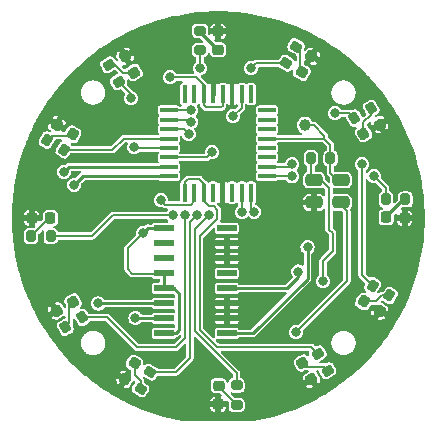
<source format=gbr>
%TF.GenerationSoftware,KiCad,Pcbnew,7.0.10*%
%TF.CreationDate,2024-12-02T13:41:07-05:00*%
%TF.ProjectId,cat_ball,6361745f-6261-46c6-9c2e-6b696361645f,rev?*%
%TF.SameCoordinates,Original*%
%TF.FileFunction,Copper,L1,Top*%
%TF.FilePolarity,Positive*%
%FSLAX46Y46*%
G04 Gerber Fmt 4.6, Leading zero omitted, Abs format (unit mm)*
G04 Created by KiCad (PCBNEW 7.0.10) date 2024-12-02 13:41:07*
%MOMM*%
%LPD*%
G01*
G04 APERTURE LIST*
G04 Aperture macros list*
%AMRoundRect*
0 Rectangle with rounded corners*
0 $1 Rounding radius*
0 $2 $3 $4 $5 $6 $7 $8 $9 X,Y pos of 4 corners*
0 Add a 4 corners polygon primitive as box body*
4,1,4,$2,$3,$4,$5,$6,$7,$8,$9,$2,$3,0*
0 Add four circle primitives for the rounded corners*
1,1,$1+$1,$2,$3*
1,1,$1+$1,$4,$5*
1,1,$1+$1,$6,$7*
1,1,$1+$1,$8,$9*
0 Add four rect primitives between the rounded corners*
20,1,$1+$1,$2,$3,$4,$5,0*
20,1,$1+$1,$4,$5,$6,$7,0*
20,1,$1+$1,$6,$7,$8,$9,0*
20,1,$1+$1,$8,$9,$2,$3,0*%
G04 Aperture macros list end*
%TA.AperFunction,SMDPad,CuDef*%
%ADD10RoundRect,0.200000X0.275000X-0.200000X0.275000X0.200000X-0.275000X0.200000X-0.275000X-0.200000X0*%
%TD*%
%TA.AperFunction,SMDPad,CuDef*%
%ADD11RoundRect,0.218750X0.331294X-0.061318X0.112544X0.317568X-0.331294X0.061318X-0.112544X-0.317568X0*%
%TD*%
%TA.AperFunction,SMDPad,CuDef*%
%ADD12RoundRect,0.218750X-0.112544X0.317568X-0.331294X-0.061318X0.112544X-0.317568X0.331294X0.061318X0*%
%TD*%
%TA.AperFunction,SMDPad,CuDef*%
%ADD13RoundRect,0.200000X0.338157X-0.035705X0.138157X0.310705X-0.338157X0.035705X-0.138157X-0.310705X0*%
%TD*%
%TA.AperFunction,SMDPad,CuDef*%
%ADD14RoundRect,0.200000X-0.138157X0.310705X-0.338157X-0.035705X0.138157X-0.310705X0.338157X0.035705X0*%
%TD*%
%TA.AperFunction,SMDPad,CuDef*%
%ADD15RoundRect,0.200000X0.200000X0.275000X-0.200000X0.275000X-0.200000X-0.275000X0.200000X-0.275000X0*%
%TD*%
%TA.AperFunction,SMDPad,CuDef*%
%ADD16RoundRect,0.250000X-0.475000X0.250000X-0.475000X-0.250000X0.475000X-0.250000X0.475000X0.250000X0*%
%TD*%
%TA.AperFunction,SMDPad,CuDef*%
%ADD17RoundRect,0.200000X-0.338157X0.035705X-0.138157X-0.310705X0.338157X-0.035705X0.138157X0.310705X0*%
%TD*%
%TA.AperFunction,SMDPad,CuDef*%
%ADD18RoundRect,0.200000X0.138157X-0.310705X0.338157X0.035705X-0.138157X0.310705X-0.338157X-0.035705X0*%
%TD*%
%TA.AperFunction,SMDPad,CuDef*%
%ADD19RoundRect,0.200000X0.035705X0.338157X-0.310705X0.138157X-0.035705X-0.338157X0.310705X-0.138157X0*%
%TD*%
%TA.AperFunction,SMDPad,CuDef*%
%ADD20C,1.000000*%
%TD*%
%TA.AperFunction,SMDPad,CuDef*%
%ADD21RoundRect,0.073750X-0.731250X-0.221250X0.731250X-0.221250X0.731250X0.221250X-0.731250X0.221250X0*%
%TD*%
%TA.AperFunction,SMDPad,CuDef*%
%ADD22RoundRect,0.200000X-0.275000X0.200000X-0.275000X-0.200000X0.275000X-0.200000X0.275000X0.200000X0*%
%TD*%
%TA.AperFunction,SMDPad,CuDef*%
%ADD23RoundRect,0.218750X-0.317568X-0.112544X0.061318X-0.331294X0.317568X0.112544X-0.061318X0.331294X0*%
%TD*%
%TA.AperFunction,SMDPad,CuDef*%
%ADD24RoundRect,0.218750X-0.218750X-0.256250X0.218750X-0.256250X0.218750X0.256250X-0.218750X0.256250X0*%
%TD*%
%TA.AperFunction,SMDPad,CuDef*%
%ADD25RoundRect,0.200000X-0.310705X-0.138157X0.035705X-0.338157X0.310705X0.138157X-0.035705X0.338157X0*%
%TD*%
%TA.AperFunction,SMDPad,CuDef*%
%ADD26RoundRect,0.218750X0.112544X-0.317568X0.331294X0.061318X-0.112544X0.317568X-0.331294X-0.061318X0*%
%TD*%
%TA.AperFunction,SMDPad,CuDef*%
%ADD27RoundRect,0.218750X0.317568X0.112544X-0.061318X0.331294X-0.317568X-0.112544X0.061318X-0.331294X0*%
%TD*%
%TA.AperFunction,SMDPad,CuDef*%
%ADD28RoundRect,0.218750X0.256250X-0.218750X0.256250X0.218750X-0.256250X0.218750X-0.256250X-0.218750X0*%
%TD*%
%TA.AperFunction,SMDPad,CuDef*%
%ADD29RoundRect,0.200000X0.310705X0.138157X-0.035705X0.338157X-0.310705X-0.138157X0.035705X-0.338157X0*%
%TD*%
%TA.AperFunction,SMDPad,CuDef*%
%ADD30RoundRect,0.218750X-0.331294X0.061318X-0.112544X-0.317568X0.331294X-0.061318X0.112544X0.317568X0*%
%TD*%
%TA.AperFunction,SMDPad,CuDef*%
%ADD31RoundRect,0.200000X-0.200000X-0.275000X0.200000X-0.275000X0.200000X0.275000X-0.200000X0.275000X0*%
%TD*%
%TA.AperFunction,SMDPad,CuDef*%
%ADD32RoundRect,0.218750X-0.256250X0.218750X-0.256250X-0.218750X0.256250X-0.218750X0.256250X0.218750X0*%
%TD*%
%TA.AperFunction,SMDPad,CuDef*%
%ADD33RoundRect,0.200000X-0.035705X-0.338157X0.310705X-0.138157X0.035705X0.338157X-0.310705X0.138157X0*%
%TD*%
%TA.AperFunction,SMDPad,CuDef*%
%ADD34RoundRect,0.218750X0.218750X0.256250X-0.218750X0.256250X-0.218750X-0.256250X0.218750X-0.256250X0*%
%TD*%
%TA.AperFunction,SMDPad,CuDef*%
%ADD35RoundRect,0.218750X0.061318X0.331294X-0.317568X0.112544X-0.061318X-0.331294X0.317568X-0.112544X0*%
%TD*%
%TA.AperFunction,SMDPad,CuDef*%
%ADD36RoundRect,0.218750X-0.061318X-0.331294X0.317568X-0.112544X0.061318X0.331294X-0.317568X0.112544X0*%
%TD*%
%TA.AperFunction,SMDPad,CuDef*%
%ADD37RoundRect,0.050000X-0.150000X0.685000X-0.150000X-0.685000X0.150000X-0.685000X0.150000X0.685000X0*%
%TD*%
%TA.AperFunction,SMDPad,CuDef*%
%ADD38RoundRect,0.050000X-0.685000X0.150000X-0.685000X-0.150000X0.685000X-0.150000X0.685000X0.150000X0*%
%TD*%
%TA.AperFunction,ViaPad*%
%ADD39C,0.800000*%
%TD*%
%TA.AperFunction,Conductor*%
%ADD40C,0.250000*%
%TD*%
%TA.AperFunction,Conductor*%
%ADD41C,0.203200*%
%TD*%
%TA.AperFunction,Conductor*%
%ADD42C,0.304800*%
%TD*%
G04 APERTURE END LIST*
D10*
%TO.P,R6,1*%
%TO.N,Net-(D6-A)*%
X142438800Y-91537000D03*
%TO.P,R6,2*%
%TO.N,/D4*%
X142438800Y-89887000D03*
%TD*%
D11*
%TO.P,D5,1,K*%
%TO.N,GND*%
X148783150Y-89364376D03*
%TO.P,D5,2,A*%
%TO.N,Net-(D5-A)*%
X148017647Y-87987686D03*
%TD*%
D12*
%TO.P,D1,1,K*%
%TO.N,GND*%
X148783150Y-62019624D03*
%TO.P,D1,2,A*%
%TO.N,Net-(D1-A)*%
X147973653Y-63370914D03*
%TD*%
D13*
%TO.P,R5,1*%
%TO.N,Net-(D5-A)*%
X150153719Y-88639473D03*
%TO.P,R5,2*%
%TO.N,/D13*%
X149328719Y-87210531D03*
%TD*%
D14*
%TO.P,R1,1*%
%TO.N,Net-(D1-A)*%
X147470081Y-61195127D03*
%TO.P,R1,2*%
%TO.N,/A0*%
X146645081Y-62624069D03*
%TD*%
D15*
%TO.P,R13,1*%
%TO.N,/RST*%
X150388000Y-70654000D03*
%TO.P,R13,2*%
%TO.N,VCC*%
X148738000Y-70654000D03*
%TD*%
%TO.P,R3,1*%
%TO.N,Net-(D3-A)*%
X156734400Y-74142600D03*
%TO.P,R3,2*%
%TO.N,/A2*%
X155084400Y-74142600D03*
%TD*%
D16*
%TO.P,C2,1*%
%TO.N,/RST*%
X151278000Y-72498000D03*
%TO.P,C2,2*%
%TO.N,/D-*%
X151278000Y-74398000D03*
%TD*%
D17*
%TO.P,R11,1*%
%TO.N,Net-(D11-A)*%
X131625081Y-62744527D03*
%TO.P,R11,2*%
%TO.N,/D9*%
X132450081Y-64173469D03*
%TD*%
D18*
%TO.P,R7,1*%
%TO.N,Net-(D7-A)*%
X134308719Y-90188873D03*
%TO.P,R7,2*%
%TO.N,/D5*%
X135133719Y-88759931D03*
%TD*%
D19*
%TO.P,R2,1*%
%TO.N,Net-(D2-A)*%
X153836873Y-66427681D03*
%TO.P,R2,2*%
%TO.N,/A1*%
X152407931Y-67252681D03*
%TD*%
D20*
%TO.P,TP7,1,1*%
%TO.N,/RST*%
X148230000Y-67860000D03*
%TD*%
D21*
%TO.P,U2,1,VCC1*%
%TO.N,VCC*%
X136300000Y-76590000D03*
%TO.P,U2,2,INA1*%
%TO.N,unconnected-(U2A-INA1-Pad2)*%
X136300000Y-77860000D03*
%TO.P,U2,3,INB1*%
%TO.N,unconnected-(U2A-INB1-Pad3)*%
X136300000Y-79130000D03*
%TO.P,U2,4,VDD1*%
%TO.N,VCC*%
X136300000Y-80400000D03*
%TO.P,U2,5,VCC2*%
X136300000Y-81670000D03*
%TO.P,U2,6,INA2*%
%TO.N,/D11*%
X136300000Y-82940000D03*
%TO.P,U2,7,INB2*%
%TO.N,/D12*%
X136300000Y-84210000D03*
%TO.P,U2,8,VDD2*%
%TO.N,VCC*%
X136300000Y-85480000D03*
%TO.P,U2,9,OUTB2*%
%TO.N,Net-(U2A-OUTB2)*%
X141610000Y-85480000D03*
%TO.P,U2,10,AGND2*%
%TO.N,GND*%
X141610000Y-84210000D03*
%TO.P,U2,11,PGND2*%
X141610000Y-82940000D03*
%TO.P,U2,12,OUTA2*%
%TO.N,Net-(U2A-OUTA2)*%
X141610000Y-81670000D03*
%TO.P,U2,13,OUTB1*%
%TO.N,unconnected-(U2A-OUTB1-Pad13)*%
X141610000Y-80400000D03*
%TO.P,U2,14,AGND1*%
%TO.N,GND*%
X141610000Y-79130000D03*
%TO.P,U2,15,PGND1*%
X141610000Y-77860000D03*
%TO.P,U2,16,OUTA1*%
%TO.N,unconnected-(U2A-OUTA1-Pad16)*%
X141610000Y-76590000D03*
%TD*%
D16*
%TO.P,C1,1*%
%TO.N,VCC*%
X148992000Y-72498000D03*
%TO.P,C1,2*%
%TO.N,GND*%
X148992000Y-74398000D03*
%TD*%
D22*
%TO.P,R12,1*%
%TO.N,Net-(D12-A)*%
X139340000Y-59847000D03*
%TO.P,R12,2*%
%TO.N,/D10*%
X139340000Y-61497000D03*
%TD*%
D23*
%TO.P,D10,1,K*%
%TO.N,GND*%
X127217024Y-67798250D03*
%TO.P,D10,2,A*%
%TO.N,Net-(D10-A)*%
X128568314Y-68607747D03*
%TD*%
D24*
%TO.P,D9,1,K*%
%TO.N,GND*%
X125101900Y-75692000D03*
%TO.P,D9,2,A*%
%TO.N,Net-(D9-A)*%
X126676900Y-75717400D03*
%TD*%
D25*
%TO.P,R10,1*%
%TO.N,Net-(D10-A)*%
X126392527Y-69111319D03*
%TO.P,R10,2*%
%TO.N,/D8*%
X127821469Y-69936319D03*
%TD*%
D26*
%TO.P,D7,1,K*%
%TO.N,GND*%
X132995650Y-89364376D03*
%TO.P,D7,2,A*%
%TO.N,Net-(D7-A)*%
X133805147Y-88013086D03*
%TD*%
D27*
%TO.P,D4,1,K*%
%TO.N,GND*%
X154561776Y-83585750D03*
%TO.P,D4,2,A*%
%TO.N,Net-(D4-A)*%
X153210486Y-82776253D03*
%TD*%
D28*
%TO.P,D6,1,K*%
%TO.N,GND*%
X140889400Y-91479500D03*
%TO.P,D6,2,A*%
%TO.N,Net-(D6-A)*%
X140914800Y-89904500D03*
%TD*%
D29*
%TO.P,R4,1*%
%TO.N,Net-(D4-A)*%
X155386273Y-82272681D03*
%TO.P,R4,2*%
%TO.N,/A3*%
X153957331Y-81447681D03*
%TD*%
D30*
%TO.P,D11,1,K*%
%TO.N,GND*%
X132995650Y-62019624D03*
%TO.P,D11,2,A*%
%TO.N,Net-(D11-A)*%
X133761153Y-63396314D03*
%TD*%
D31*
%TO.P,R9,1*%
%TO.N,Net-(D9-A)*%
X125044400Y-77241400D03*
%TO.P,R9,2*%
%TO.N,/D7*%
X126694400Y-77241400D03*
%TD*%
D32*
%TO.P,D12,1,K*%
%TO.N,GND*%
X140889400Y-59904500D03*
%TO.P,D12,2,A*%
%TO.N,Net-(D12-A)*%
X140864000Y-61479500D03*
%TD*%
D33*
%TO.P,R8,1*%
%TO.N,Net-(D8-A)*%
X127941927Y-84956319D03*
%TO.P,R8,2*%
%TO.N,/D6*%
X129370869Y-84131319D03*
%TD*%
D34*
%TO.P,D3,1,K*%
%TO.N,GND*%
X156676900Y-75692000D03*
%TO.P,D3,2,A*%
%TO.N,Net-(D3-A)*%
X155101900Y-75666600D03*
%TD*%
D35*
%TO.P,D2,1,K*%
%TO.N,GND*%
X154561776Y-67798250D03*
%TO.P,D2,2,A*%
%TO.N,Net-(D2-A)*%
X153185086Y-68563753D03*
%TD*%
D36*
%TO.P,D8,1,K*%
%TO.N,GND*%
X127217024Y-83585750D03*
%TO.P,D8,2,A*%
%TO.N,Net-(D8-A)*%
X128593714Y-82820247D03*
%TD*%
D37*
%TO.P,U1,1,PD3*%
%TO.N,/D3*%
X143664000Y-65214000D03*
%TO.P,U1,2,PD4*%
%TO.N,/D4*%
X142864000Y-65214000D03*
%TO.P,U1,3,GND*%
%TO.N,GND*%
X142064000Y-65214000D03*
%TO.P,U1,4,VCC*%
%TO.N,VCC*%
X141264000Y-65214000D03*
%TO.P,U1,5,GND*%
%TO.N,GND*%
X140464000Y-65214000D03*
%TO.P,U1,6,VCC*%
%TO.N,VCC*%
X139664000Y-65214000D03*
%TO.P,U1,7,PB6*%
%TO.N,unconnected-(U1-PB6-Pad7)*%
X138864000Y-65214000D03*
%TO.P,U1,8,PB7*%
%TO.N,unconnected-(U1-PB7-Pad8)*%
X138064000Y-65214000D03*
D38*
%TO.P,U1,9,PD5*%
%TO.N,/D5*%
X136694000Y-66584000D03*
%TO.P,U1,10,PD6*%
%TO.N,/D6*%
X136694000Y-67384000D03*
%TO.P,U1,11,PD7*%
%TO.N,/D7*%
X136694000Y-68184000D03*
%TO.P,U1,12,PB0*%
%TO.N,/D8*%
X136694000Y-68984000D03*
%TO.P,U1,13,PB1*%
%TO.N,/D9*%
X136694000Y-69784000D03*
%TO.P,U1,14,PB2*%
%TO.N,/D10*%
X136694000Y-70584000D03*
%TO.P,U1,15,PB3*%
%TO.N,/D11*%
X136694000Y-71384000D03*
%TO.P,U1,16,PB4*%
%TO.N,/D12*%
X136694000Y-72184000D03*
D37*
%TO.P,U1,17,PB5*%
%TO.N,/D13*%
X138064000Y-73554000D03*
%TO.P,U1,18,AVCC*%
%TO.N,VCC*%
X138864000Y-73554000D03*
%TO.P,U1,19,ADC6*%
%TO.N,/D13*%
X139664000Y-73554000D03*
%TO.P,U1,20,AREF*%
%TO.N,unconnected-(U1-AREF-Pad20)*%
X140464000Y-73554000D03*
%TO.P,U1,21,GND*%
%TO.N,GND*%
X141264000Y-73554000D03*
%TO.P,U1,22,ADC7*%
%TO.N,/A7*%
X142064000Y-73554000D03*
%TO.P,U1,23,PC0*%
%TO.N,/A0*%
X142864000Y-73554000D03*
%TO.P,U1,24,PC1*%
%TO.N,/A1*%
X143664000Y-73554000D03*
D38*
%TO.P,U1,25,PC2*%
%TO.N,/A2*%
X145034000Y-72184000D03*
%TO.P,U1,26,PC3*%
%TO.N,/A3*%
X145034000Y-71384000D03*
%TO.P,U1,27,PC4*%
%TO.N,/SDA*%
X145034000Y-70584000D03*
%TO.P,U1,28,PC5*%
%TO.N,/SCL*%
X145034000Y-69784000D03*
%TO.P,U1,29,PC6/~{RESET}*%
%TO.N,/RST*%
X145034000Y-68984000D03*
%TO.P,U1,30,PD0*%
%TO.N,/RXD*%
X145034000Y-68184000D03*
%TO.P,U1,31,PD1*%
%TO.N,/TXD*%
X145034000Y-67384000D03*
%TO.P,U1,32,PD2*%
%TO.N,/D2*%
X145034000Y-66584000D03*
%TD*%
D39*
%TO.N,VCC*%
X136800000Y-63796000D03*
X149754000Y-81068000D03*
X134505000Y-76995000D03*
X136038000Y-74210000D03*
%TO.N,GND*%
X148484000Y-81830000D03*
X156866000Y-78274000D03*
X147214000Y-73702000D03*
X141089600Y-68368000D03*
X128175000Y-78675000D03*
%TO.N,/D-*%
X147468000Y-85386000D03*
%TO.N,/A0*%
X142896000Y-75226000D03*
X143658000Y-63034000D03*
%TO.N,/A1*%
X143932241Y-75181972D03*
X150770000Y-66844000D03*
%TO.N,/A2*%
X147153600Y-72184000D03*
X154072000Y-72178000D03*
%TO.N,/A3*%
X147153600Y-71162000D03*
X153056000Y-71162000D03*
%TO.N,/D4*%
X140102000Y-75480000D03*
X142134000Y-67098000D03*
%TO.N,/D5*%
X138578000Y-66590000D03*
X139086000Y-75480000D03*
%TO.N,/D6*%
X138070000Y-75480000D03*
X138578000Y-67590003D03*
%TO.N,/D7*%
X137054000Y-75480000D03*
X138384400Y-68590006D03*
%TO.N,/D9*%
X133752000Y-69685600D03*
X133498000Y-65574000D03*
%TO.N,/D10*%
X139340000Y-63034000D03*
X140356000Y-70146000D03*
%TO.N,/D11*%
X127825000Y-71800000D03*
X130725000Y-82950000D03*
%TO.N,/D12*%
X128700000Y-72900000D03*
X133875000Y-84175000D03*
%TO.N,Net-(U2A-OUTA2)*%
X147650000Y-80250000D03*
%TO.N,Net-(U2A-OUTB2)*%
X148450000Y-78175000D03*
%TD*%
D40*
%TO.N,VCC*%
X137105000Y-81670000D02*
X137550000Y-82115000D01*
D41*
X148738000Y-70654000D02*
X148738000Y-72498000D01*
D40*
X134915000Y-76590000D02*
X134900000Y-76575000D01*
D41*
X139664000Y-64479000D02*
X138981000Y-63796000D01*
X150579000Y-77004000D02*
X150579000Y-78528000D01*
X149754000Y-81068000D02*
X149754000Y-79353000D01*
D40*
X136300000Y-76590000D02*
X134915000Y-76590000D01*
D41*
X141264000Y-66190000D02*
X141118000Y-66336000D01*
X149566000Y-72498000D02*
X150262000Y-73194000D01*
X149754000Y-79353000D02*
X149802400Y-79304600D01*
X134505000Y-76995000D02*
X133244000Y-78256000D01*
X136418600Y-74590600D02*
X136038000Y-74210000D01*
D40*
X136300000Y-80400000D02*
X136300000Y-81670000D01*
X134900000Y-76575000D02*
X134505000Y-76970000D01*
X137550000Y-82115000D02*
X137550000Y-85200000D01*
D41*
X150262000Y-73901992D02*
X150251400Y-73912592D01*
X150251400Y-74883408D02*
X150262000Y-74894008D01*
X136165000Y-80433000D02*
X133625000Y-80433000D01*
X139664000Y-66152000D02*
X139664000Y-65214000D01*
X141118000Y-66336000D02*
X139848000Y-66336000D01*
D40*
X137550000Y-85200000D02*
X137270000Y-85480000D01*
D41*
X133625000Y-80433000D02*
X133244000Y-80052000D01*
D40*
X134505000Y-76970000D02*
X134505000Y-76995000D01*
D41*
X139664000Y-65214000D02*
X139664000Y-64479000D01*
X141264000Y-65214000D02*
X141264000Y-66190000D01*
X139848000Y-66336000D02*
X139664000Y-66152000D01*
X138864000Y-74289000D02*
X138562400Y-74590600D01*
D40*
X137270000Y-85480000D02*
X136300000Y-85480000D01*
D41*
X133244000Y-78256000D02*
X133244000Y-80052000D01*
X138981000Y-63796000D02*
X136800000Y-63796000D01*
X148738000Y-72498000D02*
X149566000Y-72498000D01*
X150262000Y-76687000D02*
X150579000Y-77004000D01*
D40*
X136300000Y-81670000D02*
X137105000Y-81670000D01*
D41*
X138562400Y-74590600D02*
X136418600Y-74590600D01*
X149802400Y-79304600D02*
X150579000Y-78528000D01*
X150262000Y-73194000D02*
X150262000Y-73901992D01*
X150251400Y-73912592D02*
X150251400Y-74883408D01*
X138864000Y-73554000D02*
X138864000Y-74289000D01*
X150262000Y-74894008D02*
X150262000Y-76687000D01*
%TO.N,/RST*%
X150388000Y-70654000D02*
X150388000Y-71862000D01*
X145034000Y-68984000D02*
X149862000Y-68984000D01*
X149862000Y-68984000D02*
X150388000Y-69510000D01*
X149862000Y-68984000D02*
X149862000Y-68730000D01*
X150388000Y-71862000D02*
X151024000Y-72498000D01*
X149862000Y-68730000D02*
X148992000Y-67860000D01*
X150388000Y-69510000D02*
X150388000Y-70654000D01*
X148992000Y-67860000D02*
X148230000Y-67860000D01*
%TO.N,/D-*%
X151786000Y-75160000D02*
X151024000Y-74398000D01*
X151786000Y-81068000D02*
X151786000Y-75160000D01*
X147468000Y-85386000D02*
X151786000Y-81068000D01*
%TO.N,Net-(D1-A)*%
X147470081Y-61195127D02*
X147817805Y-61542851D01*
X147817805Y-61542851D02*
X147817805Y-63215066D01*
X147817805Y-63215066D02*
X147973653Y-63370914D01*
%TO.N,Net-(D2-A)*%
X153185086Y-67616714D02*
X153185086Y-68563753D01*
X153836873Y-66964927D02*
X153185086Y-67616714D01*
X153836873Y-66427681D02*
X153836873Y-66964927D01*
D42*
%TO.N,Net-(D3-A)*%
X156625900Y-74142600D02*
X155101900Y-75666600D01*
X156734400Y-74142600D02*
X156625900Y-74142600D01*
D41*
%TO.N,Net-(D4-A)*%
X154742984Y-82272681D02*
X155386273Y-82272681D01*
X153210486Y-82776253D02*
X154239412Y-82776253D01*
X154239412Y-82776253D02*
X154742984Y-82272681D01*
%TO.N,Net-(D5-A)*%
X148017647Y-87987686D02*
X148337919Y-88307958D01*
X149822204Y-88307958D02*
X150153719Y-88639473D01*
X148337919Y-88307958D02*
X149822204Y-88307958D01*
%TO.N,Net-(D6-A)*%
X140914800Y-90013000D02*
X142438800Y-91537000D01*
X140914800Y-89904500D02*
X140914800Y-90013000D01*
%TO.N,Net-(D7-A)*%
X133805147Y-89042012D02*
X134308719Y-89545584D01*
X134308719Y-89545584D02*
X134308719Y-90188873D01*
X133805147Y-88013086D02*
X133805147Y-89042012D01*
%TO.N,Net-(D8-A)*%
X128273442Y-83140519D02*
X128273442Y-84624804D01*
X128593714Y-82820247D02*
X128273442Y-83140519D01*
X128273442Y-84624804D02*
X127941927Y-84956319D01*
%TO.N,Net-(D9-A)*%
X126676900Y-75717400D02*
X126568400Y-75717400D01*
X126568400Y-75717400D02*
X125044400Y-77241400D01*
%TO.N,Net-(D10-A)*%
X126740251Y-68763595D02*
X128412466Y-68763595D01*
X128412466Y-68763595D02*
X128568314Y-68607747D01*
X126392527Y-69111319D02*
X126740251Y-68763595D01*
%TO.N,Net-(D11-A)*%
X131625081Y-62744527D02*
X132162327Y-62744527D01*
X132162327Y-62744527D02*
X132814114Y-63396314D01*
X132814114Y-63396314D02*
X133761153Y-63396314D01*
D42*
%TO.N,Net-(D12-A)*%
X139340000Y-59847000D02*
X139340000Y-59955500D01*
X139340000Y-59955500D02*
X140864000Y-61479500D01*
D41*
%TO.N,/A0*%
X142864000Y-75194000D02*
X142896000Y-75226000D01*
X142864000Y-73554000D02*
X142864000Y-75194000D01*
X144067931Y-62624069D02*
X146645081Y-62624069D01*
X143658000Y-63034000D02*
X144067931Y-62624069D01*
%TO.N,/A1*%
X151999250Y-66844000D02*
X152407931Y-67252681D01*
X143664000Y-74913731D02*
X143664000Y-73554000D01*
X150770000Y-66844000D02*
X151999250Y-66844000D01*
X143932241Y-75181972D02*
X143664000Y-74913731D01*
%TO.N,/A2*%
X155084400Y-73190400D02*
X155084400Y-74142600D01*
X154072000Y-72178000D02*
X155084400Y-73190400D01*
X147153600Y-72184000D02*
X145034000Y-72184000D01*
%TO.N,/A3*%
X153056000Y-71162000D02*
X153056000Y-80546350D01*
X147153600Y-71162000D02*
X146931600Y-71384000D01*
X153056000Y-80546350D02*
X153957331Y-81447681D01*
X146931600Y-71384000D02*
X145034000Y-71384000D01*
%TO.N,/D13*%
X138064000Y-73554000D02*
X138064000Y-72692000D01*
X138064000Y-72692000D02*
X138324000Y-72432000D01*
X140806210Y-86656000D02*
X148774188Y-86656000D01*
X140523000Y-74718000D02*
X140803600Y-74998600D01*
X148774188Y-86656000D02*
X149328719Y-87210531D01*
X139303400Y-77270813D02*
X139303400Y-85153190D01*
X139664000Y-74289000D02*
X140093000Y-74718000D01*
X140093000Y-74718000D02*
X140523000Y-74718000D01*
X140803600Y-75770613D02*
X139303400Y-77270813D01*
X139277000Y-72432000D02*
X139664000Y-72819000D01*
X139664000Y-72819000D02*
X139664000Y-73554000D01*
X139303400Y-85153190D02*
X140806210Y-86656000D01*
X138324000Y-72432000D02*
X139277000Y-72432000D01*
X139664000Y-73554000D02*
X139664000Y-74289000D01*
X140803600Y-74998600D02*
X140803600Y-75770613D01*
%TO.N,/D4*%
X142438800Y-88858800D02*
X142438800Y-89887000D01*
X142864000Y-65214000D02*
X142864000Y-66368000D01*
X142864000Y-66368000D02*
X142134000Y-67098000D01*
X138900200Y-85320200D02*
X142438800Y-88858800D01*
X140084000Y-75480000D02*
X138900200Y-76663800D01*
X140102000Y-75480000D02*
X140084000Y-75480000D01*
X138900200Y-76663800D02*
X138900200Y-85320200D01*
%TO.N,/D5*%
X136694000Y-66584000D02*
X138572000Y-66584000D01*
X139086000Y-75480000D02*
X138497000Y-76069000D01*
X138497000Y-76069000D02*
X138497000Y-87567000D01*
X137304069Y-88759931D02*
X135133719Y-88759931D01*
X138497000Y-87567000D02*
X137304069Y-88759931D01*
X138572000Y-66584000D02*
X138578000Y-66590000D01*
%TO.N,/D6*%
X137308000Y-86656000D02*
X133986000Y-86656000D01*
X138070000Y-75480000D02*
X138070000Y-85894000D01*
X138070000Y-85894000D02*
X137308000Y-86656000D01*
X133986000Y-86656000D02*
X131461319Y-84131319D01*
X138371997Y-67384000D02*
X136694000Y-67384000D01*
X131461319Y-84131319D02*
X129370869Y-84131319D01*
X138578000Y-67590003D02*
X138371997Y-67384000D01*
%TO.N,/D7*%
X130212600Y-77241400D02*
X126694400Y-77241400D01*
X131974000Y-75480000D02*
X130212600Y-77241400D01*
X138384400Y-68590006D02*
X137978394Y-68184000D01*
X137054000Y-75480000D02*
X131974000Y-75480000D01*
X137978394Y-68184000D02*
X136694000Y-68184000D01*
%TO.N,/D8*%
X131929681Y-69936319D02*
X127821469Y-69936319D01*
X136694000Y-68984000D02*
X132882000Y-68984000D01*
X132882000Y-68984000D02*
X131929681Y-69936319D01*
%TO.N,/D9*%
X133498000Y-65574000D02*
X133498000Y-65221388D01*
X133850400Y-69784000D02*
X136694000Y-69784000D01*
X133498000Y-65221388D02*
X132450081Y-64173469D01*
X133752000Y-69685600D02*
X133850400Y-69784000D01*
%TO.N,/D10*%
X139340000Y-63034000D02*
X139340000Y-61497000D01*
X139918000Y-70584000D02*
X136694000Y-70584000D01*
X140356000Y-70146000D02*
X139918000Y-70584000D01*
D40*
%TO.N,/D11*%
X136694000Y-71384000D02*
X128241000Y-71384000D01*
X136300000Y-82940000D02*
X130735000Y-82940000D01*
X128241000Y-71384000D02*
X127825000Y-71800000D01*
X130735000Y-82940000D02*
X130725000Y-82950000D01*
%TO.N,/D12*%
X136694000Y-72184000D02*
X129416000Y-72184000D01*
X129416000Y-72184000D02*
X128700000Y-72900000D01*
X133910000Y-84210000D02*
X133875000Y-84175000D01*
X136300000Y-84210000D02*
X133910000Y-84210000D01*
%TO.N,Net-(U2A-OUTA2)*%
X141610000Y-81670000D02*
X146730000Y-81670000D01*
X146730000Y-81670000D02*
X147650000Y-80750000D01*
X147650000Y-80750000D02*
X147650000Y-80250000D01*
%TO.N,Net-(U2A-OUTB2)*%
X143808695Y-85480000D02*
X141610000Y-85480000D01*
X148450000Y-78175000D02*
X148450000Y-80838695D01*
X148450000Y-80838695D02*
X143808695Y-85480000D01*
%TD*%
%TA.AperFunction,Conductor*%
%TO.N,GND*%
G36*
X141130160Y-58211928D02*
G01*
X141132414Y-58211956D01*
X141509982Y-58221160D01*
X141512235Y-58221242D01*
X141962997Y-58242866D01*
X141965372Y-58243008D01*
X142342125Y-58270281D01*
X142344159Y-58270452D01*
X142793531Y-58313472D01*
X142795828Y-58313720D01*
X143170705Y-58358980D01*
X143172931Y-58359275D01*
X143619678Y-58423575D01*
X143622092Y-58423953D01*
X143994383Y-58487109D01*
X143996305Y-58487457D01*
X144439734Y-58572946D01*
X144442066Y-58573427D01*
X144810845Y-58654319D01*
X144812870Y-58654787D01*
X145251669Y-58761220D01*
X145254005Y-58761819D01*
X145618478Y-58860269D01*
X145620349Y-58860797D01*
X146053748Y-58987992D01*
X146056138Y-58988728D01*
X146415287Y-59104451D01*
X146417111Y-59105060D01*
X146844083Y-59252728D01*
X146846465Y-59253588D01*
X147199555Y-59386330D01*
X147201432Y-59387059D01*
X147620909Y-59554837D01*
X147623334Y-59555845D01*
X147969639Y-59705328D01*
X147971206Y-59706024D01*
X148382490Y-59893646D01*
X148384890Y-59894781D01*
X148723379Y-60060541D01*
X148724964Y-60061336D01*
X149127104Y-60268397D01*
X149129472Y-60269658D01*
X149459463Y-60451337D01*
X149460975Y-60452189D01*
X149852944Y-60678179D01*
X149855264Y-60679560D01*
X150175960Y-60876692D01*
X150177563Y-60877699D01*
X150206864Y-60896501D01*
X150558457Y-61122113D01*
X150560813Y-61123673D01*
X150871411Y-61335731D01*
X150872951Y-61336804D01*
X151242040Y-61599194D01*
X151244285Y-61600839D01*
X151544286Y-61827456D01*
X151545630Y-61828491D01*
X151893992Y-62101950D01*
X151902034Y-62108263D01*
X151904289Y-62110087D01*
X152192876Y-62350620D01*
X152194195Y-62351740D01*
X152537072Y-62648261D01*
X152539215Y-62650170D01*
X152815785Y-62904084D01*
X152816993Y-62905214D01*
X153145669Y-63217937D01*
X153147765Y-63219993D01*
X153411553Y-63486544D01*
X153412756Y-63487781D01*
X153593532Y-63676933D01*
X153717982Y-63807150D01*
X153726368Y-63815924D01*
X153728418Y-63818136D01*
X153978911Y-64096751D01*
X153980029Y-64098015D01*
X154226405Y-64381629D01*
X154277727Y-64440709D01*
X154277969Y-64440987D01*
X154279936Y-64443323D01*
X154516503Y-64733241D01*
X154517535Y-64734527D01*
X154639899Y-64889694D01*
X154797386Y-65089401D01*
X154799116Y-65091594D01*
X154800992Y-65094052D01*
X155023227Y-65394717D01*
X155024174Y-65396020D01*
X155213747Y-65661428D01*
X155281728Y-65756604D01*
X155288672Y-65766325D01*
X155290450Y-65768900D01*
X155497739Y-66079411D01*
X155498603Y-66080727D01*
X155745523Y-66463650D01*
X155747196Y-66466339D01*
X155939129Y-66785995D01*
X155939910Y-66787318D01*
X156168577Y-67181898D01*
X156170139Y-67184696D01*
X156346338Y-67512777D01*
X156347037Y-67514102D01*
X156556960Y-67919584D01*
X156558403Y-67922488D01*
X156718435Y-68258084D01*
X156719054Y-68259407D01*
X156909721Y-68674918D01*
X156911039Y-68677921D01*
X157054567Y-69020183D01*
X157055108Y-69021499D01*
X157226074Y-69446206D01*
X157227262Y-69449305D01*
X157354037Y-69797489D01*
X157354501Y-69798793D01*
X157505305Y-70231710D01*
X157506355Y-70234898D01*
X157616119Y-70588115D01*
X157616510Y-70589404D01*
X157746767Y-71029609D01*
X157747674Y-71032880D01*
X157840215Y-71390223D01*
X157840535Y-71391492D01*
X157949929Y-71838155D01*
X157950688Y-71841502D01*
X158025852Y-72202077D01*
X158026103Y-72203322D01*
X158114318Y-72655472D01*
X158114923Y-72658890D01*
X158172593Y-73021725D01*
X158172779Y-73022943D01*
X158239559Y-73479709D01*
X158240005Y-73483189D01*
X158280143Y-73847500D01*
X158280266Y-73848689D01*
X158325360Y-74308941D01*
X158325643Y-74312475D01*
X158348238Y-74677344D01*
X158348302Y-74678499D01*
X158371538Y-75141369D01*
X158371653Y-75144951D01*
X158376738Y-75509262D01*
X158376748Y-75510381D01*
X158377981Y-75975041D01*
X158377924Y-75978663D01*
X158365599Y-76341713D01*
X158365556Y-76342793D01*
X158344673Y-76808075D01*
X158344442Y-76811727D01*
X158314860Y-77172459D01*
X158314769Y-77173499D01*
X158271689Y-77638603D01*
X158271279Y-77642278D01*
X158224642Y-77999796D01*
X158224507Y-78000792D01*
X158159201Y-78464662D01*
X158158611Y-78468350D01*
X158095164Y-78821827D01*
X158094988Y-78822779D01*
X158007453Y-79284469D01*
X158006680Y-79288162D01*
X157926771Y-79636511D01*
X157926559Y-79637416D01*
X157816788Y-80096138D01*
X157815829Y-80099827D01*
X157719839Y-80442155D01*
X157719595Y-80443012D01*
X157587668Y-80897718D01*
X157586524Y-80901394D01*
X157474826Y-81237021D01*
X157474553Y-81237829D01*
X157320568Y-81687547D01*
X157319236Y-81691200D01*
X157192416Y-82018984D01*
X157192119Y-82019743D01*
X157016137Y-82463694D01*
X157014619Y-82467313D01*
X156873176Y-82786570D01*
X156872858Y-82787280D01*
X156675040Y-83224476D01*
X156673334Y-83228054D01*
X156517972Y-83537777D01*
X156517638Y-83538437D01*
X156298059Y-83968138D01*
X156296166Y-83971663D01*
X156127552Y-84271111D01*
X156127206Y-84271721D01*
X155886049Y-84692990D01*
X155883971Y-84696454D01*
X155702992Y-84984660D01*
X155702637Y-84985221D01*
X155439969Y-85397351D01*
X155437708Y-85400743D01*
X155245203Y-85676993D01*
X155244843Y-85677505D01*
X154960794Y-86079678D01*
X154958351Y-86082989D01*
X154755388Y-86346403D01*
X154755028Y-86346868D01*
X154449631Y-86738393D01*
X154447009Y-86741613D01*
X154234834Y-86991283D01*
X154234477Y-86991701D01*
X153907645Y-87371991D01*
X153904846Y-87375111D01*
X153684707Y-87610337D01*
X153684356Y-87610710D01*
X153336075Y-87979023D01*
X153333105Y-87982033D01*
X153106540Y-88202002D01*
X153106199Y-88202331D01*
X152736213Y-88558119D01*
X152733075Y-88561010D01*
X152501873Y-88764914D01*
X152501545Y-88765202D01*
X152109406Y-89107978D01*
X152106104Y-89110739D01*
X151872525Y-89297644D01*
X151872214Y-89297893D01*
X151457100Y-89627326D01*
X151453640Y-89629950D01*
X151220167Y-89799094D01*
X151219875Y-89799305D01*
X150780774Y-90114989D01*
X150777161Y-90117466D01*
X150547039Y-90267929D01*
X150546769Y-90268105D01*
X150081990Y-90569840D01*
X150078231Y-90572163D01*
X149855981Y-90702735D01*
X149855736Y-90702879D01*
X149362269Y-90990888D01*
X149358371Y-90993046D01*
X149149878Y-91102464D01*
X149149659Y-91102579D01*
X148623319Y-91377132D01*
X148619289Y-91379119D01*
X148433366Y-91465606D01*
X148433176Y-91465694D01*
X147866781Y-91727715D01*
X147862626Y-91729523D01*
X147713890Y-91790230D01*
X147713731Y-91790295D01*
X147094369Y-92041841D01*
X147090097Y-92043462D01*
X147004149Y-92073829D01*
X147004024Y-92073873D01*
X146308530Y-92318550D01*
X146304058Y-92320005D01*
X145512853Y-92556777D01*
X145508317Y-92558018D01*
X144706756Y-92756952D01*
X144702166Y-92757976D01*
X143912292Y-92914609D01*
X143893035Y-92916500D01*
X137899217Y-92916500D01*
X137879877Y-92914593D01*
X137077217Y-92754710D01*
X137072628Y-92753682D01*
X136271237Y-92554063D01*
X136266702Y-92552818D01*
X135475700Y-92315367D01*
X135471229Y-92313908D01*
X134775641Y-92068529D01*
X134775516Y-92068485D01*
X134689897Y-92038152D01*
X134685626Y-92036527D01*
X134065684Y-91784126D01*
X134065696Y-91784094D01*
X134065525Y-91784061D01*
X133936350Y-91731209D01*
X140214401Y-91731209D01*
X140229931Y-91829262D01*
X140290151Y-91947452D01*
X140383947Y-92041248D01*
X140502135Y-92101468D01*
X140600190Y-92116999D01*
X140639400Y-92116998D01*
X141139400Y-92116998D01*
X141139401Y-92116999D01*
X141178609Y-92116999D01*
X141276662Y-92101468D01*
X141394852Y-92041248D01*
X141488648Y-91947452D01*
X141548868Y-91829264D01*
X141564400Y-91731208D01*
X141564400Y-91729501D01*
X141564399Y-91729500D01*
X141139401Y-91729500D01*
X141139400Y-91729501D01*
X141139400Y-92116998D01*
X140639400Y-92116998D01*
X140639400Y-91729501D01*
X140639399Y-91729500D01*
X140214402Y-91729500D01*
X140214401Y-91729501D01*
X140214401Y-91731209D01*
X133936350Y-91731209D01*
X133917689Y-91723574D01*
X133913535Y-91721763D01*
X133346390Y-91458804D01*
X133346201Y-91458716D01*
X133161308Y-91372516D01*
X133157279Y-91370525D01*
X132887485Y-91229499D01*
X140214400Y-91229499D01*
X140214401Y-91229500D01*
X140639399Y-91229500D01*
X140639400Y-91229499D01*
X140639400Y-90842000D01*
X140639399Y-90841999D01*
X140600191Y-90842000D01*
X140502137Y-90857531D01*
X140383947Y-90917751D01*
X140290151Y-91011547D01*
X140229931Y-91129735D01*
X140214400Y-91227791D01*
X140214400Y-91229499D01*
X132887485Y-91229499D01*
X132637177Y-91098659D01*
X132630310Y-91095069D01*
X132630100Y-91094959D01*
X132422562Y-90985815D01*
X132418666Y-90983653D01*
X131924750Y-90694815D01*
X131924504Y-90694671D01*
X131703081Y-90564329D01*
X131699325Y-90562003D01*
X131234085Y-90259403D01*
X131233815Y-90259227D01*
X131004514Y-90109020D01*
X131000904Y-90106539D01*
X130561439Y-89790022D01*
X130561147Y-89789811D01*
X130435293Y-89698470D01*
X130328458Y-89620932D01*
X130325051Y-89618343D01*
X130138468Y-89470011D01*
X132242709Y-89470011D01*
X132277040Y-89598139D01*
X132277042Y-89598142D01*
X132349283Y-89709383D01*
X132349283Y-89709384D01*
X132426431Y-89771858D01*
X132426447Y-89771868D01*
X132460392Y-89791466D01*
X132460393Y-89791466D01*
X132654143Y-89455883D01*
X132654143Y-89455881D01*
X132286084Y-89243381D01*
X132286082Y-89243382D01*
X132285233Y-89244855D01*
X132285230Y-89244861D01*
X132249650Y-89337549D01*
X132242709Y-89470005D01*
X132242709Y-89470011D01*
X130138468Y-89470011D01*
X130039338Y-89391203D01*
X129909464Y-89287953D01*
X129909153Y-89287704D01*
X129676469Y-89101189D01*
X129673169Y-89098425D01*
X129641381Y-89070590D01*
X129344200Y-88810369D01*
X132536081Y-88810369D01*
X132904142Y-89022869D01*
X133097891Y-88687284D01*
X133063938Y-88667682D01*
X132971250Y-88632102D01*
X132838794Y-88625161D01*
X132838788Y-88625161D01*
X132710660Y-88659492D01*
X132710657Y-88659494D01*
X132599416Y-88731735D01*
X132599415Y-88731735D01*
X132536938Y-88808887D01*
X132536936Y-88808890D01*
X132536081Y-88810369D01*
X129344200Y-88810369D01*
X129280664Y-88754735D01*
X129280409Y-88754510D01*
X129049934Y-88550897D01*
X129046824Y-88548027D01*
X128676446Y-88191250D01*
X128631858Y-88147886D01*
X128450403Y-87971411D01*
X128447457Y-87968420D01*
X128192861Y-87698718D01*
X128098973Y-87599259D01*
X128098623Y-87598886D01*
X127967979Y-87459049D01*
X127879200Y-87364023D01*
X127876413Y-87360911D01*
X127871059Y-87354671D01*
X127738371Y-87200012D01*
X127549428Y-86979783D01*
X127549072Y-86979365D01*
X127337576Y-86730062D01*
X127334956Y-86726839D01*
X127305193Y-86688615D01*
X127029220Y-86334185D01*
X126998775Y-86294602D01*
X129259784Y-86294602D01*
X129267231Y-86370209D01*
X129267708Y-86379913D01*
X129267708Y-86395228D01*
X129270177Y-86407643D01*
X129270696Y-86410249D01*
X129272121Y-86419861D01*
X129279566Y-86495462D01*
X129279567Y-86495468D01*
X129301623Y-86568175D01*
X129303982Y-86577594D01*
X129306310Y-86589294D01*
X129306971Y-86592617D01*
X129306971Y-86592618D01*
X129312829Y-86606761D01*
X129316101Y-86615904D01*
X129328601Y-86657109D01*
X129338159Y-86688617D01*
X129338160Y-86688620D01*
X129338161Y-86688621D01*
X129373970Y-86755614D01*
X129378124Y-86764398D01*
X129383985Y-86778549D01*
X129383988Y-86778553D01*
X129392491Y-86791279D01*
X129392499Y-86791290D01*
X129397484Y-86799606D01*
X129433306Y-86866624D01*
X129433307Y-86866625D01*
X129433308Y-86866627D01*
X129481499Y-86925347D01*
X129487286Y-86933150D01*
X129495796Y-86945886D01*
X129495797Y-86945887D01*
X129495800Y-86945891D01*
X129506643Y-86956734D01*
X129513151Y-86963915D01*
X129535611Y-86991283D01*
X129561349Y-87022645D01*
X129561352Y-87022648D01*
X129620086Y-87070850D01*
X129627263Y-87077354D01*
X129638109Y-87088200D01*
X129638112Y-87088202D01*
X129650847Y-87096712D01*
X129658647Y-87102497D01*
X129714203Y-87148090D01*
X129717376Y-87150694D01*
X129784396Y-87186517D01*
X129792689Y-87191487D01*
X129805447Y-87200012D01*
X129819618Y-87205882D01*
X129828362Y-87210017D01*
X129895383Y-87245841D01*
X129968089Y-87267896D01*
X129977235Y-87271169D01*
X129991372Y-87277025D01*
X129991377Y-87277026D01*
X129991383Y-87277029D01*
X130006410Y-87280018D01*
X130015813Y-87282373D01*
X130088532Y-87304432D01*
X130088533Y-87304432D01*
X130088536Y-87304433D01*
X130125689Y-87308091D01*
X130164150Y-87311879D01*
X130173745Y-87313302D01*
X130188772Y-87316292D01*
X130188775Y-87316292D01*
X130204086Y-87316292D01*
X130213790Y-87316769D01*
X130289397Y-87324216D01*
X130289400Y-87324216D01*
X130289403Y-87324216D01*
X130365010Y-87316769D01*
X130374714Y-87316292D01*
X130390026Y-87316292D01*
X130390028Y-87316292D01*
X130405072Y-87313299D01*
X130414612Y-87311883D01*
X130490268Y-87304432D01*
X130562996Y-87282370D01*
X130572374Y-87280021D01*
X130587417Y-87277029D01*
X130601582Y-87271161D01*
X130610700Y-87267899D01*
X130683417Y-87245841D01*
X130750427Y-87210022D01*
X130759191Y-87205877D01*
X130773353Y-87200012D01*
X130786118Y-87191482D01*
X130794375Y-87186532D01*
X130861424Y-87150694D01*
X130920155Y-87102494D01*
X130927955Y-87096710D01*
X130931846Y-87094110D01*
X130940691Y-87088200D01*
X130951542Y-87077348D01*
X130958690Y-87070869D01*
X131017448Y-87022648D01*
X131065669Y-86963890D01*
X131072148Y-86956742D01*
X131083000Y-86945891D01*
X131091510Y-86933155D01*
X131097299Y-86925349D01*
X131097301Y-86925347D01*
X131145494Y-86866624D01*
X131181332Y-86799575D01*
X131186282Y-86791318D01*
X131194812Y-86778553D01*
X131200677Y-86764391D01*
X131204822Y-86755627D01*
X131240641Y-86688617D01*
X131262699Y-86615900D01*
X131265961Y-86606782D01*
X131271829Y-86592617D01*
X131274821Y-86577574D01*
X131277170Y-86568196D01*
X131299232Y-86495468D01*
X131306682Y-86419818D01*
X131308100Y-86410269D01*
X131311092Y-86395228D01*
X131311661Y-86372001D01*
X131312105Y-86364764D01*
X131319016Y-86294600D01*
X131312105Y-86224438D01*
X131311661Y-86217196D01*
X131311092Y-86193972D01*
X131308099Y-86178927D01*
X131306683Y-86169384D01*
X131299232Y-86093732D01*
X131277173Y-86021013D01*
X131274817Y-86011604D01*
X131271829Y-85996583D01*
X131271826Y-85996577D01*
X131271825Y-85996572D01*
X131265969Y-85982435D01*
X131262695Y-85973286D01*
X131258539Y-85959586D01*
X131240641Y-85900583D01*
X131204817Y-85833562D01*
X131200682Y-85824818D01*
X131194812Y-85810647D01*
X131186287Y-85797889D01*
X131181317Y-85789596D01*
X131145494Y-85722576D01*
X131143362Y-85719978D01*
X131097297Y-85663847D01*
X131091512Y-85656047D01*
X131083002Y-85643312D01*
X131083000Y-85643309D01*
X131072154Y-85632463D01*
X131065650Y-85625286D01*
X131017448Y-85566552D01*
X131017445Y-85566549D01*
X130988455Y-85542758D01*
X130958715Y-85518351D01*
X130951534Y-85511843D01*
X130940691Y-85501000D01*
X130940687Y-85500997D01*
X130940686Y-85500996D01*
X130927950Y-85492486D01*
X130920147Y-85486699D01*
X130861427Y-85438508D01*
X130861425Y-85438507D01*
X130861424Y-85438506D01*
X130794406Y-85402684D01*
X130786095Y-85397702D01*
X130779210Y-85393101D01*
X130773349Y-85389185D01*
X130759198Y-85383324D01*
X130750414Y-85379170D01*
X130745555Y-85376573D01*
X130688850Y-85346263D01*
X130683421Y-85343361D01*
X130683420Y-85343360D01*
X130683417Y-85343359D01*
X130651909Y-85333801D01*
X130610704Y-85321301D01*
X130601561Y-85318029D01*
X130587418Y-85312171D01*
X130580869Y-85310868D01*
X130572394Y-85309182D01*
X130562975Y-85306823D01*
X130490268Y-85284767D01*
X130490262Y-85284766D01*
X130414661Y-85277321D01*
X130405051Y-85275896D01*
X130390028Y-85272908D01*
X130374714Y-85272908D01*
X130365010Y-85272431D01*
X130289403Y-85264984D01*
X130289397Y-85264984D01*
X130213790Y-85272431D01*
X130204086Y-85272908D01*
X130188767Y-85272908D01*
X130173745Y-85275896D01*
X130164140Y-85277320D01*
X130088537Y-85284766D01*
X130015824Y-85306823D01*
X130006404Y-85309182D01*
X129991387Y-85312169D01*
X129977228Y-85318033D01*
X129968091Y-85321301D01*
X129895393Y-85343355D01*
X129895373Y-85343363D01*
X129828378Y-85379173D01*
X129819597Y-85383326D01*
X129805455Y-85389185D01*
X129805445Y-85389189D01*
X129792704Y-85397702D01*
X129784375Y-85402694D01*
X129717378Y-85438504D01*
X129658644Y-85486704D01*
X129650850Y-85492484D01*
X129638115Y-85500994D01*
X129638107Y-85501001D01*
X129627275Y-85511833D01*
X129620080Y-85518354D01*
X129561357Y-85566547D01*
X129561347Y-85566557D01*
X129513154Y-85625280D01*
X129506633Y-85632475D01*
X129495801Y-85643307D01*
X129495794Y-85643315D01*
X129487284Y-85656050D01*
X129481504Y-85663844D01*
X129433304Y-85722578D01*
X129397494Y-85789575D01*
X129392502Y-85797904D01*
X129383989Y-85810645D01*
X129383988Y-85810647D01*
X129382485Y-85814276D01*
X129378126Y-85824799D01*
X129373973Y-85833578D01*
X129338163Y-85900573D01*
X129338155Y-85900593D01*
X129316101Y-85973291D01*
X129312833Y-85982428D01*
X129306969Y-85996587D01*
X129303982Y-86011604D01*
X129301623Y-86021024D01*
X129279566Y-86093737D01*
X129272120Y-86169340D01*
X129270696Y-86178945D01*
X129267708Y-86193967D01*
X129267708Y-86209285D01*
X129267231Y-86218989D01*
X129259784Y-86294597D01*
X129259784Y-86294602D01*
X126998775Y-86294602D01*
X126826785Y-86070991D01*
X126824391Y-86067741D01*
X126540237Y-85664687D01*
X126539890Y-85664191D01*
X126534944Y-85657081D01*
X126432105Y-85509234D01*
X126348037Y-85388373D01*
X126345778Y-85384979D01*
X126272528Y-85269831D01*
X126082969Y-84971847D01*
X125902322Y-84683624D01*
X125900311Y-84680265D01*
X125658920Y-84257746D01*
X125490779Y-83958538D01*
X125488917Y-83955062D01*
X125269217Y-83524213D01*
X125221506Y-83428894D01*
X126477809Y-83428894D01*
X126484750Y-83561351D01*
X126520329Y-83654040D01*
X126520331Y-83654044D01*
X126539931Y-83687992D01*
X126875517Y-83494242D01*
X126663018Y-83126183D01*
X126661538Y-83127038D01*
X126661537Y-83127039D01*
X126584383Y-83189516D01*
X126512142Y-83300757D01*
X126512140Y-83300760D01*
X126477809Y-83428888D01*
X126477809Y-83428894D01*
X125221506Y-83428894D01*
X125114245Y-83214606D01*
X125112567Y-83211080D01*
X124914799Y-82772996D01*
X124914627Y-82772610D01*
X124773600Y-82453558D01*
X124772107Y-82449988D01*
X124596366Y-82005534D01*
X124596069Y-82004775D01*
X124544315Y-81870668D01*
X124469641Y-81677171D01*
X124468317Y-81673526D01*
X124314519Y-81223098D01*
X124314329Y-81222531D01*
X124203039Y-80887172D01*
X124201930Y-80883602D01*
X124070171Y-80428017D01*
X124070009Y-80427447D01*
X123974410Y-80085385D01*
X123973471Y-80081759D01*
X123863908Y-79622165D01*
X123863818Y-79621779D01*
X123784252Y-79273559D01*
X123783508Y-79269988D01*
X123696257Y-78807634D01*
X123696087Y-78806709D01*
X123648842Y-78542196D01*
X123633029Y-78453663D01*
X123632443Y-78449976D01*
X123629909Y-78431862D01*
X123567425Y-77985275D01*
X123567376Y-77984908D01*
X123521056Y-77627434D01*
X123520662Y-77623870D01*
X123513693Y-77547920D01*
X124443900Y-77547920D01*
X124443901Y-77547923D01*
X124458752Y-77641699D01*
X124458754Y-77641704D01*
X124516350Y-77754742D01*
X124606058Y-77844450D01*
X124719096Y-77902046D01*
X124812881Y-77916900D01*
X125275918Y-77916899D01*
X125275920Y-77916899D01*
X125275921Y-77916898D01*
X125322811Y-77909472D01*
X125369699Y-77902047D01*
X125369699Y-77902046D01*
X125369704Y-77902046D01*
X125482742Y-77844450D01*
X125572450Y-77754742D01*
X125630046Y-77641704D01*
X125644900Y-77547919D01*
X125644899Y-77109140D01*
X125663806Y-77050950D01*
X125673889Y-77039143D01*
X125937873Y-76775159D01*
X125992388Y-76747384D01*
X126052820Y-76756955D01*
X126096085Y-76800220D01*
X126105656Y-76860652D01*
X126093900Y-76934877D01*
X126093900Y-77547920D01*
X126093901Y-77547923D01*
X126108752Y-77641699D01*
X126108754Y-77641704D01*
X126166350Y-77754742D01*
X126256058Y-77844450D01*
X126369096Y-77902046D01*
X126462881Y-77916900D01*
X126925918Y-77916899D01*
X126925920Y-77916899D01*
X126925921Y-77916898D01*
X126972811Y-77909472D01*
X127019699Y-77902047D01*
X127019699Y-77902046D01*
X127019704Y-77902046D01*
X127132742Y-77844450D01*
X127222450Y-77754742D01*
X127280046Y-77641704D01*
X127282373Y-77627012D01*
X127310151Y-77572496D01*
X127364668Y-77544719D01*
X127380154Y-77543500D01*
X130147169Y-77543500D01*
X130160882Y-77545735D01*
X130161052Y-77544518D01*
X130170138Y-77545785D01*
X130170140Y-77545786D01*
X130170141Y-77545785D01*
X130170142Y-77545786D01*
X130199778Y-77544415D01*
X130217295Y-77543605D01*
X130221866Y-77543500D01*
X130240591Y-77543500D01*
X130240593Y-77543500D01*
X130240729Y-77543474D01*
X130254353Y-77541892D01*
X130282964Y-77540570D01*
X130292055Y-77536555D01*
X130313849Y-77529805D01*
X130323621Y-77527979D01*
X130347965Y-77512905D01*
X130360077Y-77506520D01*
X130386285Y-77494949D01*
X130393309Y-77487923D01*
X130411195Y-77473755D01*
X130419649Y-77468522D01*
X130436900Y-77445675D01*
X130445893Y-77435339D01*
X132070138Y-75811096D01*
X132124655Y-75783319D01*
X132140142Y-75782100D01*
X136480074Y-75782100D01*
X136538265Y-75801007D01*
X136558616Y-75820833D01*
X136622519Y-75904114D01*
X136625718Y-75908282D01*
X136625723Y-75908286D01*
X136637024Y-75916957D01*
X136671681Y-75967381D01*
X136670080Y-76028546D01*
X136632833Y-76077088D01*
X136576758Y-76094500D01*
X135541737Y-76094500D01*
X135521873Y-76098451D01*
X135461743Y-76110412D01*
X135461741Y-76110412D01*
X135461741Y-76110413D01*
X135461739Y-76110413D01*
X135371030Y-76171024D01*
X135371026Y-76171028D01*
X135370142Y-76172351D01*
X135337968Y-76220502D01*
X135289920Y-76258381D01*
X135255654Y-76264500D01*
X135026275Y-76264500D01*
X134994080Y-76257362D01*
X134993914Y-76257984D01*
X134985546Y-76255742D01*
X134965374Y-76253977D01*
X134948382Y-76250981D01*
X134928806Y-76245735D01*
X134908616Y-76247501D01*
X134891372Y-76247501D01*
X134871195Y-76245737D01*
X134871190Y-76245737D01*
X134851624Y-76250979D01*
X134834640Y-76253974D01*
X134814457Y-76255740D01*
X134814449Y-76255742D01*
X134796094Y-76264301D01*
X134779887Y-76270200D01*
X134760321Y-76275443D01*
X134760314Y-76275447D01*
X134743724Y-76287063D01*
X134728787Y-76295687D01*
X134710421Y-76304252D01*
X134710417Y-76304255D01*
X134689969Y-76324703D01*
X134645874Y-76368797D01*
X134591357Y-76396574D01*
X134562951Y-76396946D01*
X134505003Y-76389318D01*
X134504999Y-76389318D01*
X134348241Y-76409955D01*
X134348233Y-76409957D01*
X134202161Y-76470462D01*
X134202160Y-76470462D01*
X134076723Y-76566713D01*
X134076713Y-76566723D01*
X133980462Y-76692160D01*
X133980462Y-76692161D01*
X133919957Y-76838233D01*
X133919955Y-76838241D01*
X133899318Y-76994999D01*
X133899318Y-76995000D01*
X133913705Y-77104283D01*
X133902555Y-77164444D01*
X133885556Y-77187209D01*
X133076643Y-77996121D01*
X133065383Y-78004253D01*
X133066110Y-78005215D01*
X133058789Y-78010743D01*
X133026977Y-78045638D01*
X133023826Y-78048938D01*
X133010585Y-78062179D01*
X133010584Y-78062181D01*
X133010486Y-78062325D01*
X133001993Y-78073044D01*
X132982699Y-78094209D01*
X132982698Y-78094211D01*
X132979106Y-78103484D01*
X132968471Y-78123661D01*
X132962855Y-78131859D01*
X132962853Y-78131864D01*
X132956296Y-78159737D01*
X132952244Y-78172823D01*
X132941900Y-78199528D01*
X132941900Y-78209466D01*
X132939270Y-78232134D01*
X132936995Y-78241805D01*
X132940951Y-78270165D01*
X132941900Y-78283842D01*
X132941900Y-79986569D01*
X132939664Y-80000282D01*
X132940881Y-80000452D01*
X132939613Y-80009539D01*
X132941794Y-80056693D01*
X132941900Y-80061266D01*
X132941900Y-80079993D01*
X132941928Y-80080147D01*
X132943507Y-80093758D01*
X132944829Y-80122360D01*
X132944830Y-80122366D01*
X132948847Y-80131464D01*
X132955593Y-80153248D01*
X132957420Y-80163018D01*
X132957422Y-80163024D01*
X132972492Y-80187364D01*
X132978882Y-80199487D01*
X132990449Y-80225682D01*
X132990450Y-80225683D01*
X132990451Y-80225685D01*
X132997482Y-80232716D01*
X133011644Y-80250596D01*
X133016878Y-80259049D01*
X133039729Y-80276305D01*
X133050065Y-80285299D01*
X133365118Y-80600352D01*
X133373242Y-80611624D01*
X133374215Y-80610890D01*
X133379742Y-80618209D01*
X133414625Y-80650009D01*
X133417930Y-80653165D01*
X133431178Y-80666412D01*
X133431300Y-80666496D01*
X133442051Y-80675011D01*
X133463210Y-80694300D01*
X133472481Y-80697891D01*
X133492662Y-80708529D01*
X133500861Y-80714145D01*
X133528728Y-80720699D01*
X133541828Y-80724756D01*
X133568525Y-80735099D01*
X133568528Y-80735100D01*
X133578466Y-80735100D01*
X133601132Y-80737729D01*
X133610806Y-80740005D01*
X133639166Y-80736048D01*
X133652842Y-80735100D01*
X135262068Y-80735100D01*
X135320259Y-80754007D01*
X135344382Y-80779097D01*
X135371027Y-80818973D01*
X135461743Y-80879588D01*
X135541738Y-80895500D01*
X135875500Y-80895500D01*
X135933691Y-80914407D01*
X135969655Y-80963907D01*
X135974500Y-80994500D01*
X135974500Y-81075500D01*
X135955593Y-81133691D01*
X135906093Y-81169655D01*
X135875500Y-81174500D01*
X135541737Y-81174500D01*
X135521873Y-81178451D01*
X135461743Y-81190412D01*
X135461741Y-81190412D01*
X135461741Y-81190413D01*
X135461739Y-81190413D01*
X135371030Y-81251024D01*
X135371024Y-81251030D01*
X135310413Y-81341739D01*
X135310413Y-81341741D01*
X135310412Y-81341743D01*
X135294500Y-81421738D01*
X135294500Y-81918262D01*
X135310412Y-81998257D01*
X135310413Y-81998258D01*
X135310413Y-81998260D01*
X135360952Y-82073895D01*
X135371027Y-82088973D01*
X135461743Y-82149588D01*
X135541738Y-82165500D01*
X135541739Y-82165500D01*
X137058257Y-82165500D01*
X137058262Y-82165500D01*
X137074682Y-82162233D01*
X137135438Y-82169421D01*
X137164000Y-82189326D01*
X137195504Y-82220830D01*
X137223281Y-82275347D01*
X137224500Y-82290834D01*
X137224500Y-82356935D01*
X137205593Y-82415126D01*
X137156093Y-82451090D01*
X137106187Y-82454032D01*
X137058262Y-82444500D01*
X135541738Y-82444500D01*
X135541737Y-82444500D01*
X135521873Y-82448451D01*
X135461743Y-82460412D01*
X135461741Y-82460412D01*
X135461741Y-82460413D01*
X135461739Y-82460413D01*
X135371030Y-82521024D01*
X135371026Y-82521028D01*
X135370562Y-82521723D01*
X135337968Y-82570502D01*
X135289920Y-82608381D01*
X135255654Y-82614500D01*
X131273297Y-82614500D01*
X131215106Y-82595593D01*
X131194755Y-82575767D01*
X131153285Y-82521722D01*
X131153282Y-82521718D01*
X131153277Y-82521714D01*
X131153276Y-82521713D01*
X131073999Y-82460882D01*
X131027841Y-82425464D01*
X131027840Y-82425463D01*
X131027838Y-82425462D01*
X130881766Y-82364957D01*
X130881758Y-82364955D01*
X130725001Y-82344318D01*
X130724999Y-82344318D01*
X130568241Y-82364955D01*
X130568233Y-82364957D01*
X130422161Y-82425462D01*
X130422160Y-82425462D01*
X130296723Y-82521713D01*
X130296713Y-82521723D01*
X130200462Y-82647160D01*
X130200462Y-82647161D01*
X130139957Y-82793233D01*
X130139955Y-82793241D01*
X130119318Y-82949999D01*
X130119318Y-82950000D01*
X130139955Y-83106758D01*
X130139957Y-83106766D01*
X130200462Y-83252838D01*
X130200462Y-83252839D01*
X130281903Y-83358975D01*
X130296718Y-83378282D01*
X130422159Y-83474536D01*
X130422160Y-83474536D01*
X130422161Y-83474537D01*
X130568233Y-83535042D01*
X130568238Y-83535044D01*
X130685809Y-83550522D01*
X130724999Y-83555682D01*
X130725000Y-83555682D01*
X130725001Y-83555682D01*
X130756352Y-83551554D01*
X130881762Y-83535044D01*
X131027841Y-83474536D01*
X131153282Y-83378282D01*
X131210101Y-83304232D01*
X131260525Y-83269577D01*
X131288643Y-83265500D01*
X135255654Y-83265500D01*
X135313845Y-83284407D01*
X135337967Y-83309496D01*
X135371027Y-83358973D01*
X135461743Y-83419588D01*
X135541738Y-83435500D01*
X135541739Y-83435500D01*
X137058261Y-83435500D01*
X137058262Y-83435500D01*
X137106185Y-83425967D01*
X137166945Y-83433157D01*
X137211876Y-83474688D01*
X137224500Y-83523064D01*
X137224500Y-83626935D01*
X137205593Y-83685126D01*
X137156093Y-83721090D01*
X137106187Y-83724032D01*
X137058262Y-83714500D01*
X135541738Y-83714500D01*
X135541737Y-83714500D01*
X135521873Y-83718451D01*
X135461743Y-83730412D01*
X135461741Y-83730412D01*
X135461741Y-83730413D01*
X135461739Y-83730413D01*
X135371030Y-83791024D01*
X135371026Y-83791028D01*
X135370785Y-83791389D01*
X135337968Y-83840502D01*
X135289920Y-83878381D01*
X135255654Y-83884500D01*
X134457827Y-83884500D01*
X134399636Y-83865593D01*
X134379285Y-83845767D01*
X134303286Y-83746723D01*
X134303285Y-83746722D01*
X134303282Y-83746718D01*
X134303277Y-83746714D01*
X134303276Y-83746713D01*
X134226747Y-83687991D01*
X134177841Y-83650464D01*
X134177840Y-83650463D01*
X134177838Y-83650462D01*
X134031766Y-83589957D01*
X134031758Y-83589955D01*
X133875001Y-83569318D01*
X133874999Y-83569318D01*
X133718241Y-83589955D01*
X133718233Y-83589957D01*
X133572161Y-83650462D01*
X133572160Y-83650462D01*
X133446723Y-83746713D01*
X133446713Y-83746723D01*
X133350462Y-83872160D01*
X133350462Y-83872161D01*
X133289957Y-84018233D01*
X133289955Y-84018241D01*
X133269318Y-84174999D01*
X133269318Y-84175000D01*
X133289955Y-84331758D01*
X133289957Y-84331766D01*
X133350462Y-84477838D01*
X133350462Y-84477839D01*
X133444629Y-84600560D01*
X133446718Y-84603282D01*
X133446722Y-84603285D01*
X133446723Y-84603286D01*
X133456303Y-84610637D01*
X133572159Y-84699536D01*
X133572160Y-84699536D01*
X133572161Y-84699537D01*
X133718233Y-84760042D01*
X133718238Y-84760044D01*
X133835809Y-84775522D01*
X133874999Y-84780682D01*
X133875000Y-84780682D01*
X133875001Y-84780682D01*
X133912265Y-84775776D01*
X134031762Y-84760044D01*
X134177841Y-84699536D01*
X134303282Y-84603282D01*
X134325572Y-84574232D01*
X134375996Y-84539577D01*
X134404114Y-84535500D01*
X135255654Y-84535500D01*
X135313845Y-84554407D01*
X135337967Y-84579496D01*
X135371027Y-84628973D01*
X135461743Y-84689588D01*
X135541738Y-84705500D01*
X135541739Y-84705500D01*
X137058261Y-84705500D01*
X137058262Y-84705500D01*
X137106185Y-84695967D01*
X137166945Y-84703157D01*
X137211876Y-84744688D01*
X137224500Y-84793064D01*
X137224500Y-84896935D01*
X137205593Y-84955126D01*
X137156093Y-84991090D01*
X137106187Y-84994032D01*
X137058262Y-84984500D01*
X135541738Y-84984500D01*
X135541737Y-84984500D01*
X135528928Y-84987048D01*
X135461743Y-85000412D01*
X135461741Y-85000412D01*
X135461741Y-85000413D01*
X135461739Y-85000413D01*
X135371030Y-85061024D01*
X135371024Y-85061030D01*
X135310413Y-85151739D01*
X135310413Y-85151741D01*
X135310412Y-85151743D01*
X135294500Y-85231738D01*
X135294500Y-85728262D01*
X135310412Y-85808257D01*
X135310413Y-85808258D01*
X135310413Y-85808260D01*
X135370365Y-85897983D01*
X135371027Y-85898973D01*
X135461743Y-85959588D01*
X135541738Y-85975500D01*
X135541739Y-85975500D01*
X137058261Y-85975500D01*
X137058262Y-85975500D01*
X137138257Y-85959588D01*
X137228973Y-85898973D01*
X137266057Y-85843471D01*
X137314106Y-85805593D01*
X137322728Y-85802853D01*
X137336366Y-85799199D01*
X137344777Y-85797335D01*
X137383045Y-85790588D01*
X137384345Y-85789838D01*
X137408236Y-85779942D01*
X137408464Y-85779880D01*
X137409684Y-85779554D01*
X137441533Y-85757251D01*
X137448779Y-85752635D01*
X137482455Y-85733194D01*
X137507448Y-85703407D01*
X137513266Y-85697059D01*
X137598897Y-85611427D01*
X137653414Y-85583651D01*
X137713846Y-85593223D01*
X137757110Y-85636487D01*
X137767900Y-85681432D01*
X137767900Y-85727858D01*
X137748993Y-85786049D01*
X137738904Y-85797862D01*
X137211862Y-86324904D01*
X137157345Y-86352681D01*
X137141858Y-86353900D01*
X134152142Y-86353900D01*
X134093951Y-86334993D01*
X134082138Y-86324904D01*
X131721200Y-83963966D01*
X131713087Y-83952685D01*
X131712103Y-83953429D01*
X131706575Y-83946108D01*
X131671692Y-83914308D01*
X131668387Y-83911152D01*
X131655140Y-83897906D01*
X131655010Y-83897817D01*
X131644269Y-83889309D01*
X131636182Y-83881937D01*
X131623109Y-83870019D01*
X131623106Y-83870018D01*
X131623104Y-83870016D01*
X131613837Y-83866426D01*
X131593657Y-83855789D01*
X131585460Y-83850174D01*
X131585455Y-83850172D01*
X131557580Y-83843615D01*
X131544489Y-83839561D01*
X131517792Y-83829219D01*
X131517791Y-83829219D01*
X131507853Y-83829219D01*
X131485186Y-83826589D01*
X131475513Y-83824314D01*
X131447152Y-83828270D01*
X131433477Y-83829219D01*
X129947006Y-83829219D01*
X129888815Y-83810312D01*
X129861271Y-83779721D01*
X129737657Y-83565617D01*
X129677901Y-83491823D01*
X129677900Y-83491822D01*
X129677899Y-83491821D01*
X129571507Y-83422729D01*
X129571504Y-83422727D01*
X129448959Y-83389891D01*
X129448953Y-83389891D01*
X129322269Y-83396530D01*
X129302232Y-83404221D01*
X129241130Y-83407421D01*
X129189817Y-83374095D01*
X129167892Y-83316973D01*
X129183731Y-83257873D01*
X129204451Y-83234860D01*
X129226729Y-83216821D01*
X129299060Y-83105441D01*
X129333433Y-82977161D01*
X129328800Y-82888766D01*
X129326483Y-82844541D01*
X129326480Y-82844530D01*
X129290866Y-82751753D01*
X129290866Y-82751752D01*
X129290863Y-82751747D01*
X129290861Y-82751741D01*
X129001615Y-82250753D01*
X128939062Y-82173506D01*
X128939061Y-82173505D01*
X128939060Y-82173504D01*
X128827686Y-82101177D01*
X128827683Y-82101175D01*
X128699402Y-82066802D01*
X128699396Y-82066802D01*
X128566782Y-82073751D01*
X128566771Y-82073754D01*
X128473994Y-82109368D01*
X128473993Y-82109368D01*
X128473983Y-82109373D01*
X128473982Y-82109374D01*
X128333428Y-82190523D01*
X128037947Y-82361119D01*
X127960697Y-82423674D01*
X127888370Y-82535048D01*
X127888368Y-82535051D01*
X127853995Y-82663332D01*
X127853995Y-82663338D01*
X127860944Y-82795952D01*
X127860947Y-82795963D01*
X127896561Y-82888740D01*
X127896566Y-82888751D01*
X127896567Y-82888753D01*
X127949982Y-82981270D01*
X127962888Y-83003624D01*
X127975610Y-83063472D01*
X127972826Y-83074992D01*
X127973027Y-83075030D01*
X127971342Y-83084044D01*
X127971342Y-83093985D01*
X127968712Y-83116651D01*
X127966437Y-83126325D01*
X127966537Y-83127039D01*
X127970393Y-83154684D01*
X127971342Y-83168361D01*
X127971342Y-83247795D01*
X127952435Y-83305986D01*
X127902935Y-83341950D01*
X127841749Y-83341950D01*
X127792249Y-83305986D01*
X127786606Y-83297295D01*
X127624512Y-83016542D01*
X127562031Y-82939383D01*
X127450790Y-82867142D01*
X127450787Y-82867140D01*
X127322659Y-82832809D01*
X127322653Y-82832809D01*
X127190196Y-82839750D01*
X127097508Y-82875329D01*
X127096030Y-82876181D01*
X127509030Y-83591520D01*
X127521751Y-83651368D01*
X127496864Y-83707264D01*
X127472793Y-83726757D01*
X127154622Y-83910453D01*
X127154620Y-83910453D01*
X126789933Y-84121004D01*
X126809538Y-84154961D01*
X126872016Y-84232116D01*
X126983257Y-84304357D01*
X126983260Y-84304359D01*
X127111388Y-84338690D01*
X127111394Y-84338690D01*
X127243851Y-84331749D01*
X127336533Y-84296173D01*
X127336547Y-84296166D01*
X127772502Y-84044466D01*
X127810040Y-84014070D01*
X127867162Y-83992144D01*
X127926262Y-84007980D01*
X127964767Y-84055530D01*
X127971342Y-84091008D01*
X127971342Y-84124779D01*
X127952435Y-84182970D01*
X127902935Y-84218934D01*
X127893518Y-84221457D01*
X127804684Y-84255556D01*
X127804670Y-84255563D01*
X127403678Y-84487077D01*
X127403672Y-84487081D01*
X127329883Y-84546832D01*
X127260787Y-84653232D01*
X127227951Y-84775776D01*
X127227951Y-84775782D01*
X127234590Y-84902466D01*
X127234590Y-84902468D01*
X127234591Y-84902469D01*
X127268619Y-84991116D01*
X127306017Y-85055892D01*
X127575135Y-85522016D01*
X127575135Y-85522017D01*
X127634896Y-85595816D01*
X127740184Y-85664191D01*
X127741293Y-85664911D01*
X127863837Y-85697747D01*
X127990528Y-85691107D01*
X128079176Y-85657079D01*
X128480177Y-85425559D01*
X128480181Y-85425556D01*
X128553970Y-85365805D01*
X128553970Y-85365804D01*
X128553972Y-85365803D01*
X128623067Y-85259405D01*
X128655903Y-85136861D01*
X128649263Y-85010169D01*
X128615235Y-84921522D01*
X128562815Y-84830729D01*
X128550094Y-84770884D01*
X128553498Y-84758114D01*
X128552487Y-84757877D01*
X128555417Y-84745413D01*
X128561144Y-84721064D01*
X128565194Y-84707984D01*
X128575542Y-84681276D01*
X128575542Y-84671338D01*
X128578172Y-84648669D01*
X128580447Y-84638998D01*
X128576491Y-84610637D01*
X128575542Y-84596961D01*
X128575542Y-84324244D01*
X128594449Y-84266053D01*
X128643949Y-84230089D01*
X128705135Y-84230089D01*
X128754635Y-84266053D01*
X128760268Y-84274727D01*
X128912418Y-84538257D01*
X129004080Y-84697020D01*
X129006118Y-84699537D01*
X129060387Y-84766555D01*
X129063838Y-84770816D01*
X129158178Y-84832081D01*
X129170235Y-84839911D01*
X129292779Y-84872747D01*
X129419470Y-84866107D01*
X129508118Y-84832079D01*
X129909119Y-84600559D01*
X129913563Y-84596961D01*
X129982913Y-84540804D01*
X129982915Y-84540801D01*
X130023375Y-84478500D01*
X130070925Y-84439995D01*
X130106403Y-84433419D01*
X131295177Y-84433419D01*
X131353368Y-84452326D01*
X131365181Y-84462415D01*
X133726118Y-86823352D01*
X133734242Y-86834624D01*
X133735215Y-86833890D01*
X133740742Y-86841209D01*
X133775625Y-86873009D01*
X133778930Y-86876165D01*
X133792178Y-86889412D01*
X133792300Y-86889496D01*
X133803051Y-86898011D01*
X133824210Y-86917300D01*
X133833475Y-86920889D01*
X133853664Y-86931530D01*
X133861862Y-86937146D01*
X133889738Y-86943702D01*
X133902821Y-86947753D01*
X133911606Y-86951157D01*
X133929527Y-86958100D01*
X133929528Y-86958100D01*
X133939466Y-86958100D01*
X133962132Y-86960729D01*
X133971806Y-86963005D01*
X134000166Y-86959048D01*
X134013842Y-86958100D01*
X137242569Y-86958100D01*
X137256282Y-86960335D01*
X137256452Y-86959118D01*
X137265538Y-86960385D01*
X137265540Y-86960386D01*
X137265541Y-86960385D01*
X137265542Y-86960386D01*
X137295178Y-86959015D01*
X137312695Y-86958205D01*
X137317266Y-86958100D01*
X137335991Y-86958100D01*
X137335993Y-86958100D01*
X137336129Y-86958074D01*
X137349753Y-86956492D01*
X137378364Y-86955170D01*
X137387455Y-86951155D01*
X137409249Y-86944405D01*
X137419021Y-86942579D01*
X137443365Y-86927505D01*
X137455477Y-86921120D01*
X137481685Y-86909549D01*
X137488709Y-86902523D01*
X137506595Y-86888355D01*
X137515049Y-86883122D01*
X137532300Y-86860275D01*
X137541301Y-86849932D01*
X138025897Y-86365337D01*
X138080413Y-86337560D01*
X138140845Y-86347131D01*
X138184110Y-86390396D01*
X138194900Y-86435341D01*
X138194900Y-87400858D01*
X138175993Y-87459049D01*
X138165904Y-87470862D01*
X137207931Y-88428835D01*
X137153414Y-88456612D01*
X137137927Y-88457831D01*
X135814363Y-88457831D01*
X135756172Y-88438924D01*
X135752060Y-88435768D01*
X135699421Y-88393141D01*
X135224200Y-88118774D01*
X135168516Y-88086625D01*
X135168515Y-88086624D01*
X135168514Y-88086624D01*
X135144247Y-88077308D01*
X135079869Y-88052595D01*
X135016523Y-88049275D01*
X134953181Y-88045955D01*
X134953176Y-88045955D01*
X134830632Y-88078791D01*
X134724234Y-88147886D01*
X134710729Y-88164563D01*
X134659413Y-88197885D01*
X134598312Y-88194680D01*
X134550764Y-88156173D01*
X134534930Y-88097072D01*
X134541371Y-88066776D01*
X134551640Y-88040025D01*
X134551642Y-88040017D01*
X134555922Y-87958333D01*
X134558592Y-87907398D01*
X134524219Y-87779118D01*
X134523080Y-87777364D01*
X134451889Y-87667739D01*
X134451890Y-87667739D01*
X134397225Y-87623473D01*
X134374641Y-87605185D01*
X133873653Y-87315939D01*
X133873648Y-87315937D01*
X133873641Y-87315933D01*
X133780863Y-87280319D01*
X133780852Y-87280316D01*
X133648238Y-87273367D01*
X133648232Y-87273367D01*
X133519951Y-87307740D01*
X133519948Y-87307742D01*
X133408574Y-87380069D01*
X133346019Y-87457319D01*
X133264070Y-87599259D01*
X133099768Y-87883839D01*
X133094268Y-87893365D01*
X133094268Y-87893366D01*
X133058654Y-87986143D01*
X133058651Y-87986154D01*
X133051702Y-88118768D01*
X133051702Y-88118774D01*
X133086075Y-88247055D01*
X133086077Y-88247058D01*
X133158404Y-88358432D01*
X133158403Y-88358432D01*
X133185169Y-88380106D01*
X133235653Y-88420987D01*
X133447769Y-88543452D01*
X133453547Y-88546788D01*
X133494488Y-88592258D01*
X133503047Y-88632525D01*
X133503047Y-88959010D01*
X133489783Y-89008510D01*
X133320354Y-89301967D01*
X133320353Y-89301973D01*
X132893407Y-90041465D01*
X132893407Y-90041467D01*
X132927357Y-90061068D01*
X132927359Y-90061069D01*
X133020049Y-90096649D01*
X133152505Y-90103590D01*
X133152511Y-90103590D01*
X133280639Y-90069259D01*
X133280642Y-90069257D01*
X133391883Y-89997016D01*
X133391884Y-89997016D01*
X133454364Y-89919860D01*
X133683184Y-89523528D01*
X133728654Y-89482587D01*
X133789504Y-89476191D01*
X133838925Y-89503024D01*
X133842241Y-89506340D01*
X133870018Y-89560857D01*
X133860447Y-89621289D01*
X133849177Y-89638643D01*
X133839486Y-89650610D01*
X133839476Y-89650625D01*
X133769477Y-89771868D01*
X133613826Y-90041467D01*
X133607958Y-90051630D01*
X133573931Y-90140272D01*
X133567291Y-90266958D01*
X133567291Y-90266963D01*
X133600127Y-90389508D01*
X133600129Y-90389511D01*
X133669221Y-90495903D01*
X133669221Y-90495904D01*
X133726762Y-90542500D01*
X133743016Y-90555662D01*
X134273922Y-90862179D01*
X134362569Y-90896209D01*
X134489261Y-90902849D01*
X134611805Y-90870013D01*
X134718203Y-90800918D01*
X134777960Y-90727124D01*
X135009477Y-90326122D01*
X135043507Y-90237474D01*
X135050147Y-90110783D01*
X135017311Y-89988239D01*
X134948216Y-89881842D01*
X134948216Y-89881841D01*
X134874417Y-89822080D01*
X134660319Y-89698470D01*
X134619378Y-89653001D01*
X134610819Y-89612734D01*
X134610819Y-89611013D01*
X134613064Y-89597302D01*
X134611837Y-89597131D01*
X134613105Y-89588040D01*
X134610925Y-89540889D01*
X134610819Y-89536316D01*
X134610819Y-89517595D01*
X134610819Y-89517591D01*
X134610791Y-89517445D01*
X134609211Y-89503832D01*
X134607889Y-89475220D01*
X134603874Y-89466128D01*
X134597122Y-89444322D01*
X134596514Y-89441071D01*
X134595298Y-89434563D01*
X134580222Y-89410214D01*
X134573833Y-89398093D01*
X134562267Y-89371899D01*
X134562265Y-89371896D01*
X134555239Y-89364870D01*
X134541074Y-89346986D01*
X134535840Y-89338534D01*
X134521069Y-89327379D01*
X134486026Y-89277223D01*
X134487157Y-89216048D01*
X134524030Y-89167221D01*
X134582560Y-89149393D01*
X134630229Y-89162638D01*
X135098922Y-89433237D01*
X135187569Y-89467267D01*
X135314261Y-89473907D01*
X135436805Y-89441071D01*
X135543203Y-89371976D01*
X135602960Y-89298182D01*
X135710722Y-89111530D01*
X135756192Y-89070590D01*
X135796459Y-89062031D01*
X137238638Y-89062031D01*
X137252351Y-89064266D01*
X137252521Y-89063049D01*
X137261607Y-89064316D01*
X137261609Y-89064317D01*
X137261610Y-89064316D01*
X137261611Y-89064317D01*
X137291247Y-89062946D01*
X137308764Y-89062136D01*
X137313335Y-89062031D01*
X137332060Y-89062031D01*
X137332062Y-89062031D01*
X137332198Y-89062005D01*
X137345822Y-89060423D01*
X137374433Y-89059101D01*
X137383524Y-89055086D01*
X137405318Y-89048336D01*
X137415090Y-89046510D01*
X137439434Y-89031436D01*
X137451546Y-89025051D01*
X137477754Y-89013480D01*
X137484778Y-89006454D01*
X137502664Y-88992286D01*
X137511118Y-88987053D01*
X137528369Y-88964206D01*
X137537362Y-88953870D01*
X138664350Y-87826882D01*
X138675636Y-87818783D01*
X138674885Y-87817789D01*
X138682207Y-87812258D01*
X138682210Y-87812257D01*
X138714021Y-87777360D01*
X138717158Y-87774074D01*
X138730411Y-87760823D01*
X138730487Y-87760711D01*
X138739007Y-87749952D01*
X138758300Y-87728790D01*
X138761890Y-87719520D01*
X138772530Y-87699335D01*
X138778146Y-87691138D01*
X138784702Y-87663260D01*
X138788752Y-87650180D01*
X138799100Y-87623472D01*
X138799100Y-87613534D01*
X138801730Y-87590865D01*
X138804005Y-87581194D01*
X138800049Y-87552833D01*
X138799100Y-87539157D01*
X138799100Y-85885342D01*
X138818007Y-85827151D01*
X138867507Y-85791187D01*
X138928693Y-85791187D01*
X138968104Y-85815338D01*
X142107704Y-88954938D01*
X142135481Y-89009455D01*
X142136700Y-89024942D01*
X142136700Y-89201245D01*
X142117793Y-89259436D01*
X142068293Y-89295400D01*
X142053189Y-89299026D01*
X142038498Y-89301353D01*
X142038495Y-89301354D01*
X141925459Y-89358949D01*
X141835749Y-89448659D01*
X141778154Y-89561693D01*
X141774796Y-89582895D01*
X141747016Y-89637410D01*
X141692498Y-89665186D01*
X141632067Y-89655612D01*
X141588804Y-89612346D01*
X141579235Y-89582892D01*
X141574751Y-89554580D01*
X141514458Y-89436249D01*
X141420551Y-89342342D01*
X141362535Y-89312781D01*
X141302223Y-89282050D01*
X141302220Y-89282049D01*
X141277676Y-89278161D01*
X141204049Y-89266500D01*
X141204046Y-89266500D01*
X140625554Y-89266500D01*
X140625551Y-89266500D01*
X140527380Y-89282049D01*
X140527376Y-89282050D01*
X140409050Y-89342341D01*
X140315141Y-89436250D01*
X140254850Y-89554576D01*
X140254849Y-89554580D01*
X140239300Y-89652751D01*
X140239300Y-90156248D01*
X140254849Y-90254419D01*
X140254850Y-90254423D01*
X140291383Y-90326122D01*
X140315142Y-90372751D01*
X140409049Y-90466658D01*
X140527380Y-90526951D01*
X140593930Y-90537491D01*
X140625551Y-90542500D01*
X140625554Y-90542500D01*
X140976058Y-90542500D01*
X141034249Y-90561407D01*
X141046062Y-90571496D01*
X141157979Y-90683413D01*
X141185756Y-90737930D01*
X141176185Y-90798362D01*
X141157979Y-90823420D01*
X141139400Y-90841999D01*
X141139400Y-91229499D01*
X141139401Y-91229500D01*
X141564562Y-91229500D01*
X141618745Y-91201893D01*
X141679177Y-91211464D01*
X141704236Y-91229670D01*
X141734304Y-91259738D01*
X141762081Y-91314255D01*
X141763300Y-91329742D01*
X141763300Y-91768520D01*
X141763301Y-91768523D01*
X141778152Y-91862299D01*
X141778154Y-91862304D01*
X141835750Y-91975342D01*
X141925458Y-92065050D01*
X142038496Y-92122646D01*
X142132281Y-92137500D01*
X142745318Y-92137499D01*
X142745320Y-92137499D01*
X142745321Y-92137498D01*
X142792211Y-92130072D01*
X142839099Y-92122647D01*
X142839099Y-92122646D01*
X142839104Y-92122646D01*
X142952142Y-92065050D01*
X143041850Y-91975342D01*
X143099446Y-91862304D01*
X143114300Y-91768519D01*
X143114299Y-91305482D01*
X143112009Y-91291023D01*
X143099447Y-91211700D01*
X143099446Y-91211698D01*
X143099446Y-91211696D01*
X143041850Y-91098658D01*
X142952142Y-91008950D01*
X142839104Y-90951354D01*
X142839105Y-90951354D01*
X142745322Y-90936500D01*
X142745319Y-90936500D01*
X142306542Y-90936500D01*
X142248351Y-90917593D01*
X142236538Y-90907504D01*
X141972562Y-90643528D01*
X141944785Y-90589011D01*
X141954356Y-90528579D01*
X141997621Y-90485314D01*
X142058051Y-90475743D01*
X142132281Y-90487500D01*
X142745318Y-90487499D01*
X142745320Y-90487499D01*
X142745321Y-90487498D01*
X142819549Y-90475743D01*
X142839099Y-90472647D01*
X142839099Y-90472646D01*
X142839104Y-90472646D01*
X142952142Y-90415050D01*
X143041850Y-90325342D01*
X143099446Y-90212304D01*
X143114300Y-90118519D01*
X143114300Y-89918380D01*
X148323583Y-89918380D01*
X148324436Y-89919857D01*
X148386916Y-89997016D01*
X148498157Y-90069257D01*
X148498160Y-90069259D01*
X148626288Y-90103590D01*
X148626294Y-90103590D01*
X148758751Y-90096649D01*
X148851433Y-90061073D01*
X148851440Y-90061069D01*
X148885392Y-90041467D01*
X148691642Y-89705881D01*
X148323583Y-89918380D01*
X143114300Y-89918380D01*
X143114299Y-89655482D01*
X143110816Y-89633490D01*
X143099447Y-89561700D01*
X143099446Y-89561698D01*
X143099446Y-89561696D01*
X143041850Y-89448658D01*
X142952142Y-89358950D01*
X142839104Y-89301354D01*
X142839105Y-89301354D01*
X142824412Y-89299027D01*
X142769896Y-89271249D01*
X142742119Y-89216732D01*
X142740900Y-89201246D01*
X142740900Y-88924230D01*
X142743145Y-88910519D01*
X142741918Y-88910348D01*
X142743185Y-88901262D01*
X142743186Y-88901260D01*
X142741006Y-88854104D01*
X142740900Y-88849532D01*
X142740900Y-88830811D01*
X142740900Y-88830807D01*
X142740872Y-88830661D01*
X142739292Y-88817048D01*
X142737970Y-88788436D01*
X142733951Y-88779334D01*
X142727203Y-88757538D01*
X142725379Y-88747780D01*
X142725379Y-88747779D01*
X142710304Y-88723431D01*
X142703917Y-88711314D01*
X142692349Y-88685115D01*
X142692348Y-88685113D01*
X142685319Y-88678084D01*
X142671153Y-88660199D01*
X142665922Y-88651751D01*
X142643073Y-88634496D01*
X142632731Y-88625497D01*
X141134338Y-87127104D01*
X141106561Y-87072587D01*
X141116132Y-87012155D01*
X141159397Y-86968890D01*
X141204342Y-86958100D01*
X148504987Y-86958100D01*
X148563178Y-86977007D01*
X148599142Y-87026507D01*
X148600612Y-87082723D01*
X148599145Y-87088202D01*
X148587292Y-87132436D01*
X148587291Y-87132446D01*
X148593930Y-87259130D01*
X148593930Y-87259133D01*
X148601620Y-87279166D01*
X148604821Y-87340268D01*
X148571496Y-87391581D01*
X148514374Y-87413506D01*
X148455274Y-87397669D01*
X148432257Y-87376944D01*
X148414219Y-87354669D01*
X148302845Y-87282342D01*
X148302842Y-87282340D01*
X148174561Y-87247967D01*
X148174555Y-87247967D01*
X148041941Y-87254916D01*
X148041930Y-87254919D01*
X147949153Y-87290533D01*
X147949152Y-87290533D01*
X147949142Y-87290538D01*
X147949141Y-87290539D01*
X147763587Y-87397669D01*
X147448154Y-87579784D01*
X147370904Y-87642339D01*
X147298577Y-87753713D01*
X147298575Y-87753716D01*
X147264202Y-87881997D01*
X147264202Y-87882003D01*
X147271151Y-88014617D01*
X147271154Y-88014628D01*
X147306768Y-88107405D01*
X147306768Y-88107406D01*
X147306772Y-88107413D01*
X147306774Y-88107418D01*
X147558520Y-88543454D01*
X147617779Y-88616633D01*
X147621074Y-88620702D01*
X147724521Y-88687881D01*
X147732453Y-88693032D01*
X147860733Y-88727405D01*
X147927045Y-88723929D01*
X147993352Y-88720455D01*
X147993355Y-88720454D01*
X147993357Y-88720454D01*
X148000803Y-88717596D01*
X148017183Y-88711308D01*
X148086153Y-88684833D01*
X148201026Y-88618510D01*
X148260870Y-88605789D01*
X148272391Y-88608574D01*
X148272429Y-88608373D01*
X148281443Y-88610058D01*
X148281447Y-88610058D01*
X148291385Y-88610058D01*
X148314051Y-88612687D01*
X148323725Y-88614963D01*
X148352085Y-88611006D01*
X148365761Y-88610058D01*
X148445196Y-88610058D01*
X148503387Y-88628965D01*
X148539351Y-88678465D01*
X148539351Y-88739651D01*
X148503387Y-88789151D01*
X148494696Y-88794794D01*
X148213942Y-88956887D01*
X148136783Y-89019368D01*
X148064542Y-89130609D01*
X148064540Y-89130612D01*
X148030209Y-89258740D01*
X148030209Y-89258746D01*
X148037150Y-89391203D01*
X148072731Y-89483895D01*
X148073581Y-89485368D01*
X148788919Y-89072369D01*
X148848767Y-89059648D01*
X148904663Y-89084535D01*
X148924156Y-89108606D01*
X149116104Y-89441071D01*
X149116103Y-89441071D01*
X149318404Y-89791465D01*
X149318405Y-89791465D01*
X149352359Y-89771862D01*
X149429516Y-89709383D01*
X149501757Y-89598142D01*
X149501759Y-89598139D01*
X149536090Y-89470011D01*
X149536090Y-89470005D01*
X149529149Y-89337548D01*
X149493573Y-89244866D01*
X149493566Y-89244852D01*
X149241866Y-88808897D01*
X149211470Y-88771360D01*
X149189544Y-88714238D01*
X149205380Y-88655138D01*
X149252930Y-88616633D01*
X149288408Y-88610058D01*
X149322179Y-88610058D01*
X149380370Y-88628965D01*
X149416334Y-88678465D01*
X149418857Y-88687881D01*
X149452956Y-88776715D01*
X149452963Y-88776729D01*
X149684477Y-89177721D01*
X149684481Y-89177727D01*
X149744232Y-89251516D01*
X149744234Y-89251517D01*
X149744235Y-89251518D01*
X149850633Y-89320613D01*
X149973177Y-89353449D01*
X150099869Y-89346809D01*
X150188516Y-89312781D01*
X150675805Y-89031443D01*
X150719416Y-89006264D01*
X150719417Y-89006264D01*
X150727706Y-88999552D01*
X150793215Y-88946505D01*
X150862311Y-88840107D01*
X150895147Y-88717563D01*
X150888507Y-88590872D01*
X150854479Y-88502224D01*
X150707155Y-88247054D01*
X150622960Y-88101224D01*
X150622956Y-88101218D01*
X150563205Y-88027429D01*
X150456805Y-87958333D01*
X150334261Y-87925497D01*
X150334255Y-87925497D01*
X150207571Y-87932136D01*
X150118925Y-87966163D01*
X150028128Y-88018584D01*
X149968280Y-88031305D01*
X149955506Y-88027905D01*
X149955270Y-88028912D01*
X149918465Y-88020254D01*
X149905374Y-88016200D01*
X149878677Y-88005858D01*
X149878676Y-88005858D01*
X149868738Y-88005858D01*
X149846071Y-88003228D01*
X149836398Y-88000953D01*
X149808037Y-88004909D01*
X149794362Y-88005858D01*
X149521645Y-88005858D01*
X149463454Y-87986951D01*
X149427490Y-87937451D01*
X149427490Y-87876265D01*
X149463454Y-87826765D01*
X149472145Y-87821122D01*
X149894416Y-87577322D01*
X149894417Y-87577322D01*
X149924659Y-87552833D01*
X149968215Y-87517563D01*
X150037311Y-87411165D01*
X150070147Y-87288621D01*
X150063507Y-87161930D01*
X150029479Y-87073282D01*
X149895491Y-86841210D01*
X149797960Y-86672282D01*
X149797956Y-86672276D01*
X149738205Y-86598487D01*
X149631805Y-86529391D01*
X149509261Y-86496555D01*
X149509255Y-86496555D01*
X149382571Y-86503194D01*
X149293925Y-86537221D01*
X149225765Y-86576573D01*
X149165917Y-86589294D01*
X149110021Y-86564407D01*
X149106262Y-86560840D01*
X149034069Y-86488647D01*
X149025956Y-86477366D01*
X149024972Y-86478110D01*
X149019444Y-86470789D01*
X148984561Y-86438989D01*
X148981256Y-86435833D01*
X148968009Y-86422587D01*
X148967879Y-86422498D01*
X148957138Y-86413990D01*
X148950182Y-86407649D01*
X148935978Y-86394700D01*
X148935975Y-86394699D01*
X148935973Y-86394697D01*
X148926706Y-86391107D01*
X148906526Y-86380470D01*
X148898329Y-86374855D01*
X148898324Y-86374853D01*
X148870449Y-86368296D01*
X148857358Y-86364242D01*
X148830661Y-86353900D01*
X148830660Y-86353900D01*
X148820722Y-86353900D01*
X148798055Y-86351270D01*
X148788382Y-86348995D01*
X148760021Y-86352951D01*
X148746346Y-86353900D01*
X140972351Y-86353900D01*
X140914160Y-86334993D01*
X140902347Y-86324904D01*
X140869445Y-86292002D01*
X150462384Y-86292002D01*
X150469831Y-86367609D01*
X150470308Y-86377313D01*
X150470308Y-86392628D01*
X150473296Y-86407649D01*
X150474721Y-86417261D01*
X150482166Y-86492862D01*
X150482167Y-86492868D01*
X150504223Y-86565575D01*
X150506582Y-86574994D01*
X150506897Y-86576573D01*
X150509571Y-86590017D01*
X150509571Y-86590018D01*
X150515429Y-86604161D01*
X150518701Y-86613304D01*
X150531201Y-86654509D01*
X150540759Y-86686017D01*
X150540760Y-86686020D01*
X150540761Y-86686021D01*
X150576570Y-86753014D01*
X150580724Y-86761798D01*
X150586585Y-86775949D01*
X150588324Y-86778551D01*
X150595091Y-86788679D01*
X150595099Y-86788690D01*
X150600084Y-86797006D01*
X150635906Y-86864024D01*
X150635907Y-86864025D01*
X150635908Y-86864027D01*
X150684099Y-86922747D01*
X150689886Y-86930550D01*
X150698396Y-86943286D01*
X150698397Y-86943287D01*
X150698400Y-86943291D01*
X150709243Y-86954134D01*
X150715751Y-86961315D01*
X150740345Y-86991283D01*
X150763949Y-87020045D01*
X150763954Y-87020050D01*
X150771822Y-87026507D01*
X150822686Y-87068250D01*
X150829863Y-87074754D01*
X150840709Y-87085600D01*
X150840712Y-87085602D01*
X150853447Y-87094112D01*
X150861247Y-87099897D01*
X150919971Y-87148090D01*
X150919976Y-87148094D01*
X150986996Y-87183917D01*
X150995289Y-87188887D01*
X151008047Y-87197412D01*
X151022218Y-87203282D01*
X151030962Y-87207417D01*
X151097983Y-87243241D01*
X151170689Y-87265296D01*
X151179835Y-87268569D01*
X151193972Y-87274425D01*
X151193977Y-87274426D01*
X151193983Y-87274429D01*
X151209010Y-87277418D01*
X151218413Y-87279773D01*
X151291132Y-87301832D01*
X151291133Y-87301832D01*
X151291136Y-87301833D01*
X151328289Y-87305491D01*
X151366750Y-87309279D01*
X151376345Y-87310702D01*
X151391372Y-87313692D01*
X151391375Y-87313692D01*
X151406686Y-87313692D01*
X151416390Y-87314169D01*
X151491997Y-87321616D01*
X151492000Y-87321616D01*
X151492003Y-87321616D01*
X151567610Y-87314169D01*
X151577314Y-87313692D01*
X151592626Y-87313692D01*
X151592628Y-87313692D01*
X151607672Y-87310699D01*
X151617212Y-87309283D01*
X151692868Y-87301832D01*
X151765596Y-87279770D01*
X151774974Y-87277421D01*
X151790017Y-87274429D01*
X151804182Y-87268561D01*
X151813300Y-87265299D01*
X151886017Y-87243241D01*
X151953027Y-87207422D01*
X151961791Y-87203277D01*
X151975953Y-87197412D01*
X151988718Y-87188882D01*
X151996975Y-87183932D01*
X152064024Y-87148094D01*
X152122755Y-87099894D01*
X152130555Y-87094110D01*
X152131467Y-87093500D01*
X152143291Y-87085600D01*
X152154142Y-87074748D01*
X152161290Y-87068269D01*
X152220048Y-87020048D01*
X152268269Y-86961290D01*
X152274748Y-86954142D01*
X152285600Y-86943291D01*
X152294110Y-86930555D01*
X152299899Y-86922749D01*
X152301240Y-86921115D01*
X152348094Y-86864024D01*
X152383932Y-86796975D01*
X152388882Y-86788718D01*
X152397412Y-86775953D01*
X152403277Y-86761791D01*
X152407422Y-86753027D01*
X152443241Y-86686017D01*
X152465299Y-86613300D01*
X152468561Y-86604182D01*
X152474429Y-86590017D01*
X152477421Y-86574974D01*
X152479770Y-86565596D01*
X152501832Y-86492868D01*
X152509282Y-86417218D01*
X152510700Y-86407669D01*
X152513692Y-86392628D01*
X152514261Y-86369401D01*
X152514705Y-86362164D01*
X152521616Y-86292000D01*
X152514705Y-86221838D01*
X152514261Y-86214596D01*
X152513692Y-86191372D01*
X152510699Y-86176327D01*
X152509283Y-86166784D01*
X152501832Y-86091132D01*
X152479773Y-86018413D01*
X152477417Y-86009004D01*
X152474429Y-85993983D01*
X152474426Y-85993977D01*
X152474425Y-85993972D01*
X152468569Y-85979835D01*
X152465295Y-85970686D01*
X152443241Y-85897983D01*
X152407417Y-85830962D01*
X152403282Y-85822218D01*
X152397412Y-85808047D01*
X152388887Y-85795289D01*
X152383917Y-85786996D01*
X152348094Y-85719976D01*
X152334515Y-85703430D01*
X152299897Y-85661247D01*
X152294112Y-85653447D01*
X152285602Y-85640712D01*
X152285600Y-85640709D01*
X152274754Y-85629863D01*
X152268250Y-85622686D01*
X152232274Y-85578849D01*
X152220050Y-85563954D01*
X152220045Y-85563949D01*
X152194223Y-85542758D01*
X152161315Y-85515751D01*
X152154134Y-85509243D01*
X152143291Y-85498400D01*
X152143287Y-85498397D01*
X152143286Y-85498396D01*
X152130550Y-85489886D01*
X152122747Y-85484099D01*
X152064027Y-85435908D01*
X152064025Y-85435907D01*
X152064024Y-85435906D01*
X151997006Y-85400084D01*
X151988695Y-85395102D01*
X151979840Y-85389185D01*
X151975949Y-85386585D01*
X151961798Y-85380724D01*
X151953014Y-85376570D01*
X151932874Y-85365805D01*
X151909643Y-85353387D01*
X151886021Y-85340761D01*
X151886020Y-85340760D01*
X151886017Y-85340759D01*
X151854509Y-85331201D01*
X151813304Y-85318701D01*
X151804161Y-85315429D01*
X151790018Y-85309571D01*
X151783469Y-85308268D01*
X151774994Y-85306582D01*
X151765575Y-85304223D01*
X151692868Y-85282167D01*
X151692862Y-85282166D01*
X151617261Y-85274721D01*
X151607651Y-85273296D01*
X151592628Y-85270308D01*
X151577314Y-85270308D01*
X151567610Y-85269831D01*
X151492003Y-85262384D01*
X151491997Y-85262384D01*
X151416390Y-85269831D01*
X151406686Y-85270308D01*
X151391367Y-85270308D01*
X151376345Y-85273296D01*
X151366740Y-85274720D01*
X151291137Y-85282166D01*
X151218424Y-85304223D01*
X151209004Y-85306582D01*
X151193987Y-85309569D01*
X151179828Y-85315433D01*
X151170691Y-85318701D01*
X151097993Y-85340755D01*
X151097973Y-85340763D01*
X151030978Y-85376573D01*
X151022197Y-85380726D01*
X151008055Y-85386585D01*
X151008045Y-85386589D01*
X150995304Y-85395102D01*
X150986975Y-85400094D01*
X150919978Y-85435904D01*
X150861244Y-85484104D01*
X150853450Y-85489884D01*
X150840715Y-85498394D01*
X150840707Y-85498401D01*
X150829875Y-85509233D01*
X150822680Y-85515754D01*
X150763957Y-85563947D01*
X150763947Y-85563957D01*
X150715754Y-85622680D01*
X150709233Y-85629875D01*
X150698401Y-85640707D01*
X150698394Y-85640715D01*
X150689884Y-85653450D01*
X150684104Y-85661244D01*
X150635904Y-85719978D01*
X150600094Y-85786975D01*
X150595102Y-85795304D01*
X150588038Y-85805877D01*
X150586588Y-85808047D01*
X150584008Y-85814276D01*
X150580726Y-85822199D01*
X150576573Y-85830978D01*
X150540763Y-85897973D01*
X150540755Y-85897993D01*
X150518701Y-85970691D01*
X150515433Y-85979828D01*
X150509569Y-85993987D01*
X150506582Y-86009004D01*
X150504223Y-86018424D01*
X150482166Y-86091137D01*
X150474720Y-86166740D01*
X150473296Y-86176345D01*
X150470308Y-86191367D01*
X150470308Y-86206685D01*
X150469831Y-86216389D01*
X150462384Y-86291997D01*
X150462384Y-86292002D01*
X140869445Y-86292002D01*
X140709522Y-86132079D01*
X140681745Y-86077562D01*
X140691316Y-86017130D01*
X140734581Y-85973865D01*
X140795013Y-85964294D01*
X140798825Y-85964975D01*
X140817711Y-85968731D01*
X140851730Y-85975499D01*
X140851736Y-85975499D01*
X140851738Y-85975500D01*
X140851739Y-85975500D01*
X142368261Y-85975500D01*
X142368262Y-85975500D01*
X142448257Y-85959588D01*
X142538973Y-85898973D01*
X142572031Y-85849497D01*
X142620080Y-85811619D01*
X142654346Y-85805500D01*
X143790161Y-85805500D01*
X143798789Y-85805876D01*
X143837502Y-85809264D01*
X143875049Y-85799202D01*
X143883479Y-85797334D01*
X143894993Y-85795304D01*
X143921740Y-85790588D01*
X143923040Y-85789838D01*
X143946931Y-85779942D01*
X143947159Y-85779880D01*
X143948379Y-85779554D01*
X143980228Y-85757251D01*
X143987474Y-85752635D01*
X144021150Y-85733194D01*
X144046138Y-85703413D01*
X144051949Y-85697070D01*
X148667072Y-81081948D01*
X148673431Y-81076123D01*
X148703194Y-81051150D01*
X148722627Y-81017488D01*
X148727266Y-81010208D01*
X148749510Y-80978440D01*
X148749553Y-80978379D01*
X148749942Y-80976926D01*
X148759833Y-80953047D01*
X148760588Y-80951740D01*
X148767338Y-80913456D01*
X148769199Y-80905057D01*
X148779263Y-80867502D01*
X148775877Y-80828797D01*
X148775500Y-80820169D01*
X148775500Y-78730970D01*
X148794407Y-78672779D01*
X148814233Y-78652428D01*
X148816859Y-78650413D01*
X148878282Y-78603282D01*
X148974536Y-78477841D01*
X149035044Y-78331762D01*
X149055682Y-78175000D01*
X149055395Y-78172823D01*
X149048923Y-78123661D01*
X149035044Y-78018238D01*
X149035042Y-78018233D01*
X148974537Y-77872161D01*
X148974537Y-77872160D01*
X148878286Y-77746723D01*
X148878285Y-77746722D01*
X148878282Y-77746718D01*
X148878277Y-77746714D01*
X148878276Y-77746713D01*
X148752838Y-77650462D01*
X148606766Y-77589957D01*
X148606758Y-77589955D01*
X148450001Y-77569318D01*
X148449999Y-77569318D01*
X148293241Y-77589955D01*
X148293233Y-77589957D01*
X148147161Y-77650462D01*
X148147160Y-77650462D01*
X148021723Y-77746713D01*
X148021713Y-77746723D01*
X147925462Y-77872160D01*
X147925462Y-77872161D01*
X147864957Y-78018233D01*
X147864955Y-78018241D01*
X147844318Y-78174999D01*
X147844318Y-78175000D01*
X147864955Y-78331758D01*
X147864957Y-78331766D01*
X147925462Y-78477838D01*
X147925462Y-78477839D01*
X148007286Y-78584474D01*
X148021718Y-78603282D01*
X148083139Y-78650412D01*
X148085767Y-78652428D01*
X148120423Y-78702852D01*
X148124500Y-78730970D01*
X148124500Y-79656430D01*
X148105593Y-79714621D01*
X148056093Y-79750585D01*
X147994907Y-79750585D01*
X147965235Y-79734974D01*
X147963083Y-79733323D01*
X147952841Y-79725464D01*
X147952837Y-79725462D01*
X147952838Y-79725462D01*
X147806766Y-79664957D01*
X147806758Y-79664955D01*
X147650001Y-79644318D01*
X147649999Y-79644318D01*
X147493241Y-79664955D01*
X147493233Y-79664957D01*
X147347161Y-79725462D01*
X147347160Y-79725462D01*
X147221723Y-79821713D01*
X147221713Y-79821723D01*
X147125462Y-79947160D01*
X147125462Y-79947161D01*
X147064957Y-80093233D01*
X147064955Y-80093241D01*
X147044318Y-80249999D01*
X147044318Y-80250000D01*
X147064955Y-80406758D01*
X147064957Y-80406766D01*
X147125462Y-80552838D01*
X147125462Y-80552839D01*
X147186089Y-80631850D01*
X147206513Y-80689526D01*
X147189135Y-80748192D01*
X147177551Y-80762120D01*
X146624170Y-81315503D01*
X146569653Y-81343281D01*
X146554166Y-81344500D01*
X142654346Y-81344500D01*
X142596155Y-81325593D01*
X142572032Y-81300503D01*
X142538973Y-81251027D01*
X142538969Y-81251024D01*
X142448259Y-81190413D01*
X142448258Y-81190412D01*
X142448257Y-81190412D01*
X142368262Y-81174500D01*
X140851738Y-81174500D01*
X140851737Y-81174500D01*
X140831873Y-81178451D01*
X140771743Y-81190412D01*
X140771741Y-81190412D01*
X140771741Y-81190413D01*
X140771739Y-81190413D01*
X140681030Y-81251024D01*
X140681024Y-81251030D01*
X140620413Y-81341739D01*
X140620413Y-81341741D01*
X140620412Y-81341743D01*
X140604500Y-81421738D01*
X140604500Y-81918262D01*
X140620412Y-81998257D01*
X140620413Y-81998258D01*
X140620413Y-81998260D01*
X140670952Y-82073895D01*
X140681027Y-82088973D01*
X140771743Y-82149588D01*
X140851738Y-82165500D01*
X140851739Y-82165500D01*
X142368261Y-82165500D01*
X142368262Y-82165500D01*
X142448257Y-82149588D01*
X142538973Y-82088973D01*
X142572031Y-82039497D01*
X142620080Y-82001619D01*
X142654346Y-81995500D01*
X146593859Y-81995500D01*
X146652050Y-82014407D01*
X146688014Y-82063907D01*
X146688014Y-82125093D01*
X146663863Y-82164504D01*
X143702865Y-85125504D01*
X143648348Y-85153281D01*
X143632861Y-85154500D01*
X142654346Y-85154500D01*
X142596155Y-85135593D01*
X142572032Y-85110503D01*
X142538973Y-85061027D01*
X142534500Y-85058038D01*
X142448259Y-85000413D01*
X142448258Y-85000412D01*
X142448257Y-85000412D01*
X142368262Y-84984500D01*
X140851738Y-84984500D01*
X140851737Y-84984500D01*
X140838928Y-84987048D01*
X140771743Y-85000412D01*
X140771741Y-85000412D01*
X140771741Y-85000413D01*
X140771739Y-85000413D01*
X140681030Y-85061024D01*
X140681024Y-85061030D01*
X140620413Y-85151739D01*
X140620413Y-85151741D01*
X140620412Y-85151743D01*
X140604500Y-85231738D01*
X140604500Y-85728262D01*
X140615021Y-85781158D01*
X140607831Y-85841919D01*
X140566298Y-85886849D01*
X140506289Y-85898786D01*
X140450723Y-85873171D01*
X140447920Y-85870476D01*
X139634496Y-85057052D01*
X139606719Y-85002535D01*
X139605500Y-84987048D01*
X139605500Y-84460000D01*
X140605356Y-84460000D01*
X140620882Y-84538062D01*
X140681385Y-84628610D01*
X140681389Y-84628614D01*
X140771937Y-84689117D01*
X140851784Y-84704999D01*
X140851789Y-84705000D01*
X141359999Y-84705000D01*
X141360000Y-84704999D01*
X141860000Y-84704999D01*
X141860001Y-84705000D01*
X142368211Y-84705000D01*
X142368215Y-84704999D01*
X142448062Y-84689117D01*
X142538610Y-84628614D01*
X142538614Y-84628610D01*
X142599117Y-84538062D01*
X142614644Y-84460000D01*
X141860001Y-84460000D01*
X141860000Y-84460001D01*
X141860000Y-84704999D01*
X141360000Y-84704999D01*
X141360000Y-84460001D01*
X141359999Y-84460000D01*
X140605356Y-84460000D01*
X139605500Y-84460000D01*
X139605500Y-83959999D01*
X140605356Y-83959999D01*
X140605357Y-83960000D01*
X141359999Y-83960000D01*
X141360000Y-83959999D01*
X141860000Y-83959999D01*
X141860001Y-83960000D01*
X142614643Y-83960000D01*
X142614643Y-83959999D01*
X142599117Y-83881937D01*
X142538614Y-83791389D01*
X142538610Y-83791385D01*
X142448062Y-83730882D01*
X142368215Y-83715000D01*
X141860001Y-83715000D01*
X141860000Y-83715001D01*
X141860000Y-83959999D01*
X141360000Y-83959999D01*
X141360000Y-83715001D01*
X141359999Y-83715000D01*
X140851784Y-83715000D01*
X140771937Y-83730882D01*
X140681389Y-83791385D01*
X140681385Y-83791389D01*
X140620882Y-83881937D01*
X140605356Y-83959999D01*
X139605500Y-83959999D01*
X139605500Y-83190000D01*
X140605356Y-83190000D01*
X140620882Y-83268062D01*
X140681385Y-83358610D01*
X140681389Y-83358614D01*
X140771937Y-83419117D01*
X140851784Y-83434999D01*
X140851789Y-83435000D01*
X141359999Y-83435000D01*
X141360000Y-83434999D01*
X141860000Y-83434999D01*
X141860001Y-83435000D01*
X142368211Y-83435000D01*
X142368215Y-83434999D01*
X142448062Y-83419117D01*
X142538610Y-83358614D01*
X142538614Y-83358610D01*
X142599117Y-83268062D01*
X142614644Y-83190000D01*
X141860001Y-83190000D01*
X141860000Y-83190001D01*
X141860000Y-83434999D01*
X141360000Y-83434999D01*
X141360000Y-83190001D01*
X141359999Y-83190000D01*
X140605356Y-83190000D01*
X139605500Y-83190000D01*
X139605500Y-82689999D01*
X140605356Y-82689999D01*
X140605357Y-82690000D01*
X141359999Y-82690000D01*
X141360000Y-82689999D01*
X141860000Y-82689999D01*
X141860001Y-82690000D01*
X142614643Y-82690000D01*
X142614643Y-82689999D01*
X142599117Y-82611937D01*
X142538614Y-82521389D01*
X142538610Y-82521385D01*
X142448062Y-82460882D01*
X142368215Y-82445000D01*
X141860001Y-82445000D01*
X141860000Y-82445001D01*
X141860000Y-82689999D01*
X141360000Y-82689999D01*
X141360000Y-82445001D01*
X141359999Y-82445000D01*
X140851784Y-82445000D01*
X140771937Y-82460882D01*
X140681389Y-82521385D01*
X140681385Y-82521389D01*
X140620882Y-82611937D01*
X140605356Y-82689999D01*
X139605500Y-82689999D01*
X139605500Y-80648262D01*
X140604500Y-80648262D01*
X140620412Y-80728257D01*
X140620413Y-80728258D01*
X140620413Y-80728260D01*
X140654383Y-80779098D01*
X140681027Y-80818973D01*
X140771743Y-80879588D01*
X140851738Y-80895500D01*
X140851739Y-80895500D01*
X142368261Y-80895500D01*
X142368262Y-80895500D01*
X142448257Y-80879588D01*
X142538973Y-80818973D01*
X142599588Y-80728257D01*
X142615500Y-80648262D01*
X142615500Y-80151738D01*
X142599588Y-80071743D01*
X142599586Y-80071740D01*
X142599586Y-80071739D01*
X142538975Y-79981030D01*
X142538973Y-79981027D01*
X142538969Y-79981024D01*
X142448259Y-79920413D01*
X142448258Y-79920412D01*
X142448257Y-79920412D01*
X142368262Y-79904500D01*
X140851738Y-79904500D01*
X140851737Y-79904500D01*
X140831873Y-79908451D01*
X140771743Y-79920412D01*
X140771741Y-79920412D01*
X140771741Y-79920413D01*
X140771739Y-79920413D01*
X140681030Y-79981024D01*
X140681024Y-79981030D01*
X140620413Y-80071739D01*
X140620413Y-80071741D01*
X140620412Y-80071743D01*
X140604500Y-80151738D01*
X140604500Y-80648262D01*
X139605500Y-80648262D01*
X139605500Y-79380000D01*
X140605356Y-79380000D01*
X140620882Y-79458062D01*
X140681385Y-79548610D01*
X140681389Y-79548614D01*
X140771937Y-79609117D01*
X140851784Y-79624999D01*
X140851789Y-79625000D01*
X141359999Y-79625000D01*
X141360000Y-79624999D01*
X141860000Y-79624999D01*
X141860001Y-79625000D01*
X142368211Y-79625000D01*
X142368215Y-79624999D01*
X142448062Y-79609117D01*
X142538610Y-79548614D01*
X142538614Y-79548610D01*
X142599117Y-79458062D01*
X142614644Y-79380000D01*
X141860001Y-79380000D01*
X141860000Y-79380001D01*
X141860000Y-79624999D01*
X141360000Y-79624999D01*
X141360000Y-79380001D01*
X141359999Y-79380000D01*
X140605356Y-79380000D01*
X139605500Y-79380000D01*
X139605500Y-78879999D01*
X140605356Y-78879999D01*
X140605357Y-78880000D01*
X141359999Y-78880000D01*
X141360000Y-78879999D01*
X141860000Y-78879999D01*
X141860001Y-78880000D01*
X142614643Y-78880000D01*
X142614643Y-78879999D01*
X142599117Y-78801937D01*
X142538614Y-78711389D01*
X142538610Y-78711385D01*
X142448062Y-78650882D01*
X142368215Y-78635000D01*
X141860001Y-78635000D01*
X141860000Y-78635001D01*
X141860000Y-78879999D01*
X141360000Y-78879999D01*
X141360000Y-78635001D01*
X141359999Y-78635000D01*
X140851784Y-78635000D01*
X140771937Y-78650882D01*
X140681389Y-78711385D01*
X140681385Y-78711389D01*
X140620882Y-78801937D01*
X140605356Y-78879999D01*
X139605500Y-78879999D01*
X139605500Y-78110000D01*
X140605356Y-78110000D01*
X140620882Y-78188062D01*
X140681385Y-78278610D01*
X140681389Y-78278614D01*
X140771937Y-78339117D01*
X140851784Y-78354999D01*
X140851789Y-78355000D01*
X141359999Y-78355000D01*
X141360000Y-78354999D01*
X141860000Y-78354999D01*
X141860001Y-78355000D01*
X142368211Y-78355000D01*
X142368215Y-78354999D01*
X142448062Y-78339117D01*
X142538610Y-78278614D01*
X142538614Y-78278610D01*
X142599117Y-78188062D01*
X142614644Y-78110000D01*
X141860001Y-78110000D01*
X141860000Y-78110001D01*
X141860000Y-78354999D01*
X141360000Y-78354999D01*
X141360000Y-78110001D01*
X141359999Y-78110000D01*
X140605356Y-78110000D01*
X139605500Y-78110000D01*
X139605500Y-77609999D01*
X140605356Y-77609999D01*
X140605357Y-77610000D01*
X141359999Y-77610000D01*
X141360000Y-77609999D01*
X141860000Y-77609999D01*
X141860001Y-77610000D01*
X142614643Y-77610000D01*
X142614643Y-77609999D01*
X142599117Y-77531937D01*
X142538614Y-77441389D01*
X142538610Y-77441385D01*
X142448062Y-77380882D01*
X142368215Y-77365000D01*
X141860001Y-77365000D01*
X141860000Y-77365001D01*
X141860000Y-77609999D01*
X141360000Y-77609999D01*
X141360000Y-77365001D01*
X141359999Y-77365000D01*
X140851784Y-77365000D01*
X140771937Y-77380882D01*
X140681389Y-77441385D01*
X140681385Y-77441389D01*
X140620882Y-77531937D01*
X140605356Y-77609999D01*
X139605500Y-77609999D01*
X139605500Y-77436955D01*
X139624407Y-77378764D01*
X139634496Y-77366951D01*
X140435496Y-76565951D01*
X140490013Y-76538174D01*
X140550445Y-76547745D01*
X140593710Y-76591010D01*
X140604500Y-76635955D01*
X140604500Y-76838262D01*
X140620412Y-76918257D01*
X140620413Y-76918258D01*
X140620413Y-76918260D01*
X140681024Y-77008969D01*
X140681027Y-77008973D01*
X140771743Y-77069588D01*
X140851738Y-77085500D01*
X140851739Y-77085500D01*
X142368261Y-77085500D01*
X142368262Y-77085500D01*
X142448257Y-77069588D01*
X142538973Y-77008973D01*
X142599588Y-76918257D01*
X142615500Y-76838262D01*
X142615500Y-76341738D01*
X142599588Y-76261743D01*
X142599586Y-76261740D01*
X142599586Y-76261739D01*
X142538975Y-76171030D01*
X142538973Y-76171027D01*
X142538969Y-76171024D01*
X142448259Y-76110413D01*
X142448258Y-76110412D01*
X142448257Y-76110412D01*
X142368262Y-76094500D01*
X141141343Y-76094500D01*
X141083152Y-76075593D01*
X141047188Y-76026093D01*
X141047188Y-75964907D01*
X141061160Y-75940877D01*
X141060071Y-75940203D01*
X141064897Y-75932407D01*
X141064897Y-75932405D01*
X141064900Y-75932403D01*
X141068490Y-75923133D01*
X141079130Y-75902948D01*
X141084746Y-75894751D01*
X141091302Y-75866873D01*
X141095352Y-75853793D01*
X141105700Y-75827085D01*
X141105700Y-75817147D01*
X141108330Y-75794478D01*
X141109935Y-75787654D01*
X141110605Y-75784807D01*
X141106649Y-75756446D01*
X141105700Y-75742770D01*
X141105700Y-75064029D01*
X141107945Y-75050318D01*
X141106718Y-75050147D01*
X141107986Y-75041056D01*
X141105806Y-74993905D01*
X141105700Y-74989332D01*
X141105700Y-74970611D01*
X141105700Y-74970607D01*
X141105672Y-74970461D01*
X141104092Y-74956848D01*
X141102770Y-74928236D01*
X141098755Y-74919144D01*
X141092003Y-74897338D01*
X141091563Y-74894986D01*
X141090179Y-74887579D01*
X141075103Y-74863230D01*
X141068714Y-74851109D01*
X141057148Y-74824915D01*
X141057146Y-74824912D01*
X141050120Y-74817886D01*
X141035955Y-74800002D01*
X141030722Y-74791550D01*
X141030721Y-74791549D01*
X141007866Y-74774290D01*
X140997523Y-74765290D01*
X140793221Y-74560987D01*
X140765444Y-74506471D01*
X140775015Y-74446039D01*
X140793221Y-74420980D01*
X140794357Y-74419844D01*
X140848874Y-74392067D01*
X140909306Y-74401638D01*
X140930940Y-74417356D01*
X141016454Y-74474495D01*
X141063999Y-74483951D01*
X141064000Y-74483951D01*
X141464000Y-74483951D01*
X141511545Y-74474495D01*
X141602347Y-74413823D01*
X141603136Y-74415004D01*
X141648143Y-74392068D01*
X141708576Y-74401635D01*
X141732266Y-74418844D01*
X141733399Y-74419601D01*
X141816260Y-74474966D01*
X141871808Y-74486015D01*
X141889315Y-74489498D01*
X141889320Y-74489498D01*
X141889326Y-74489500D01*
X141889327Y-74489500D01*
X142238673Y-74489500D01*
X142238674Y-74489500D01*
X142311740Y-74474966D01*
X142377664Y-74430918D01*
X142402709Y-74414184D01*
X142403766Y-74415767D01*
X142447413Y-74393529D01*
X142507845Y-74403100D01*
X142551110Y-74446365D01*
X142561900Y-74491310D01*
X142561900Y-74676627D01*
X142542993Y-74734818D01*
X142523168Y-74755169D01*
X142467718Y-74797717D01*
X142371462Y-74923160D01*
X142371462Y-74923161D01*
X142310957Y-75069233D01*
X142310955Y-75069241D01*
X142290318Y-75225999D01*
X142290318Y-75226000D01*
X142310955Y-75382758D01*
X142310957Y-75382766D01*
X142371462Y-75528838D01*
X142371462Y-75528839D01*
X142461050Y-75645592D01*
X142467718Y-75654282D01*
X142593159Y-75750536D01*
X142593160Y-75750536D01*
X142593161Y-75750537D01*
X142723176Y-75804391D01*
X142739238Y-75811044D01*
X142856809Y-75826522D01*
X142895999Y-75831682D01*
X142896000Y-75831682D01*
X142896001Y-75831682D01*
X142930933Y-75827083D01*
X143052762Y-75811044D01*
X143198841Y-75750536D01*
X143324282Y-75654282D01*
X143352687Y-75617264D01*
X143403111Y-75582608D01*
X143464276Y-75584209D01*
X143501233Y-75607527D01*
X143503954Y-75610248D01*
X143503959Y-75610254D01*
X143503963Y-75610257D01*
X143503964Y-75610258D01*
X143530489Y-75630611D01*
X143629400Y-75706508D01*
X143775479Y-75767016D01*
X143890054Y-75782100D01*
X143932240Y-75787654D01*
X143932241Y-75787654D01*
X143932242Y-75787654D01*
X143965169Y-75783319D01*
X144089003Y-75767016D01*
X144235082Y-75706508D01*
X144360523Y-75610254D01*
X144456777Y-75484813D01*
X144517285Y-75338734D01*
X144537923Y-75181972D01*
X144537823Y-75181216D01*
X144530436Y-75125105D01*
X144517285Y-75025210D01*
X144509597Y-75006649D01*
X144456778Y-74879133D01*
X144456778Y-74879132D01*
X144360527Y-74753695D01*
X144360526Y-74753694D01*
X144360523Y-74753690D01*
X144360518Y-74753686D01*
X144360517Y-74753685D01*
X144293424Y-74702203D01*
X148067001Y-74702203D01*
X148069850Y-74732600D01*
X148069850Y-74732602D01*
X148114654Y-74860647D01*
X148195207Y-74969790D01*
X148195209Y-74969792D01*
X148304352Y-75050345D01*
X148432398Y-75095149D01*
X148462789Y-75097999D01*
X148741998Y-75097999D01*
X148742000Y-75097998D01*
X148742000Y-74648001D01*
X148741999Y-74648000D01*
X148067002Y-74648000D01*
X148067001Y-74648001D01*
X148067001Y-74702203D01*
X144293424Y-74702203D01*
X144262532Y-74678499D01*
X144235082Y-74657436D01*
X144235081Y-74657435D01*
X144235079Y-74657434D01*
X144089003Y-74596928D01*
X144089004Y-74596928D01*
X144052176Y-74592079D01*
X143996952Y-74565737D01*
X143967757Y-74511965D01*
X143966100Y-74493926D01*
X143966100Y-74489109D01*
X143985007Y-74430918D01*
X143994342Y-74419987D01*
X143994599Y-74419602D01*
X143994601Y-74419601D01*
X144049966Y-74336740D01*
X144064500Y-74263674D01*
X144064500Y-74147999D01*
X148067000Y-74147999D01*
X148067001Y-74148000D01*
X148741999Y-74148000D01*
X148742000Y-74147999D01*
X148742000Y-73698001D01*
X148741999Y-73698000D01*
X148462796Y-73698000D01*
X148432399Y-73700850D01*
X148432397Y-73700850D01*
X148304352Y-73745654D01*
X148195209Y-73826207D01*
X148195207Y-73826209D01*
X148114654Y-73935352D01*
X148069850Y-74063398D01*
X148067000Y-74093788D01*
X148067000Y-74147999D01*
X144064500Y-74147999D01*
X144064500Y-72844326D01*
X144049966Y-72771260D01*
X144037324Y-72752339D01*
X143994602Y-72688400D01*
X143994599Y-72688397D01*
X143911742Y-72633035D01*
X143911740Y-72633034D01*
X143911737Y-72633033D01*
X143911736Y-72633033D01*
X143838684Y-72618501D01*
X143838674Y-72618500D01*
X143489326Y-72618500D01*
X143489325Y-72618500D01*
X143489315Y-72618501D01*
X143416263Y-72633033D01*
X143416257Y-72633035D01*
X143325291Y-72693816D01*
X143324502Y-72692635D01*
X143279487Y-72715571D01*
X143219055Y-72706000D01*
X143197427Y-72690287D01*
X143111742Y-72633035D01*
X143111740Y-72633034D01*
X143111737Y-72633033D01*
X143111736Y-72633033D01*
X143038684Y-72618501D01*
X143038674Y-72618500D01*
X142689326Y-72618500D01*
X142689325Y-72618500D01*
X142689315Y-72618501D01*
X142616263Y-72633033D01*
X142616257Y-72633035D01*
X142525291Y-72693816D01*
X142524502Y-72692635D01*
X142479487Y-72715571D01*
X142419055Y-72706000D01*
X142397427Y-72690287D01*
X142311742Y-72633035D01*
X142311740Y-72633034D01*
X142311737Y-72633033D01*
X142311736Y-72633033D01*
X142238684Y-72618501D01*
X142238674Y-72618500D01*
X141889326Y-72618500D01*
X141889325Y-72618500D01*
X141889315Y-72618501D01*
X141816263Y-72633033D01*
X141816257Y-72633035D01*
X141725291Y-72693816D01*
X141724590Y-72692767D01*
X141679118Y-72715933D01*
X141618686Y-72706357D01*
X141597068Y-72690650D01*
X141511542Y-72633504D01*
X141464000Y-72624046D01*
X141464000Y-74483951D01*
X141064000Y-74483951D01*
X141064000Y-72624046D01*
X141016458Y-72633504D01*
X141016457Y-72633504D01*
X140925652Y-72694178D01*
X140924863Y-72692997D01*
X140879840Y-72715933D01*
X140819409Y-72706357D01*
X140795735Y-72689156D01*
X140711742Y-72633035D01*
X140711740Y-72633034D01*
X140711737Y-72633033D01*
X140711736Y-72633033D01*
X140638684Y-72618501D01*
X140638674Y-72618500D01*
X140289326Y-72618500D01*
X140289325Y-72618500D01*
X140289315Y-72618501D01*
X140216263Y-72633033D01*
X140216257Y-72633035D01*
X140125291Y-72693816D01*
X140124502Y-72692635D01*
X140079487Y-72715571D01*
X140019055Y-72706000D01*
X139997426Y-72690286D01*
X139916700Y-72636347D01*
X139898569Y-72617578D01*
X139897304Y-72618732D01*
X139891122Y-72611951D01*
X139868273Y-72594696D01*
X139857931Y-72585697D01*
X139630906Y-72358672D01*
X144098500Y-72358672D01*
X144098501Y-72358684D01*
X144113033Y-72431736D01*
X144113035Y-72431742D01*
X144168397Y-72514599D01*
X144168400Y-72514602D01*
X144221661Y-72550189D01*
X144251260Y-72569966D01*
X144306808Y-72581015D01*
X144324315Y-72584498D01*
X144324320Y-72584498D01*
X144324326Y-72584500D01*
X144324327Y-72584500D01*
X145743673Y-72584500D01*
X145743674Y-72584500D01*
X145816740Y-72569966D01*
X145899601Y-72514601D01*
X145899601Y-72514600D01*
X145907709Y-72509183D01*
X145908471Y-72510323D01*
X145953622Y-72487319D01*
X145969109Y-72486100D01*
X146579674Y-72486100D01*
X146637865Y-72505007D01*
X146658216Y-72524833D01*
X146722663Y-72608823D01*
X146725318Y-72612282D01*
X146850759Y-72708536D01*
X146850760Y-72708536D01*
X146850761Y-72708537D01*
X146982348Y-72763042D01*
X146996838Y-72769044D01*
X147108018Y-72783681D01*
X147153599Y-72789682D01*
X147153600Y-72789682D01*
X147153601Y-72789682D01*
X147184952Y-72785554D01*
X147310362Y-72769044D01*
X147456441Y-72708536D01*
X147581882Y-72612282D01*
X147678136Y-72486841D01*
X147738644Y-72340762D01*
X147759282Y-72184000D01*
X147758551Y-72178451D01*
X147753074Y-72136849D01*
X147738644Y-72027238D01*
X147731291Y-72009487D01*
X147678137Y-71881161D01*
X147678137Y-71881160D01*
X147581886Y-71755723D01*
X147581885Y-71755722D01*
X147581882Y-71755718D01*
X147576440Y-71751542D01*
X147541784Y-71701122D01*
X147543383Y-71639957D01*
X147576439Y-71594457D01*
X147581882Y-71590282D01*
X147678136Y-71464841D01*
X147738644Y-71318762D01*
X147759282Y-71162000D01*
X147738644Y-71005238D01*
X147738642Y-71005233D01*
X147678137Y-70859161D01*
X147678137Y-70859160D01*
X147581886Y-70733723D01*
X147581885Y-70733722D01*
X147581882Y-70733718D01*
X147581877Y-70733714D01*
X147581876Y-70733713D01*
X147508938Y-70677746D01*
X147456441Y-70637464D01*
X147456440Y-70637463D01*
X147456438Y-70637462D01*
X147310366Y-70576957D01*
X147310358Y-70576955D01*
X147153601Y-70556318D01*
X147153599Y-70556318D01*
X146996841Y-70576955D01*
X146996833Y-70576957D01*
X146850761Y-70637462D01*
X146850760Y-70637462D01*
X146725323Y-70733713D01*
X146725313Y-70733723D01*
X146629062Y-70859160D01*
X146629062Y-70859161D01*
X146568556Y-71005235D01*
X146567675Y-71008526D01*
X146566346Y-71010571D01*
X146566073Y-71011232D01*
X146565950Y-71011181D01*
X146534350Y-71059839D01*
X146477228Y-71081764D01*
X146472049Y-71081900D01*
X145971310Y-71081900D01*
X145913119Y-71062993D01*
X145877155Y-71013493D01*
X145877155Y-70952307D01*
X145894970Y-70923234D01*
X145894184Y-70922709D01*
X145920603Y-70883169D01*
X145954966Y-70831740D01*
X145969500Y-70758674D01*
X145969500Y-70409326D01*
X145954966Y-70336260D01*
X145943901Y-70319700D01*
X145894184Y-70245291D01*
X145895364Y-70244502D01*
X145872429Y-70199487D01*
X145882000Y-70139055D01*
X145897712Y-70117427D01*
X145899599Y-70114601D01*
X145899601Y-70114601D01*
X145954966Y-70031740D01*
X145969500Y-69958674D01*
X145969500Y-69609326D01*
X145954966Y-69536260D01*
X145932751Y-69503012D01*
X145894184Y-69445291D01*
X145895767Y-69444233D01*
X145873529Y-69400587D01*
X145883100Y-69340155D01*
X145926365Y-69296890D01*
X145971310Y-69286100D01*
X149695858Y-69286100D01*
X149754049Y-69305007D01*
X149765862Y-69315096D01*
X150056904Y-69606138D01*
X150084681Y-69660655D01*
X150085900Y-69676142D01*
X150085900Y-69920863D01*
X150066993Y-69979054D01*
X150031846Y-70009072D01*
X149949659Y-70050949D01*
X149859949Y-70140659D01*
X149802354Y-70253695D01*
X149787500Y-70347477D01*
X149787500Y-70960520D01*
X149787501Y-70960523D01*
X149802352Y-71054299D01*
X149802354Y-71054304D01*
X149859950Y-71167342D01*
X149949658Y-71257050D01*
X149949660Y-71257051D01*
X150031845Y-71298927D01*
X150075110Y-71342191D01*
X150085900Y-71387136D01*
X150085900Y-71796569D01*
X150083664Y-71810282D01*
X150084881Y-71810452D01*
X150083613Y-71819539D01*
X150085794Y-71866693D01*
X150085900Y-71871266D01*
X150085900Y-71889993D01*
X150085928Y-71890147D01*
X150087507Y-71903758D01*
X150088829Y-71932360D01*
X150088830Y-71932366D01*
X150092847Y-71941464D01*
X150099593Y-71963248D01*
X150101420Y-71973018D01*
X150101422Y-71973024D01*
X150116492Y-71997364D01*
X150122882Y-72009487D01*
X150134449Y-72035682D01*
X150134450Y-72035683D01*
X150134451Y-72035685D01*
X150141482Y-72042716D01*
X150155644Y-72060596D01*
X150160878Y-72069049D01*
X150183729Y-72086305D01*
X150194065Y-72095299D01*
X150323504Y-72224738D01*
X150351281Y-72279255D01*
X150352500Y-72294742D01*
X150352500Y-72618258D01*
X150333593Y-72676449D01*
X150284093Y-72712413D01*
X150222907Y-72712413D01*
X150183496Y-72688262D01*
X149946496Y-72451262D01*
X149918719Y-72396745D01*
X149917500Y-72381258D01*
X149917500Y-72193727D01*
X149917499Y-72193725D01*
X149916587Y-72183999D01*
X149914646Y-72163301D01*
X149869793Y-72035118D01*
X149863977Y-72027238D01*
X149789154Y-71925855D01*
X149789152Y-71925853D01*
X149789150Y-71925850D01*
X149789146Y-71925847D01*
X149789144Y-71925845D01*
X149679883Y-71845207D01*
X149551703Y-71800355D01*
X149551694Y-71800353D01*
X149521274Y-71797500D01*
X149521266Y-71797500D01*
X149139100Y-71797500D01*
X149080909Y-71778593D01*
X149044945Y-71729093D01*
X149040100Y-71698500D01*
X149040100Y-71387135D01*
X149059007Y-71328944D01*
X149094150Y-71298928D01*
X149176342Y-71257050D01*
X149266050Y-71167342D01*
X149323646Y-71054304D01*
X149338500Y-70960519D01*
X149338499Y-70347482D01*
X149328113Y-70281900D01*
X149323647Y-70253700D01*
X149323646Y-70253698D01*
X149323646Y-70253696D01*
X149266050Y-70140658D01*
X149176342Y-70050950D01*
X149063304Y-69993354D01*
X149063305Y-69993354D01*
X148969522Y-69978500D01*
X148506479Y-69978500D01*
X148506476Y-69978501D01*
X148412700Y-69993352D01*
X148412695Y-69993354D01*
X148299659Y-70050949D01*
X148209949Y-70140659D01*
X148152354Y-70253695D01*
X148137500Y-70347477D01*
X148137500Y-70960520D01*
X148137501Y-70960523D01*
X148152352Y-71054299D01*
X148152354Y-71054304D01*
X148209950Y-71167342D01*
X148299658Y-71257050D01*
X148299660Y-71257051D01*
X148381845Y-71298927D01*
X148425110Y-71342191D01*
X148435900Y-71387136D01*
X148435900Y-71728850D01*
X148416993Y-71787041D01*
X148369598Y-71822294D01*
X148304116Y-71845207D01*
X148194855Y-71925845D01*
X148194845Y-71925855D01*
X148114207Y-72035116D01*
X148069355Y-72163296D01*
X148069353Y-72163305D01*
X148066500Y-72193725D01*
X148066500Y-72802274D01*
X148069353Y-72832694D01*
X148069355Y-72832703D01*
X148114207Y-72960883D01*
X148194845Y-73070144D01*
X148194847Y-73070146D01*
X148194850Y-73070150D01*
X148194853Y-73070152D01*
X148194855Y-73070154D01*
X148304116Y-73150792D01*
X148304117Y-73150792D01*
X148304118Y-73150793D01*
X148432301Y-73195646D01*
X148462725Y-73198499D01*
X148462727Y-73198500D01*
X148462734Y-73198500D01*
X149521273Y-73198500D01*
X149521273Y-73198499D01*
X149551699Y-73195646D01*
X149679882Y-73150793D01*
X149679886Y-73150789D01*
X149686440Y-73147327D01*
X149687800Y-73149901D01*
X149733586Y-73134620D01*
X149791925Y-73153063D01*
X149804379Y-73163613D01*
X149930904Y-73290138D01*
X149958681Y-73344655D01*
X149959900Y-73360142D01*
X149959900Y-73758309D01*
X149940993Y-73816500D01*
X149891493Y-73852464D01*
X149830307Y-73852464D01*
X149790896Y-73828313D01*
X149788790Y-73826207D01*
X149679647Y-73745654D01*
X149551601Y-73700850D01*
X149521211Y-73698000D01*
X149242001Y-73698000D01*
X149242000Y-73698001D01*
X149242000Y-75097998D01*
X149242001Y-75097999D01*
X149521203Y-75097999D01*
X149551600Y-75095149D01*
X149551602Y-75095149D01*
X149679647Y-75050345D01*
X149788790Y-74969792D01*
X149790896Y-74967687D01*
X149793309Y-74966457D01*
X149794761Y-74965386D01*
X149794938Y-74965627D01*
X149845413Y-74939910D01*
X149905845Y-74949481D01*
X149949110Y-74992746D01*
X149959900Y-75037691D01*
X149959900Y-76621569D01*
X149957664Y-76635282D01*
X149958881Y-76635452D01*
X149957613Y-76644539D01*
X149959794Y-76691693D01*
X149959900Y-76696266D01*
X149959900Y-76714993D01*
X149959928Y-76715147D01*
X149961507Y-76728758D01*
X149962829Y-76757360D01*
X149962830Y-76757366D01*
X149966847Y-76766464D01*
X149973593Y-76788248D01*
X149975420Y-76798018D01*
X149975422Y-76798024D01*
X149990492Y-76822364D01*
X149996882Y-76834487D01*
X150008449Y-76860682D01*
X150008450Y-76860683D01*
X150008451Y-76860685D01*
X150015482Y-76867716D01*
X150029644Y-76885596D01*
X150034878Y-76894049D01*
X150057729Y-76911305D01*
X150068065Y-76920299D01*
X150247904Y-77100138D01*
X150275681Y-77154655D01*
X150276900Y-77170142D01*
X150276900Y-78361858D01*
X150257993Y-78420049D01*
X150247904Y-78431862D01*
X149628715Y-79051051D01*
X149628714Y-79051051D01*
X149586644Y-79093120D01*
X149575383Y-79101253D01*
X149576110Y-79102215D01*
X149568789Y-79107743D01*
X149536977Y-79142638D01*
X149533826Y-79145938D01*
X149520585Y-79159179D01*
X149520584Y-79159181D01*
X149520486Y-79159325D01*
X149511993Y-79170044D01*
X149492699Y-79191209D01*
X149492698Y-79191211D01*
X149489106Y-79200484D01*
X149478471Y-79220661D01*
X149472855Y-79228859D01*
X149472853Y-79228864D01*
X149466296Y-79256737D01*
X149462244Y-79269823D01*
X149451900Y-79296528D01*
X149451900Y-79306466D01*
X149449270Y-79329134D01*
X149446995Y-79338805D01*
X149450951Y-79367165D01*
X149451900Y-79380842D01*
X149451900Y-80494073D01*
X149432993Y-80552264D01*
X149413168Y-80572615D01*
X149325720Y-80639716D01*
X149325713Y-80639723D01*
X149229462Y-80765160D01*
X149229462Y-80765161D01*
X149168957Y-80911233D01*
X149168955Y-80911241D01*
X149148318Y-81067999D01*
X149148318Y-81068000D01*
X149168955Y-81224758D01*
X149168957Y-81224766D01*
X149229462Y-81370838D01*
X149229462Y-81370839D01*
X149325713Y-81496276D01*
X149325718Y-81496282D01*
X149325722Y-81496285D01*
X149325723Y-81496286D01*
X149355082Y-81518813D01*
X149451159Y-81592536D01*
X149597238Y-81653044D01*
X149714809Y-81668522D01*
X149753999Y-81673682D01*
X149754000Y-81673682D01*
X149754001Y-81673682D01*
X149785352Y-81669554D01*
X149910762Y-81653044D01*
X150056841Y-81592536D01*
X150182282Y-81496282D01*
X150278536Y-81370841D01*
X150339044Y-81224762D01*
X150359682Y-81068000D01*
X150339044Y-80911238D01*
X150335158Y-80901857D01*
X150278537Y-80765161D01*
X150278537Y-80765160D01*
X150182286Y-80639723D01*
X150182285Y-80639722D01*
X150182282Y-80639718D01*
X150130979Y-80600352D01*
X150094832Y-80572615D01*
X150060177Y-80522190D01*
X150056100Y-80494073D01*
X150056100Y-79519141D01*
X150075007Y-79460950D01*
X150085090Y-79449143D01*
X150746350Y-78787882D01*
X150757636Y-78779783D01*
X150756885Y-78778789D01*
X150764207Y-78773258D01*
X150764210Y-78773257D01*
X150796021Y-78738360D01*
X150799158Y-78735074D01*
X150812411Y-78721823D01*
X150812487Y-78721711D01*
X150821007Y-78710952D01*
X150840300Y-78689790D01*
X150843889Y-78680522D01*
X150854530Y-78660333D01*
X150860145Y-78652138D01*
X150866700Y-78624265D01*
X150870752Y-78611182D01*
X150881100Y-78584472D01*
X150881100Y-78574534D01*
X150883731Y-78551864D01*
X150886005Y-78542196D01*
X150885720Y-78540156D01*
X150882049Y-78513833D01*
X150881100Y-78500157D01*
X150881100Y-77069430D01*
X150883345Y-77055719D01*
X150882118Y-77055548D01*
X150883385Y-77046462D01*
X150883386Y-77046460D01*
X150883047Y-77039137D01*
X150881206Y-76999304D01*
X150881100Y-76994732D01*
X150881100Y-76976011D01*
X150881100Y-76976007D01*
X150881072Y-76975861D01*
X150879492Y-76962248D01*
X150878170Y-76933636D01*
X150874151Y-76924534D01*
X150867403Y-76902738D01*
X150865579Y-76892980D01*
X150865579Y-76892979D01*
X150850504Y-76868631D01*
X150844117Y-76856514D01*
X150832549Y-76830315D01*
X150832548Y-76830313D01*
X150825519Y-76823284D01*
X150811353Y-76805399D01*
X150806122Y-76796951D01*
X150783273Y-76779696D01*
X150772931Y-76770697D01*
X150593096Y-76590862D01*
X150565319Y-76536345D01*
X150564100Y-76520858D01*
X150564100Y-75181216D01*
X150583007Y-75123025D01*
X150632507Y-75087061D01*
X150693693Y-75087061D01*
X150695798Y-75087772D01*
X150718301Y-75095646D01*
X150748725Y-75098499D01*
X150748727Y-75098500D01*
X150748734Y-75098500D01*
X151256258Y-75098500D01*
X151314449Y-75117407D01*
X151326262Y-75127496D01*
X151454904Y-75256138D01*
X151482681Y-75310655D01*
X151483900Y-75326142D01*
X151483900Y-80901857D01*
X151464993Y-80960048D01*
X151454904Y-80971861D01*
X147660209Y-84766555D01*
X147605692Y-84794332D01*
X147577284Y-84794704D01*
X147468002Y-84780318D01*
X147467999Y-84780318D01*
X147311241Y-84800955D01*
X147311233Y-84800957D01*
X147165161Y-84861462D01*
X147165160Y-84861462D01*
X147039723Y-84957713D01*
X147039713Y-84957723D01*
X146943462Y-85083160D01*
X146943462Y-85083161D01*
X146882957Y-85229233D01*
X146882955Y-85229241D01*
X146862318Y-85385999D01*
X146862318Y-85386000D01*
X146882955Y-85542758D01*
X146882957Y-85542766D01*
X146943462Y-85688838D01*
X146943462Y-85688839D01*
X147039713Y-85814276D01*
X147039718Y-85814282D01*
X147165159Y-85910536D01*
X147311238Y-85971044D01*
X147397709Y-85982428D01*
X147467999Y-85991682D01*
X147468000Y-85991682D01*
X147468001Y-85991682D01*
X147499352Y-85987554D01*
X147624762Y-85971044D01*
X147770841Y-85910536D01*
X147896282Y-85814282D01*
X147992536Y-85688841D01*
X148053044Y-85542762D01*
X148073682Y-85386000D01*
X148072987Y-85380724D01*
X148068793Y-85348863D01*
X148059294Y-85276713D01*
X148070444Y-85216555D01*
X148087440Y-85193792D01*
X148985916Y-84295316D01*
X154440782Y-84295316D01*
X154442260Y-84296169D01*
X154534948Y-84331749D01*
X154667405Y-84338690D01*
X154667411Y-84338690D01*
X154795539Y-84304359D01*
X154795542Y-84304357D01*
X154906783Y-84232116D01*
X154906784Y-84232116D01*
X154969256Y-84154969D01*
X154969266Y-84154956D01*
X154988867Y-84121005D01*
X154653283Y-83927255D01*
X154653282Y-83927255D01*
X154440782Y-84295316D01*
X148985916Y-84295316D01*
X149538621Y-83742611D01*
X153822561Y-83742611D01*
X153856892Y-83870739D01*
X153856894Y-83870742D01*
X153929135Y-83981983D01*
X153929135Y-83981984D01*
X154006292Y-84044465D01*
X154007769Y-84045317D01*
X154220269Y-83677256D01*
X153884683Y-83483507D01*
X153865085Y-83517455D01*
X153865083Y-83517457D01*
X153829502Y-83610149D01*
X153822561Y-83742605D01*
X153822561Y-83742611D01*
X149538621Y-83742611D01*
X151953350Y-81327882D01*
X151964636Y-81319783D01*
X151963885Y-81318789D01*
X151971207Y-81313258D01*
X151971210Y-81313257D01*
X152003021Y-81278360D01*
X152006158Y-81275074D01*
X152019411Y-81261823D01*
X152019487Y-81261711D01*
X152028007Y-81250952D01*
X152047300Y-81229790D01*
X152050890Y-81220520D01*
X152061530Y-81200335D01*
X152067146Y-81192138D01*
X152073702Y-81164260D01*
X152077752Y-81151180D01*
X152088100Y-81124472D01*
X152088100Y-81114534D01*
X152090730Y-81091865D01*
X152093005Y-81082194D01*
X152089049Y-81053833D01*
X152088100Y-81040157D01*
X152088100Y-75225430D01*
X152090345Y-75211719D01*
X152089118Y-75211548D01*
X152090385Y-75202462D01*
X152090386Y-75202460D01*
X152089203Y-75176881D01*
X152088206Y-75155304D01*
X152088100Y-75150732D01*
X152088100Y-75132011D01*
X152088100Y-75132007D01*
X152088072Y-75131861D01*
X152086492Y-75118248D01*
X152085170Y-75089636D01*
X152081151Y-75080534D01*
X152074403Y-75058738D01*
X152074162Y-75057450D01*
X152072918Y-75050793D01*
X152070893Y-75039956D01*
X152072508Y-75039654D01*
X152069709Y-74989235D01*
X152085757Y-74955777D01*
X152155793Y-74860882D01*
X152200646Y-74732699D01*
X152203499Y-74702273D01*
X152203500Y-74702273D01*
X152203500Y-74093727D01*
X152203499Y-74093725D01*
X152200646Y-74063305D01*
X152200646Y-74063301D01*
X152155793Y-73935118D01*
X152154643Y-73933560D01*
X152075154Y-73825855D01*
X152075152Y-73825853D01*
X152075150Y-73825850D01*
X152075146Y-73825847D01*
X152075144Y-73825845D01*
X151965883Y-73745207D01*
X151837703Y-73700355D01*
X151837694Y-73700353D01*
X151807274Y-73697500D01*
X151807266Y-73697500D01*
X150748734Y-73697500D01*
X150748725Y-73697500D01*
X150718305Y-73700353D01*
X150718295Y-73700355D01*
X150695795Y-73708228D01*
X150634625Y-73709600D01*
X150584332Y-73674754D01*
X150564125Y-73617002D01*
X150564100Y-73614783D01*
X150564100Y-73281216D01*
X150583007Y-73223025D01*
X150632507Y-73187061D01*
X150693693Y-73187061D01*
X150695798Y-73187772D01*
X150718301Y-73195646D01*
X150748725Y-73198499D01*
X150748727Y-73198500D01*
X150748734Y-73198500D01*
X151807273Y-73198500D01*
X151807273Y-73198499D01*
X151837699Y-73195646D01*
X151965882Y-73150793D01*
X152075150Y-73070150D01*
X152155793Y-72960882D01*
X152200646Y-72832699D01*
X152203499Y-72802273D01*
X152203500Y-72802273D01*
X152203500Y-72193727D01*
X152203499Y-72193725D01*
X152202587Y-72183999D01*
X152200646Y-72163301D01*
X152155793Y-72035118D01*
X152149977Y-72027238D01*
X152075154Y-71925855D01*
X152075152Y-71925853D01*
X152075150Y-71925850D01*
X152075146Y-71925847D01*
X152075144Y-71925845D01*
X151965883Y-71845207D01*
X151837703Y-71800355D01*
X151837694Y-71800353D01*
X151807274Y-71797500D01*
X151807266Y-71797500D01*
X150791742Y-71797500D01*
X150733551Y-71778593D01*
X150721738Y-71768504D01*
X150719096Y-71765862D01*
X150691319Y-71711345D01*
X150690100Y-71695858D01*
X150690100Y-71387135D01*
X150709007Y-71328944D01*
X150744150Y-71298928D01*
X150826342Y-71257050D01*
X150916050Y-71167342D01*
X150918772Y-71162000D01*
X152450318Y-71162000D01*
X152470955Y-71318758D01*
X152470957Y-71318766D01*
X152531462Y-71464838D01*
X152531462Y-71464839D01*
X152627713Y-71590276D01*
X152627718Y-71590282D01*
X152715168Y-71657384D01*
X152749823Y-71707807D01*
X152753900Y-71735925D01*
X152753900Y-80480919D01*
X152751664Y-80494632D01*
X152752881Y-80494802D01*
X152751613Y-80503889D01*
X152753794Y-80551043D01*
X152753900Y-80555616D01*
X152753900Y-80574343D01*
X152753928Y-80574497D01*
X152755507Y-80588108D01*
X152756829Y-80616710D01*
X152756830Y-80616716D01*
X152760847Y-80625814D01*
X152767593Y-80647598D01*
X152769420Y-80657368D01*
X152769422Y-80657374D01*
X152784492Y-80681714D01*
X152790882Y-80693837D01*
X152802449Y-80720032D01*
X152802450Y-80720033D01*
X152802451Y-80720035D01*
X152809482Y-80727066D01*
X152823644Y-80744946D01*
X152828878Y-80753399D01*
X152851729Y-80770655D01*
X152862065Y-80779649D01*
X153307641Y-81225225D01*
X153335418Y-81279742D01*
X153325847Y-81340174D01*
X153323374Y-81344728D01*
X153284024Y-81412884D01*
X153284024Y-81412886D01*
X153249995Y-81501531D01*
X153249995Y-81501534D01*
X153243355Y-81628218D01*
X153243355Y-81628223D01*
X153276191Y-81750767D01*
X153345285Y-81857164D01*
X153361961Y-81870668D01*
X153395284Y-81921983D01*
X153392081Y-81983084D01*
X153353575Y-82030634D01*
X153294475Y-82046469D01*
X153264178Y-82040029D01*
X153237425Y-82029759D01*
X153237417Y-82029757D01*
X153104803Y-82022808D01*
X153104797Y-82022808D01*
X152976516Y-82057181D01*
X152976513Y-82057183D01*
X152865139Y-82129510D01*
X152802584Y-82206760D01*
X152676315Y-82425464D01*
X152523586Y-82690000D01*
X152513333Y-82707758D01*
X152513333Y-82707759D01*
X152477719Y-82800536D01*
X152477716Y-82800547D01*
X152470767Y-82933161D01*
X152470767Y-82933167D01*
X152505140Y-83061448D01*
X152505142Y-83061451D01*
X152577469Y-83172825D01*
X152577468Y-83172825D01*
X152598079Y-83189515D01*
X152654718Y-83235380D01*
X153090754Y-83487126D01*
X153090760Y-83487128D01*
X153090765Y-83487131D01*
X153183543Y-83522745D01*
X153183554Y-83522748D01*
X153254570Y-83526469D01*
X153316174Y-83529698D01*
X153444454Y-83495325D01*
X153555834Y-83422994D01*
X153618387Y-83345747D01*
X153744188Y-83127852D01*
X153789658Y-83086912D01*
X153829925Y-83078353D01*
X154156412Y-83078353D01*
X154205912Y-83091616D01*
X154470270Y-83244243D01*
X154470271Y-83244245D01*
X155238865Y-83687991D01*
X155258469Y-83654039D01*
X155258470Y-83654036D01*
X155294049Y-83561350D01*
X155300990Y-83428894D01*
X155300990Y-83428888D01*
X155266659Y-83300760D01*
X155266657Y-83300757D01*
X155194416Y-83189516D01*
X155194416Y-83189515D01*
X155117260Y-83127035D01*
X154720927Y-82898214D01*
X154679986Y-82852744D01*
X154673590Y-82791894D01*
X154700420Y-82742477D01*
X154703743Y-82739154D01*
X154758256Y-82711380D01*
X154818688Y-82720951D01*
X154836046Y-82732224D01*
X154848014Y-82741916D01*
X154848016Y-82741917D01*
X154848022Y-82741922D01*
X155249024Y-82973439D01*
X155337672Y-83007469D01*
X155464363Y-83014109D01*
X155586907Y-82981273D01*
X155693303Y-82912178D01*
X155693304Y-82912178D01*
X155693305Y-82912177D01*
X155753062Y-82838384D01*
X156059579Y-82307478D01*
X156093609Y-82218831D01*
X156100249Y-82092139D01*
X156067413Y-81969595D01*
X155998318Y-81863197D01*
X155924524Y-81803440D01*
X155523522Y-81571923D01*
X155523516Y-81571920D01*
X155523515Y-81571920D01*
X155483711Y-81556640D01*
X155434874Y-81537893D01*
X155409535Y-81536565D01*
X155308187Y-81531253D01*
X155308182Y-81531253D01*
X155185637Y-81564089D01*
X155185634Y-81564091D01*
X155079242Y-81633183D01*
X155079241Y-81633183D01*
X155019489Y-81706970D01*
X155019482Y-81706981D01*
X154969808Y-81793019D01*
X154897501Y-81918262D01*
X154895873Y-81921081D01*
X154850403Y-81962022D01*
X154810136Y-81970581D01*
X154808414Y-81970581D01*
X154794700Y-81968345D01*
X154794531Y-81969563D01*
X154785440Y-81968294D01*
X154740449Y-81970375D01*
X154738287Y-81970475D01*
X154733717Y-81970581D01*
X154714988Y-81970581D01*
X154714833Y-81970610D01*
X154701222Y-81972188D01*
X154672623Y-81973510D01*
X154672617Y-81973511D01*
X154663517Y-81977529D01*
X154641736Y-81984274D01*
X154631964Y-81986101D01*
X154631960Y-81986103D01*
X154607614Y-82001176D01*
X154595496Y-82007564D01*
X154569300Y-82019132D01*
X154569296Y-82019135D01*
X154562265Y-82026165D01*
X154544393Y-82040321D01*
X154535937Y-82045557D01*
X154535930Y-82045563D01*
X154524778Y-82060331D01*
X154474621Y-82095372D01*
X154413446Y-82094239D01*
X154364620Y-82057364D01*
X154346794Y-81998834D01*
X154360039Y-81951169D01*
X154630637Y-81482478D01*
X154664667Y-81393831D01*
X154671307Y-81267139D01*
X154638471Y-81144595D01*
X154569376Y-81038197D01*
X154495582Y-80978440D01*
X154094580Y-80746923D01*
X154094574Y-80746920D01*
X154094573Y-80746920D01*
X154030364Y-80722272D01*
X154005932Y-80712893D01*
X153980593Y-80711565D01*
X153879245Y-80706253D01*
X153879240Y-80706253D01*
X153827818Y-80720032D01*
X153756697Y-80739089D01*
X153756696Y-80739089D01*
X153749171Y-80741106D01*
X153748296Y-80737840D01*
X153702064Y-80742659D01*
X153652729Y-80715845D01*
X153387096Y-80450212D01*
X153359319Y-80395695D01*
X153358100Y-80380208D01*
X153358100Y-72521383D01*
X153377007Y-72463192D01*
X153426507Y-72427228D01*
X153487693Y-72427228D01*
X153537193Y-72463192D01*
X153543998Y-72475344D01*
X153544217Y-72475218D01*
X153547462Y-72480839D01*
X153643713Y-72606276D01*
X153643718Y-72606282D01*
X153643722Y-72606285D01*
X153643723Y-72606286D01*
X153658439Y-72617578D01*
X153769159Y-72702536D01*
X153769160Y-72702536D01*
X153769161Y-72702537D01*
X153889394Y-72752339D01*
X153915238Y-72763044D01*
X154072000Y-72783682D01*
X154181284Y-72769294D01*
X154241443Y-72780444D01*
X154264209Y-72797443D01*
X154753304Y-73286538D01*
X154781081Y-73341055D01*
X154782300Y-73356542D01*
X154782300Y-73409463D01*
X154763393Y-73467654D01*
X154728246Y-73497672D01*
X154646059Y-73539549D01*
X154556349Y-73629259D01*
X154498754Y-73742295D01*
X154483900Y-73836077D01*
X154483900Y-74449120D01*
X154483901Y-74449123D01*
X154498752Y-74542899D01*
X154498754Y-74542904D01*
X154556350Y-74655942D01*
X154646058Y-74745650D01*
X154759096Y-74803246D01*
X154778555Y-74806328D01*
X154780291Y-74806603D01*
X154834808Y-74834381D01*
X154862585Y-74888897D01*
X154853013Y-74949329D01*
X154809749Y-74992594D01*
X154780292Y-75002164D01*
X154751980Y-75006649D01*
X154751976Y-75006650D01*
X154633650Y-75066941D01*
X154539741Y-75160850D01*
X154479450Y-75279176D01*
X154479449Y-75279180D01*
X154463900Y-75377351D01*
X154463900Y-75955848D01*
X154479449Y-76054019D01*
X154479450Y-76054023D01*
X154508182Y-76110412D01*
X154539742Y-76172351D01*
X154633649Y-76266258D01*
X154751980Y-76326551D01*
X154818530Y-76337091D01*
X154850151Y-76342100D01*
X154850154Y-76342100D01*
X155353649Y-76342100D01*
X155382203Y-76337576D01*
X155451820Y-76326551D01*
X155570151Y-76266258D01*
X155664058Y-76172351D01*
X155724351Y-76054020D01*
X155735883Y-75981209D01*
X156039401Y-75981209D01*
X156054931Y-76079262D01*
X156115151Y-76197452D01*
X156208947Y-76291248D01*
X156327135Y-76351468D01*
X156425190Y-76366999D01*
X156426900Y-76366998D01*
X156926900Y-76366998D01*
X156926901Y-76366999D01*
X156928609Y-76366999D01*
X157026662Y-76351468D01*
X157144852Y-76291248D01*
X157238648Y-76197452D01*
X157298868Y-76079264D01*
X157314400Y-75981208D01*
X157314400Y-75942001D01*
X157314399Y-75942000D01*
X156926901Y-75942000D01*
X156926900Y-75942001D01*
X156926900Y-76366998D01*
X156426900Y-76366998D01*
X156426900Y-75942001D01*
X156426899Y-75942000D01*
X156039402Y-75942000D01*
X156039401Y-75942001D01*
X156039401Y-75981209D01*
X155735883Y-75981209D01*
X155738465Y-75964907D01*
X155739900Y-75955848D01*
X155739900Y-75568683D01*
X155758807Y-75510492D01*
X155768890Y-75498685D01*
X155870397Y-75397178D01*
X155924913Y-75369402D01*
X155985345Y-75378973D01*
X156028610Y-75422238D01*
X156031444Y-75434043D01*
X156039401Y-75442000D01*
X156426899Y-75442000D01*
X156426900Y-75441999D01*
X156926900Y-75441999D01*
X156926901Y-75442000D01*
X157314398Y-75442000D01*
X157314399Y-75441999D01*
X157314399Y-75402790D01*
X157298868Y-75304737D01*
X157238648Y-75186547D01*
X157144852Y-75092751D01*
X157026664Y-75032531D01*
X156928609Y-75017000D01*
X156926901Y-75017000D01*
X156926900Y-75017001D01*
X156926900Y-75441999D01*
X156426900Y-75441999D01*
X156426900Y-75017000D01*
X156408756Y-74998867D01*
X156380962Y-74944359D01*
X156390516Y-74883924D01*
X156408732Y-74858842D01*
X156421110Y-74846464D01*
X156475625Y-74818689D01*
X156498925Y-74818721D01*
X156498998Y-74817795D01*
X156502875Y-74818099D01*
X156502881Y-74818100D01*
X156965918Y-74818099D01*
X156965920Y-74818099D01*
X156965921Y-74818098D01*
X157022387Y-74809156D01*
X157059699Y-74803247D01*
X157059699Y-74803246D01*
X157059704Y-74803246D01*
X157172742Y-74745650D01*
X157262450Y-74655942D01*
X157320046Y-74542904D01*
X157334900Y-74449119D01*
X157334899Y-73836082D01*
X157334898Y-73836078D01*
X157334898Y-73836076D01*
X157320047Y-73742300D01*
X157320046Y-73742298D01*
X157320046Y-73742296D01*
X157262450Y-73629258D01*
X157172742Y-73539550D01*
X157059704Y-73481954D01*
X157059705Y-73481954D01*
X156965922Y-73467100D01*
X156502879Y-73467100D01*
X156502876Y-73467101D01*
X156409100Y-73481952D01*
X156409095Y-73481954D01*
X156296059Y-73539549D01*
X156206349Y-73629259D01*
X156148754Y-73742295D01*
X156133900Y-73836078D01*
X156133900Y-74094515D01*
X156114993Y-74152706D01*
X156104903Y-74164519D01*
X155853902Y-74415519D01*
X155799386Y-74443296D01*
X155738954Y-74433725D01*
X155695689Y-74390460D01*
X155684899Y-74345518D01*
X155684899Y-73836082D01*
X155684898Y-73836078D01*
X155684898Y-73836076D01*
X155670047Y-73742300D01*
X155670046Y-73742298D01*
X155670046Y-73742296D01*
X155612450Y-73629258D01*
X155522742Y-73539550D01*
X155522739Y-73539548D01*
X155440555Y-73497673D01*
X155397290Y-73454409D01*
X155386500Y-73409464D01*
X155386500Y-73255830D01*
X155388745Y-73242119D01*
X155387518Y-73241948D01*
X155388785Y-73232862D01*
X155388786Y-73232860D01*
X155387197Y-73198499D01*
X155386606Y-73185704D01*
X155386500Y-73181132D01*
X155386500Y-73162411D01*
X155386500Y-73162407D01*
X155386472Y-73162261D01*
X155384892Y-73148648D01*
X155383570Y-73120036D01*
X155379551Y-73110934D01*
X155372803Y-73089138D01*
X155370979Y-73079380D01*
X155370979Y-73079379D01*
X155355904Y-73055031D01*
X155349517Y-73042914D01*
X155337949Y-73016715D01*
X155337948Y-73016713D01*
X155330919Y-73009684D01*
X155316753Y-72991799D01*
X155311522Y-72983351D01*
X155288673Y-72966096D01*
X155278331Y-72957097D01*
X154691443Y-72370209D01*
X154663666Y-72315692D01*
X154663294Y-72287287D01*
X154677682Y-72178000D01*
X154657044Y-72021238D01*
X154633024Y-71963248D01*
X154596537Y-71875161D01*
X154596537Y-71875160D01*
X154500286Y-71749723D01*
X154500285Y-71749722D01*
X154500282Y-71749718D01*
X154500277Y-71749714D01*
X154500276Y-71749713D01*
X154374838Y-71653462D01*
X154228766Y-71592957D01*
X154228758Y-71592955D01*
X154072001Y-71572318D01*
X154071999Y-71572318D01*
X153915241Y-71592955D01*
X153915233Y-71592957D01*
X153769161Y-71653462D01*
X153769160Y-71653462D01*
X153643723Y-71749713D01*
X153643713Y-71749723D01*
X153547462Y-71875160D01*
X153544217Y-71880782D01*
X153542393Y-71879729D01*
X153508820Y-71919032D01*
X153449324Y-71933310D01*
X153392798Y-71909890D01*
X153360833Y-71857718D01*
X153358100Y-71834616D01*
X153358100Y-71735925D01*
X153377007Y-71677734D01*
X153396829Y-71657386D01*
X153484282Y-71590282D01*
X153580536Y-71464841D01*
X153641044Y-71318762D01*
X153661682Y-71162000D01*
X153641044Y-71005238D01*
X153641042Y-71005233D01*
X153580537Y-70859161D01*
X153580537Y-70859160D01*
X153484286Y-70733723D01*
X153484285Y-70733722D01*
X153484282Y-70733718D01*
X153484277Y-70733714D01*
X153484276Y-70733713D01*
X153411338Y-70677746D01*
X153358841Y-70637464D01*
X153358840Y-70637463D01*
X153358838Y-70637462D01*
X153212766Y-70576957D01*
X153212758Y-70576955D01*
X153056001Y-70556318D01*
X153055999Y-70556318D01*
X152899241Y-70576955D01*
X152899233Y-70576957D01*
X152753161Y-70637462D01*
X152753160Y-70637462D01*
X152627723Y-70733713D01*
X152627713Y-70733723D01*
X152531462Y-70859160D01*
X152531462Y-70859161D01*
X152470957Y-71005233D01*
X152470955Y-71005241D01*
X152450318Y-71161999D01*
X152450318Y-71162000D01*
X150918772Y-71162000D01*
X150973646Y-71054304D01*
X150988500Y-70960519D01*
X150988499Y-70347482D01*
X150978113Y-70281900D01*
X150973647Y-70253700D01*
X150973646Y-70253698D01*
X150973646Y-70253696D01*
X150916050Y-70140658D01*
X150826342Y-70050950D01*
X150826339Y-70050948D01*
X150744155Y-70009073D01*
X150700890Y-69965809D01*
X150690100Y-69920864D01*
X150690100Y-69575429D01*
X150692345Y-69561718D01*
X150691118Y-69561547D01*
X150692386Y-69552456D01*
X150690206Y-69505305D01*
X150690100Y-69500732D01*
X150690100Y-69482011D01*
X150690100Y-69482007D01*
X150690072Y-69481861D01*
X150688492Y-69468248D01*
X150687170Y-69439636D01*
X150683155Y-69430544D01*
X150676403Y-69408738D01*
X150674879Y-69400587D01*
X150674579Y-69398979D01*
X150659503Y-69374630D01*
X150653114Y-69362509D01*
X150641548Y-69336315D01*
X150641546Y-69336312D01*
X150634520Y-69329286D01*
X150620355Y-69311402D01*
X150615122Y-69302950D01*
X150615121Y-69302949D01*
X150592266Y-69285690D01*
X150581923Y-69276690D01*
X150193096Y-68887862D01*
X150165319Y-68833346D01*
X150164100Y-68817859D01*
X150164100Y-68795430D01*
X150166345Y-68781719D01*
X150165118Y-68781548D01*
X150166385Y-68772462D01*
X150166386Y-68772460D01*
X150165198Y-68746772D01*
X150164206Y-68725304D01*
X150164100Y-68720732D01*
X150164100Y-68702011D01*
X150164100Y-68702007D01*
X150164072Y-68701861D01*
X150162492Y-68688248D01*
X150161170Y-68659636D01*
X150157151Y-68650534D01*
X150150403Y-68628738D01*
X150148579Y-68618980D01*
X150148579Y-68618979D01*
X150133504Y-68594631D01*
X150127117Y-68582514D01*
X150115549Y-68556315D01*
X150115548Y-68556313D01*
X150108519Y-68549284D01*
X150094353Y-68531399D01*
X150089122Y-68522951D01*
X150066273Y-68505696D01*
X150055931Y-68496697D01*
X149251881Y-67692647D01*
X149243768Y-67681366D01*
X149242784Y-67682110D01*
X149237256Y-67674789D01*
X149202373Y-67642989D01*
X149199068Y-67639833D01*
X149185821Y-67626587D01*
X149185691Y-67626498D01*
X149174950Y-67617990D01*
X149153790Y-67598700D01*
X149153787Y-67598699D01*
X149153785Y-67598697D01*
X149144518Y-67595107D01*
X149124338Y-67584470D01*
X149116141Y-67578855D01*
X149116136Y-67578853D01*
X149088261Y-67572296D01*
X149075170Y-67568242D01*
X149048473Y-67557900D01*
X149048472Y-67557900D01*
X149038534Y-67557900D01*
X149015867Y-67555270D01*
X149006194Y-67552995D01*
X148977833Y-67556951D01*
X148964158Y-67557900D01*
X148924606Y-67557900D01*
X148866415Y-67538993D01*
X148843131Y-67515139D01*
X148833167Y-67500704D01*
X148758183Y-67392071D01*
X148731617Y-67368536D01*
X148630853Y-67279267D01*
X148630852Y-67279266D01*
X148480225Y-67200210D01*
X148480224Y-67200209D01*
X148480223Y-67200209D01*
X148315058Y-67159500D01*
X148315056Y-67159500D01*
X148144944Y-67159500D01*
X148144941Y-67159500D01*
X147979776Y-67200209D01*
X147829146Y-67279267D01*
X147701818Y-67392069D01*
X147701816Y-67392072D01*
X147616869Y-67515139D01*
X147605182Y-67532070D01*
X147544860Y-67691128D01*
X147540145Y-67729957D01*
X147524355Y-67859998D01*
X147524355Y-67860001D01*
X147525648Y-67870646D01*
X147544860Y-68028872D01*
X147605182Y-68187930D01*
X147701817Y-68327929D01*
X147829148Y-68440734D01*
X147933000Y-68495240D01*
X147975738Y-68539024D01*
X147984579Y-68599568D01*
X147956144Y-68653745D01*
X147901296Y-68680861D01*
X147886992Y-68681900D01*
X145971310Y-68681900D01*
X145913119Y-68662993D01*
X145877155Y-68613493D01*
X145877155Y-68552307D01*
X145894970Y-68523234D01*
X145894184Y-68522709D01*
X145934096Y-68462975D01*
X145954966Y-68431740D01*
X145969500Y-68358674D01*
X145969500Y-68009326D01*
X145954966Y-67936260D01*
X145931067Y-67900492D01*
X145894184Y-67845291D01*
X145895364Y-67844502D01*
X145872429Y-67799487D01*
X145882000Y-67739055D01*
X145897712Y-67717427D01*
X145899599Y-67714601D01*
X145899601Y-67714601D01*
X145954966Y-67631740D01*
X145969500Y-67558674D01*
X145969500Y-67209326D01*
X145967686Y-67200209D01*
X145960684Y-67165007D01*
X145954966Y-67136260D01*
X145929401Y-67097999D01*
X145894184Y-67045291D01*
X145895364Y-67044502D01*
X145872429Y-66999487D01*
X145882000Y-66939055D01*
X145897712Y-66917427D01*
X145899599Y-66914601D01*
X145899601Y-66914601D01*
X145946774Y-66844000D01*
X150164318Y-66844000D01*
X150184955Y-67000758D01*
X150184957Y-67000766D01*
X150245462Y-67146838D01*
X150245462Y-67146839D01*
X150334590Y-67262993D01*
X150341718Y-67272282D01*
X150467159Y-67368536D01*
X150467160Y-67368536D01*
X150467161Y-67368537D01*
X150613233Y-67429042D01*
X150613238Y-67429044D01*
X150730809Y-67444522D01*
X150769999Y-67449682D01*
X150770000Y-67449682D01*
X150770001Y-67449682D01*
X150801352Y-67445554D01*
X150926762Y-67429044D01*
X151072841Y-67368536D01*
X151198282Y-67272282D01*
X151254643Y-67198831D01*
X151265384Y-67184833D01*
X151315808Y-67150177D01*
X151343926Y-67146100D01*
X151612312Y-67146100D01*
X151670503Y-67165007D01*
X151704737Y-67209622D01*
X151734622Y-67287476D01*
X152041139Y-67818378D01*
X152041139Y-67818379D01*
X152080136Y-67866536D01*
X152098266Y-67888926D01*
X152100900Y-67892178D01*
X152207292Y-67961270D01*
X152207297Y-67961273D01*
X152329841Y-67994109D01*
X152456532Y-67987469D01*
X152476563Y-67979780D01*
X152537664Y-67976577D01*
X152588979Y-68009901D01*
X152610906Y-68067022D01*
X152595071Y-68126123D01*
X152574346Y-68149141D01*
X152552068Y-68167181D01*
X152479742Y-68278554D01*
X152479740Y-68278557D01*
X152445367Y-68406838D01*
X152445367Y-68406844D01*
X152452316Y-68539458D01*
X152452319Y-68539469D01*
X152487933Y-68632246D01*
X152487933Y-68632247D01*
X152487937Y-68632254D01*
X152487939Y-68632259D01*
X152777185Y-69133247D01*
X152832480Y-69201531D01*
X152839739Y-69210495D01*
X152951113Y-69282822D01*
X152951118Y-69282825D01*
X153079398Y-69317198D01*
X153145710Y-69313722D01*
X153212017Y-69310248D01*
X153212020Y-69310247D01*
X153212022Y-69310247D01*
X153212025Y-69310245D01*
X153212028Y-69310245D01*
X153304805Y-69274631D01*
X153304806Y-69274631D01*
X153304808Y-69274629D01*
X153304818Y-69274626D01*
X153740854Y-69022880D01*
X153818101Y-68960327D01*
X153890432Y-68848947D01*
X153924805Y-68720667D01*
X153920579Y-68640034D01*
X153917855Y-68588047D01*
X153917852Y-68588036D01*
X153882238Y-68495259D01*
X153882238Y-68495258D01*
X153882235Y-68495253D01*
X153882233Y-68495247D01*
X153788850Y-68333504D01*
X154134685Y-68333504D01*
X154154290Y-68367461D01*
X154216768Y-68444616D01*
X154328009Y-68516857D01*
X154328012Y-68516859D01*
X154456140Y-68551190D01*
X154456146Y-68551190D01*
X154588603Y-68544249D01*
X154681291Y-68508670D01*
X154682768Y-68507817D01*
X154470268Y-68139755D01*
X154134685Y-68333504D01*
X153788850Y-68333504D01*
X153592987Y-67994259D01*
X153530434Y-67917012D01*
X153524646Y-67911801D01*
X153525928Y-67910376D01*
X153493759Y-67870646D01*
X153487186Y-67835174D01*
X153487186Y-67782855D01*
X153506093Y-67724664D01*
X153516182Y-67712852D01*
X153578620Y-67650414D01*
X153653632Y-67575401D01*
X153708148Y-67547624D01*
X153768580Y-67557195D01*
X153811844Y-67600460D01*
X153822499Y-67640224D01*
X153829502Y-67773851D01*
X153865081Y-67866540D01*
X153865083Y-67866544D01*
X153884683Y-67900492D01*
X153903278Y-67889756D01*
X154903281Y-67889756D01*
X155115779Y-68257815D01*
X155117261Y-68256961D01*
X155117261Y-68256960D01*
X155194416Y-68194483D01*
X155266657Y-68083242D01*
X155266659Y-68083239D01*
X155300990Y-67955111D01*
X155300990Y-67955105D01*
X155294049Y-67822648D01*
X155258473Y-67729967D01*
X155238866Y-67696006D01*
X154903281Y-67889756D01*
X153903278Y-67889756D01*
X154653282Y-67456744D01*
X154988865Y-67262994D01*
X154988865Y-67262993D01*
X154969263Y-67229040D01*
X154906783Y-67151883D01*
X154795542Y-67079642D01*
X154795539Y-67079640D01*
X154667411Y-67045309D01*
X154667405Y-67045309D01*
X154534948Y-67052250D01*
X154442266Y-67087826D01*
X154442262Y-67087828D01*
X154265700Y-67189767D01*
X154205852Y-67202488D01*
X154149956Y-67177601D01*
X154119363Y-67124613D01*
X154119825Y-67081382D01*
X154120111Y-67080169D01*
X154151830Y-67027853D01*
X154166968Y-67017099D01*
X154375123Y-66896921D01*
X154406847Y-66871232D01*
X154448916Y-66837167D01*
X154448916Y-66837166D01*
X154448918Y-66837165D01*
X154518013Y-66730767D01*
X154550849Y-66608223D01*
X154544209Y-66481531D01*
X154510181Y-66392884D01*
X154349264Y-66114169D01*
X154203664Y-65861983D01*
X154203664Y-65861982D01*
X154143903Y-65788183D01*
X154037511Y-65719091D01*
X154037508Y-65719089D01*
X153914963Y-65686253D01*
X153914957Y-65686253D01*
X153788274Y-65692892D01*
X153699630Y-65726918D01*
X153699616Y-65726925D01*
X153298624Y-65958439D01*
X153298618Y-65958443D01*
X153224829Y-66018194D01*
X153155733Y-66124594D01*
X153122897Y-66247138D01*
X153122897Y-66247144D01*
X153129536Y-66373828D01*
X153129536Y-66373830D01*
X153129537Y-66373831D01*
X153132747Y-66382194D01*
X153159157Y-66450996D01*
X153163565Y-66462478D01*
X153195559Y-66517893D01*
X153399560Y-66871232D01*
X153412282Y-66931080D01*
X153387395Y-66986976D01*
X153383828Y-66990736D01*
X153200082Y-67174482D01*
X153145565Y-67202259D01*
X153085133Y-67192688D01*
X153044344Y-67153981D01*
X152774719Y-66686979D01*
X152714963Y-66613185D01*
X152714962Y-66613184D01*
X152714961Y-66613183D01*
X152608569Y-66544091D01*
X152608566Y-66544089D01*
X152486021Y-66511253D01*
X152486015Y-66511253D01*
X152359332Y-66517892D01*
X152270680Y-66551921D01*
X152270669Y-66551926D01*
X152236093Y-66571889D01*
X152176245Y-66584609D01*
X152130645Y-66567825D01*
X152126769Y-66565170D01*
X152123387Y-66562853D01*
X152095511Y-66556296D01*
X152082420Y-66552242D01*
X152055723Y-66541900D01*
X152055722Y-66541900D01*
X152045784Y-66541900D01*
X152023117Y-66539270D01*
X152013444Y-66536995D01*
X151985083Y-66540951D01*
X151971408Y-66541900D01*
X151343926Y-66541900D01*
X151285735Y-66522993D01*
X151265384Y-66503167D01*
X151198286Y-66415723D01*
X151198285Y-66415722D01*
X151198282Y-66415718D01*
X151198277Y-66415714D01*
X151198276Y-66415713D01*
X151090106Y-66332712D01*
X151072841Y-66319464D01*
X151072840Y-66319463D01*
X151072838Y-66319462D01*
X150926766Y-66258957D01*
X150926758Y-66258955D01*
X150770001Y-66238318D01*
X150769999Y-66238318D01*
X150613241Y-66258955D01*
X150613233Y-66258957D01*
X150467161Y-66319462D01*
X150467160Y-66319462D01*
X150341723Y-66415713D01*
X150341713Y-66415723D01*
X150245462Y-66541160D01*
X150245462Y-66541161D01*
X150184957Y-66687233D01*
X150184955Y-66687241D01*
X150164318Y-66843999D01*
X150164318Y-66844000D01*
X145946774Y-66844000D01*
X145954966Y-66831740D01*
X145969500Y-66758674D01*
X145969500Y-66409326D01*
X145954966Y-66336260D01*
X145945656Y-66322326D01*
X145899602Y-66253400D01*
X145899599Y-66253397D01*
X145816742Y-66198035D01*
X145816740Y-66198034D01*
X145816737Y-66198033D01*
X145816736Y-66198033D01*
X145743684Y-66183501D01*
X145743674Y-66183500D01*
X144324326Y-66183500D01*
X144324325Y-66183500D01*
X144324315Y-66183501D01*
X144251263Y-66198033D01*
X144251257Y-66198035D01*
X144168400Y-66253397D01*
X144168397Y-66253400D01*
X144113035Y-66336257D01*
X144113033Y-66336263D01*
X144098501Y-66409315D01*
X144098500Y-66409327D01*
X144098500Y-66758672D01*
X144098501Y-66758684D01*
X144113033Y-66831736D01*
X144113035Y-66831742D01*
X144173816Y-66922709D01*
X144172635Y-66923497D01*
X144195571Y-66968513D01*
X144186000Y-67028945D01*
X144170287Y-67050572D01*
X144113035Y-67136257D01*
X144113033Y-67136263D01*
X144098501Y-67209315D01*
X144098500Y-67209327D01*
X144098500Y-67558672D01*
X144098501Y-67558684D01*
X144113033Y-67631736D01*
X144113035Y-67631742D01*
X144173816Y-67722709D01*
X144172635Y-67723497D01*
X144195571Y-67768513D01*
X144186000Y-67828945D01*
X144170287Y-67850572D01*
X144113035Y-67936257D01*
X144113033Y-67936263D01*
X144098501Y-68009315D01*
X144098500Y-68009327D01*
X144098500Y-68358672D01*
X144098501Y-68358684D01*
X144113033Y-68431736D01*
X144113035Y-68431742D01*
X144173816Y-68522709D01*
X144172635Y-68523497D01*
X144195571Y-68568513D01*
X144186000Y-68628945D01*
X144170287Y-68650572D01*
X144113035Y-68736257D01*
X144113033Y-68736263D01*
X144098501Y-68809315D01*
X144098500Y-68809327D01*
X144098500Y-69158672D01*
X144098501Y-69158684D01*
X144113033Y-69231736D01*
X144113035Y-69231742D01*
X144173816Y-69322709D01*
X144172635Y-69323497D01*
X144195571Y-69368513D01*
X144186000Y-69428945D01*
X144170287Y-69450572D01*
X144113035Y-69536257D01*
X144113033Y-69536263D01*
X144098501Y-69609315D01*
X144098500Y-69609327D01*
X144098500Y-69958672D01*
X144098501Y-69958684D01*
X144113033Y-70031736D01*
X144113035Y-70031742D01*
X144173816Y-70122709D01*
X144172635Y-70123497D01*
X144195571Y-70168513D01*
X144186000Y-70228945D01*
X144170287Y-70250572D01*
X144113035Y-70336257D01*
X144113033Y-70336263D01*
X144098501Y-70409315D01*
X144098500Y-70409327D01*
X144098500Y-70758672D01*
X144098501Y-70758684D01*
X144113033Y-70831736D01*
X144113035Y-70831742D01*
X144173816Y-70922709D01*
X144172635Y-70923497D01*
X144195571Y-70968513D01*
X144186000Y-71028945D01*
X144170287Y-71050572D01*
X144113035Y-71136257D01*
X144113033Y-71136263D01*
X144098501Y-71209315D01*
X144098500Y-71209327D01*
X144098500Y-71558672D01*
X144098501Y-71558684D01*
X144113033Y-71631736D01*
X144113035Y-71631742D01*
X144173816Y-71722709D01*
X144172635Y-71723497D01*
X144195571Y-71768513D01*
X144186000Y-71828945D01*
X144170287Y-71850572D01*
X144113035Y-71936257D01*
X144113033Y-71936263D01*
X144098501Y-72009315D01*
X144098500Y-72009327D01*
X144098500Y-72358672D01*
X139630906Y-72358672D01*
X139536881Y-72264647D01*
X139528768Y-72253366D01*
X139527784Y-72254110D01*
X139522256Y-72246789D01*
X139487373Y-72214989D01*
X139484068Y-72211833D01*
X139470821Y-72198587D01*
X139470691Y-72198498D01*
X139459950Y-72189990D01*
X139447291Y-72178450D01*
X139438790Y-72170700D01*
X139438787Y-72170699D01*
X139438785Y-72170697D01*
X139429518Y-72167107D01*
X139409338Y-72156470D01*
X139401141Y-72150855D01*
X139401136Y-72150853D01*
X139373261Y-72144296D01*
X139360170Y-72140242D01*
X139333473Y-72129900D01*
X139333472Y-72129900D01*
X139323534Y-72129900D01*
X139300867Y-72127270D01*
X139291194Y-72124995D01*
X139262833Y-72128951D01*
X139249158Y-72129900D01*
X138389431Y-72129900D01*
X138375717Y-72127664D01*
X138375548Y-72128881D01*
X138366460Y-72127613D01*
X138319306Y-72129794D01*
X138314733Y-72129900D01*
X138296004Y-72129900D01*
X138295849Y-72129929D01*
X138282238Y-72131507D01*
X138253640Y-72132829D01*
X138253631Y-72132831D01*
X138244530Y-72136849D01*
X138222745Y-72143594D01*
X138220527Y-72144009D01*
X138212977Y-72145421D01*
X138188633Y-72160493D01*
X138176513Y-72166882D01*
X138150315Y-72178450D01*
X138143283Y-72185482D01*
X138125406Y-72199642D01*
X138116951Y-72204877D01*
X138099696Y-72227726D01*
X138090698Y-72238066D01*
X137896643Y-72432121D01*
X137885383Y-72440253D01*
X137886110Y-72441215D01*
X137878789Y-72446743D01*
X137846977Y-72481638D01*
X137843826Y-72484938D01*
X137830585Y-72498179D01*
X137830584Y-72498181D01*
X137830486Y-72498325D01*
X137821993Y-72509044D01*
X137802699Y-72530209D01*
X137802698Y-72530211D01*
X137799106Y-72539484D01*
X137788471Y-72559661D01*
X137782855Y-72567859D01*
X137782853Y-72567864D01*
X137776296Y-72595737D01*
X137772244Y-72608823D01*
X137768406Y-72618732D01*
X137762867Y-72633033D01*
X137758588Y-72644079D01*
X137757549Y-72643676D01*
X137738397Y-72680012D01*
X137738816Y-72680292D01*
X137736139Y-72684297D01*
X137734624Y-72687173D01*
X137733401Y-72688396D01*
X137678035Y-72771257D01*
X137678033Y-72771263D01*
X137663501Y-72844315D01*
X137663500Y-72844327D01*
X137663500Y-74189500D01*
X137644593Y-74247691D01*
X137595093Y-74283655D01*
X137564500Y-74288500D01*
X136740837Y-74288500D01*
X136682646Y-74269593D01*
X136646682Y-74220093D01*
X136642684Y-74202422D01*
X136635519Y-74148000D01*
X136623044Y-74053238D01*
X136562537Y-73907161D01*
X136562537Y-73907160D01*
X136466286Y-73781723D01*
X136466285Y-73781722D01*
X136466282Y-73781718D01*
X136466277Y-73781714D01*
X136466276Y-73781713D01*
X136360245Y-73700353D01*
X136340841Y-73685464D01*
X136340840Y-73685463D01*
X136340838Y-73685462D01*
X136194766Y-73624957D01*
X136194758Y-73624955D01*
X136038001Y-73604318D01*
X136037999Y-73604318D01*
X135881241Y-73624955D01*
X135881233Y-73624957D01*
X135735161Y-73685462D01*
X135735160Y-73685462D01*
X135609723Y-73781713D01*
X135609713Y-73781723D01*
X135513462Y-73907160D01*
X135513462Y-73907161D01*
X135452957Y-74053233D01*
X135452955Y-74053241D01*
X135432318Y-74209999D01*
X135432318Y-74210000D01*
X135452955Y-74366758D01*
X135452957Y-74366766D01*
X135513462Y-74512838D01*
X135513462Y-74512839D01*
X135554052Y-74565737D01*
X135609718Y-74638282D01*
X135735159Y-74734536D01*
X135735160Y-74734536D01*
X135735161Y-74734537D01*
X135872800Y-74791549D01*
X135881238Y-74795044D01*
X136038000Y-74815682D01*
X136147669Y-74801243D01*
X136207830Y-74812393D01*
X136223836Y-74823230D01*
X136224779Y-74824013D01*
X136224900Y-74824096D01*
X136235651Y-74832611D01*
X136256810Y-74851900D01*
X136266075Y-74855489D01*
X136286264Y-74866130D01*
X136294462Y-74871746D01*
X136322338Y-74878302D01*
X136335421Y-74882353D01*
X136342180Y-74884972D01*
X136362127Y-74892700D01*
X136362128Y-74892700D01*
X136372066Y-74892700D01*
X136394732Y-74895329D01*
X136404406Y-74897605D01*
X136432766Y-74893648D01*
X136446442Y-74892700D01*
X136546985Y-74892700D01*
X136605176Y-74911607D01*
X136641140Y-74961107D01*
X136641140Y-75022293D01*
X136625527Y-75051966D01*
X136621320Y-75057450D01*
X136558616Y-75139167D01*
X136508191Y-75173823D01*
X136480074Y-75177900D01*
X132039431Y-75177900D01*
X132025717Y-75175664D01*
X132025548Y-75176881D01*
X132016460Y-75175613D01*
X131969306Y-75177794D01*
X131964733Y-75177900D01*
X131946004Y-75177900D01*
X131945849Y-75177929D01*
X131932238Y-75179507D01*
X131903640Y-75180829D01*
X131903631Y-75180831D01*
X131894530Y-75184849D01*
X131872745Y-75191594D01*
X131870527Y-75192009D01*
X131862977Y-75193421D01*
X131838633Y-75208493D01*
X131826513Y-75214882D01*
X131800315Y-75226450D01*
X131793283Y-75233482D01*
X131775406Y-75247642D01*
X131766951Y-75252877D01*
X131749696Y-75275726D01*
X131740698Y-75286066D01*
X130116462Y-76910304D01*
X130061945Y-76938081D01*
X130046458Y-76939300D01*
X127380154Y-76939300D01*
X127321963Y-76920393D01*
X127285999Y-76870893D01*
X127282372Y-76855784D01*
X127280046Y-76841096D01*
X127222450Y-76728058D01*
X127132742Y-76638350D01*
X127019704Y-76580754D01*
X127019706Y-76580754D01*
X126998505Y-76577396D01*
X126943989Y-76549616D01*
X126916213Y-76495099D01*
X126925787Y-76434667D01*
X126969053Y-76391404D01*
X126998501Y-76381836D01*
X127026820Y-76377351D01*
X127145151Y-76317058D01*
X127239058Y-76223151D01*
X127299351Y-76104820D01*
X127314900Y-76006646D01*
X127314900Y-75428154D01*
X127299351Y-75329980D01*
X127239058Y-75211649D01*
X127145151Y-75117742D01*
X127107385Y-75098499D01*
X127026823Y-75057450D01*
X127026820Y-75057449D01*
X127000321Y-75053252D01*
X126928649Y-75041900D01*
X126928646Y-75041900D01*
X126425154Y-75041900D01*
X126425151Y-75041900D01*
X126326980Y-75057449D01*
X126326976Y-75057450D01*
X126208650Y-75117741D01*
X126114741Y-75211650D01*
X126054450Y-75329976D01*
X126054449Y-75329980D01*
X126038900Y-75428151D01*
X126038900Y-75778658D01*
X126019993Y-75836849D01*
X126009903Y-75848662D01*
X125897985Y-75960579D01*
X125843469Y-75988356D01*
X125783037Y-75978784D01*
X125757978Y-75960579D01*
X125739399Y-75942000D01*
X125351901Y-75942000D01*
X125351900Y-75942001D01*
X125351900Y-76367162D01*
X125379506Y-76421344D01*
X125369935Y-76481776D01*
X125351729Y-76506835D01*
X125321660Y-76536904D01*
X125267143Y-76564681D01*
X125251656Y-76565900D01*
X124812879Y-76565900D01*
X124812876Y-76565901D01*
X124719100Y-76580752D01*
X124719095Y-76580754D01*
X124606059Y-76638349D01*
X124516349Y-76728059D01*
X124458754Y-76841095D01*
X124443900Y-76934877D01*
X124443900Y-77547920D01*
X123513693Y-77547920D01*
X123477932Y-77158192D01*
X123477846Y-77157197D01*
X123477640Y-77154655D01*
X123448604Y-76796836D01*
X123448383Y-76793291D01*
X123427869Y-76327326D01*
X123427831Y-76326342D01*
X123427524Y-76317058D01*
X123416410Y-75981209D01*
X124464401Y-75981209D01*
X124479931Y-76079262D01*
X124540151Y-76197452D01*
X124633947Y-76291248D01*
X124752135Y-76351468D01*
X124850190Y-76366999D01*
X124851900Y-76366998D01*
X124851900Y-75942001D01*
X124851899Y-75942000D01*
X124464402Y-75942000D01*
X124464401Y-75942001D01*
X124464401Y-75981209D01*
X123416410Y-75981209D01*
X123415833Y-75963760D01*
X123415781Y-75960241D01*
X123417415Y-75494844D01*
X123417421Y-75494186D01*
X123418194Y-75441999D01*
X124464400Y-75441999D01*
X124464401Y-75442000D01*
X124851899Y-75442000D01*
X124851900Y-75441999D01*
X125351900Y-75441999D01*
X125351901Y-75442000D01*
X125739398Y-75442000D01*
X125739399Y-75441999D01*
X125739399Y-75402790D01*
X125723868Y-75304737D01*
X125663648Y-75186547D01*
X125569852Y-75092751D01*
X125451664Y-75032531D01*
X125353609Y-75017000D01*
X125351901Y-75017000D01*
X125351900Y-75017001D01*
X125351900Y-75441999D01*
X124851900Y-75441999D01*
X124851900Y-75017000D01*
X124851899Y-75016999D01*
X124850199Y-75017000D01*
X124850192Y-75017001D01*
X124752137Y-75032530D01*
X124633947Y-75092751D01*
X124540151Y-75186547D01*
X124479931Y-75304735D01*
X124464400Y-75402791D01*
X124464400Y-75441999D01*
X123418194Y-75441999D01*
X123422815Y-75130019D01*
X123422928Y-75126598D01*
X123446605Y-74662885D01*
X123446642Y-74662240D01*
X123469533Y-74297627D01*
X123469808Y-74294216D01*
X123515376Y-73833211D01*
X123515461Y-73832398D01*
X123555884Y-73468375D01*
X123556316Y-73465028D01*
X123623582Y-73007670D01*
X123623712Y-73006824D01*
X123681670Y-72644184D01*
X123682244Y-72640950D01*
X123771014Y-72188019D01*
X123771155Y-72187326D01*
X123846592Y-71826985D01*
X123847326Y-71823758D01*
X123957288Y-71376433D01*
X123957493Y-71375622D01*
X124050294Y-71018536D01*
X124051177Y-71015364D01*
X124182017Y-70574579D01*
X124182306Y-70573627D01*
X124292316Y-70220686D01*
X124293307Y-70217687D01*
X124444695Y-69784289D01*
X124445048Y-69783301D01*
X124572081Y-69435332D01*
X124573209Y-69432397D01*
X124629922Y-69291861D01*
X125678551Y-69291861D01*
X125711387Y-69414405D01*
X125780482Y-69520803D01*
X125854276Y-69580560D01*
X126255278Y-69812077D01*
X126343926Y-69846107D01*
X126470617Y-69852747D01*
X126593161Y-69819911D01*
X126699557Y-69750816D01*
X126699558Y-69750816D01*
X126699559Y-69750815D01*
X126759316Y-69677022D01*
X127065833Y-69146116D01*
X127072321Y-69129215D01*
X127110828Y-69081665D01*
X127164745Y-69065695D01*
X127536124Y-69065695D01*
X127594315Y-69084602D01*
X127630279Y-69134102D01*
X127630279Y-69195288D01*
X127594315Y-69244788D01*
X127590043Y-69247723D01*
X127514438Y-69296821D01*
X127514437Y-69296821D01*
X127454679Y-69370616D01*
X127148162Y-69901523D01*
X127123484Y-69965809D01*
X127114133Y-69990169D01*
X127114133Y-69990172D01*
X127110948Y-70050948D01*
X127107493Y-70116861D01*
X127140329Y-70239405D01*
X127209424Y-70345803D01*
X127283218Y-70405560D01*
X127684220Y-70637077D01*
X127772868Y-70671107D01*
X127899559Y-70677747D01*
X128022103Y-70644911D01*
X128128499Y-70575816D01*
X128128500Y-70575816D01*
X128130273Y-70573627D01*
X128188258Y-70502022D01*
X128311869Y-70287918D01*
X128357339Y-70246978D01*
X128397606Y-70238419D01*
X131864250Y-70238419D01*
X131877963Y-70240654D01*
X131878133Y-70239437D01*
X131887219Y-70240704D01*
X131887221Y-70240705D01*
X131887222Y-70240704D01*
X131887223Y-70240705D01*
X131916859Y-70239334D01*
X131934376Y-70238524D01*
X131938947Y-70238419D01*
X131957672Y-70238419D01*
X131957674Y-70238419D01*
X131957810Y-70238393D01*
X131971434Y-70236811D01*
X132000045Y-70235489D01*
X132009136Y-70231474D01*
X132030930Y-70224724D01*
X132040702Y-70222898D01*
X132065046Y-70207824D01*
X132077158Y-70201439D01*
X132103366Y-70189868D01*
X132110390Y-70182842D01*
X132128276Y-70168674D01*
X132136730Y-70163441D01*
X132153981Y-70140594D01*
X132162982Y-70130251D01*
X132978139Y-69315096D01*
X133032655Y-69287319D01*
X133048142Y-69286100D01*
X133119337Y-69286100D01*
X133177528Y-69305007D01*
X133213492Y-69354507D01*
X133213492Y-69415693D01*
X133210801Y-69422985D01*
X133166957Y-69528832D01*
X133166955Y-69528841D01*
X133146318Y-69685599D01*
X133146318Y-69685600D01*
X133166955Y-69842358D01*
X133166957Y-69842366D01*
X133227462Y-69988438D01*
X133227462Y-69988439D01*
X133323713Y-70113876D01*
X133323718Y-70113882D01*
X133323722Y-70113885D01*
X133323723Y-70113886D01*
X133351380Y-70135108D01*
X133449159Y-70210136D01*
X133449160Y-70210136D01*
X133449161Y-70210137D01*
X133576767Y-70262993D01*
X133595238Y-70270644D01*
X133712809Y-70286122D01*
X133751999Y-70291282D01*
X133752000Y-70291282D01*
X133752001Y-70291282D01*
X133783352Y-70287154D01*
X133908762Y-70270644D01*
X134054841Y-70210136D01*
X134158949Y-70130251D01*
X134185430Y-70109932D01*
X134186490Y-70111313D01*
X134233584Y-70087319D01*
X134249071Y-70086100D01*
X135756690Y-70086100D01*
X135814881Y-70105007D01*
X135850845Y-70154507D01*
X135850845Y-70215693D01*
X135833029Y-70244765D01*
X135833816Y-70245291D01*
X135773035Y-70336257D01*
X135773033Y-70336263D01*
X135758501Y-70409315D01*
X135758500Y-70409327D01*
X135758500Y-70758672D01*
X135758501Y-70758684D01*
X135773033Y-70831736D01*
X135773035Y-70831742D01*
X135821649Y-70904499D01*
X135838257Y-70963388D01*
X135817079Y-71020791D01*
X135766205Y-71054783D01*
X135739333Y-71058500D01*
X128259534Y-71058500D01*
X128250905Y-71058123D01*
X128212194Y-71054736D01*
X128212187Y-71054736D01*
X128174649Y-71064794D01*
X128166223Y-71066662D01*
X128127960Y-71073410D01*
X128127948Y-71073414D01*
X128126640Y-71074170D01*
X128102786Y-71084051D01*
X128101324Y-71084442D01*
X128101317Y-71084445D01*
X128101316Y-71084446D01*
X128069475Y-71106740D01*
X128062205Y-71111371D01*
X128028545Y-71130805D01*
X128003569Y-71160570D01*
X127997736Y-71166936D01*
X127987966Y-71176706D01*
X127933449Y-71204483D01*
X127905040Y-71204855D01*
X127825001Y-71194318D01*
X127824999Y-71194318D01*
X127668241Y-71214955D01*
X127668233Y-71214957D01*
X127522161Y-71275462D01*
X127522160Y-71275462D01*
X127396723Y-71371713D01*
X127396713Y-71371723D01*
X127300462Y-71497160D01*
X127300462Y-71497161D01*
X127239957Y-71643233D01*
X127239955Y-71643241D01*
X127219318Y-71799999D01*
X127219318Y-71800000D01*
X127239955Y-71956758D01*
X127239957Y-71956766D01*
X127300462Y-72102838D01*
X127300462Y-72102839D01*
X127396291Y-72227726D01*
X127396718Y-72228282D01*
X127522159Y-72324536D01*
X127522160Y-72324536D01*
X127522161Y-72324537D01*
X127565890Y-72342650D01*
X127668238Y-72385044D01*
X127785809Y-72400522D01*
X127824999Y-72405682D01*
X127825000Y-72405682D01*
X127825001Y-72405682D01*
X127856352Y-72401554D01*
X127981762Y-72385044D01*
X128127841Y-72324536D01*
X128253282Y-72228282D01*
X128349536Y-72102841D01*
X128410044Y-71956762D01*
X128430682Y-71800000D01*
X128430681Y-71799999D01*
X128431264Y-71795578D01*
X128457605Y-71740353D01*
X128511376Y-71711158D01*
X128529417Y-71709500D01*
X129212177Y-71709500D01*
X129270368Y-71728407D01*
X129306332Y-71777907D01*
X129306332Y-71839093D01*
X129270368Y-71888593D01*
X129268959Y-71889597D01*
X129244485Y-71906733D01*
X129237205Y-71911371D01*
X129203545Y-71930805D01*
X129178569Y-71960570D01*
X129172736Y-71966936D01*
X128862966Y-72276706D01*
X128808449Y-72304483D01*
X128780040Y-72304855D01*
X128700001Y-72294318D01*
X128699999Y-72294318D01*
X128543241Y-72314955D01*
X128543233Y-72314957D01*
X128397161Y-72375462D01*
X128397160Y-72375462D01*
X128271723Y-72471713D01*
X128271713Y-72471723D01*
X128175462Y-72597160D01*
X128175462Y-72597161D01*
X128114957Y-72743233D01*
X128114955Y-72743241D01*
X128094318Y-72899999D01*
X128094318Y-72900000D01*
X128114955Y-73056758D01*
X128114957Y-73056766D01*
X128175462Y-73202838D01*
X128175462Y-73202839D01*
X128271713Y-73328276D01*
X128271718Y-73328282D01*
X128397159Y-73424536D01*
X128397160Y-73424536D01*
X128397161Y-73424537D01*
X128543233Y-73485042D01*
X128543238Y-73485044D01*
X128660809Y-73500522D01*
X128699999Y-73505682D01*
X128700000Y-73505682D01*
X128700001Y-73505682D01*
X128731352Y-73501554D01*
X128856762Y-73485044D01*
X129002841Y-73424536D01*
X129128282Y-73328282D01*
X129224536Y-73202841D01*
X129285044Y-73056762D01*
X129305682Y-72900000D01*
X129295143Y-72819955D01*
X129306292Y-72759797D01*
X129323289Y-72737035D01*
X129521830Y-72538496D01*
X129576346Y-72510719D01*
X129591833Y-72509500D01*
X135790734Y-72509500D01*
X135845734Y-72526183D01*
X135911260Y-72569966D01*
X135966808Y-72581015D01*
X135984315Y-72584498D01*
X135984320Y-72584498D01*
X135984326Y-72584500D01*
X135984327Y-72584500D01*
X137403673Y-72584500D01*
X137403674Y-72584500D01*
X137476740Y-72569966D01*
X137559601Y-72514601D01*
X137614966Y-72431740D01*
X137629500Y-72358674D01*
X137629500Y-72009326D01*
X137614966Y-71936260D01*
X137598336Y-71911371D01*
X137554184Y-71845291D01*
X137555364Y-71844502D01*
X137532429Y-71799487D01*
X137542000Y-71739055D01*
X137557712Y-71717427D01*
X137559599Y-71714601D01*
X137559601Y-71714601D01*
X137614966Y-71631740D01*
X137629500Y-71558674D01*
X137629500Y-71209326D01*
X137614966Y-71136260D01*
X137598336Y-71111371D01*
X137554184Y-71045291D01*
X137555767Y-71044233D01*
X137533529Y-71000587D01*
X137543100Y-70940155D01*
X137586365Y-70896890D01*
X137631310Y-70886100D01*
X139852569Y-70886100D01*
X139866282Y-70888335D01*
X139866452Y-70887118D01*
X139875538Y-70888385D01*
X139875540Y-70888386D01*
X139875541Y-70888385D01*
X139875542Y-70888386D01*
X139905178Y-70887015D01*
X139922695Y-70886205D01*
X139927266Y-70886100D01*
X139945991Y-70886100D01*
X139945993Y-70886100D01*
X139946129Y-70886074D01*
X139959753Y-70884492D01*
X139988364Y-70883170D01*
X139997455Y-70879155D01*
X140019249Y-70872405D01*
X140029021Y-70870579D01*
X140053365Y-70855505D01*
X140065477Y-70849120D01*
X140091685Y-70837549D01*
X140098709Y-70830523D01*
X140116595Y-70816355D01*
X140125049Y-70811122D01*
X140142300Y-70788275D01*
X140151293Y-70777939D01*
X140163791Y-70765441D01*
X140218306Y-70737666D01*
X140246712Y-70737294D01*
X140356000Y-70751682D01*
X140356001Y-70751682D01*
X140387352Y-70747554D01*
X140512762Y-70731044D01*
X140658841Y-70670536D01*
X140784282Y-70574282D01*
X140880536Y-70448841D01*
X140941044Y-70302762D01*
X140961682Y-70146000D01*
X140941044Y-69989238D01*
X140904711Y-69901522D01*
X140880537Y-69843161D01*
X140880537Y-69843160D01*
X140784286Y-69717723D01*
X140784285Y-69717722D01*
X140784282Y-69717718D01*
X140784277Y-69717714D01*
X140784276Y-69717713D01*
X140676656Y-69635134D01*
X140658841Y-69621464D01*
X140658840Y-69621463D01*
X140658838Y-69621462D01*
X140512766Y-69560957D01*
X140512758Y-69560955D01*
X140356001Y-69540318D01*
X140355999Y-69540318D01*
X140199241Y-69560955D01*
X140199233Y-69560957D01*
X140053161Y-69621462D01*
X140053160Y-69621462D01*
X139927723Y-69717713D01*
X139927713Y-69717723D01*
X139831462Y-69843160D01*
X139831462Y-69843161D01*
X139770957Y-69989233D01*
X139770955Y-69989241D01*
X139752391Y-70130251D01*
X139750318Y-70146000D01*
X139753473Y-70169966D01*
X139753475Y-70169977D01*
X139742325Y-70230138D01*
X139697944Y-70272256D01*
X139655322Y-70281900D01*
X137631310Y-70281900D01*
X137573119Y-70262993D01*
X137537155Y-70213493D01*
X137537155Y-70152307D01*
X137554970Y-70123234D01*
X137554184Y-70122709D01*
X137580282Y-70083648D01*
X137614966Y-70031740D01*
X137629500Y-69958674D01*
X137629500Y-69609326D01*
X137614966Y-69536260D01*
X137592751Y-69503012D01*
X137554184Y-69445291D01*
X137555364Y-69444502D01*
X137532429Y-69399487D01*
X137542000Y-69339055D01*
X137557712Y-69317427D01*
X137559599Y-69314601D01*
X137559601Y-69314601D01*
X137614966Y-69231740D01*
X137629500Y-69158674D01*
X137629500Y-68834405D01*
X137648407Y-68776214D01*
X137697907Y-68740250D01*
X137759093Y-68740250D01*
X137808593Y-68776214D01*
X137819964Y-68796520D01*
X137859862Y-68892844D01*
X137859862Y-68892845D01*
X137947868Y-69007537D01*
X137956118Y-69018288D01*
X137956122Y-69018291D01*
X137956123Y-69018292D01*
X137962102Y-69022880D01*
X138081559Y-69114542D01*
X138081560Y-69114542D01*
X138081561Y-69114543D01*
X138128781Y-69134102D01*
X138227638Y-69175050D01*
X138345209Y-69190528D01*
X138384399Y-69195688D01*
X138384400Y-69195688D01*
X138384401Y-69195688D01*
X138415752Y-69191560D01*
X138541162Y-69175050D01*
X138687241Y-69114542D01*
X138812682Y-69018288D01*
X138908936Y-68892847D01*
X138969444Y-68746768D01*
X138990082Y-68590006D01*
X138986197Y-68560500D01*
X138977606Y-68495240D01*
X138969444Y-68433244D01*
X138956804Y-68402729D01*
X138908937Y-68287167D01*
X138908936Y-68287166D01*
X138908936Y-68287165D01*
X138875418Y-68243484D01*
X138854995Y-68185809D01*
X138872373Y-68127144D01*
X138893691Y-68104678D01*
X139006282Y-68018285D01*
X139102536Y-67892844D01*
X139163044Y-67746765D01*
X139183682Y-67590003D01*
X139179557Y-67558674D01*
X139176055Y-67532070D01*
X139163044Y-67433241D01*
X139150110Y-67402015D01*
X139102537Y-67287164D01*
X139102537Y-67287163D01*
X139006286Y-67161726D01*
X139006285Y-67161725D01*
X139006282Y-67161721D01*
X139006277Y-67161717D01*
X139004565Y-67160005D01*
X139003773Y-67158451D01*
X139002332Y-67156573D01*
X139002680Y-67156305D01*
X138976788Y-67105488D01*
X138977974Y-67098000D01*
X141528318Y-67098000D01*
X141548955Y-67254758D01*
X141548957Y-67254766D01*
X141609462Y-67400838D01*
X141609462Y-67400839D01*
X141705713Y-67526276D01*
X141705718Y-67526282D01*
X141831159Y-67622536D01*
X141831160Y-67622536D01*
X141831161Y-67622537D01*
X141957311Y-67674790D01*
X141977238Y-67683044D01*
X142094809Y-67698522D01*
X142133999Y-67703682D01*
X142134000Y-67703682D01*
X142134001Y-67703682D01*
X142165352Y-67699554D01*
X142290762Y-67683044D01*
X142436841Y-67622536D01*
X142562282Y-67526282D01*
X142658536Y-67400841D01*
X142719044Y-67254762D01*
X142739682Y-67098000D01*
X142725294Y-66988713D01*
X142736444Y-66928555D01*
X142753440Y-66905792D01*
X143031350Y-66627882D01*
X143042636Y-66619783D01*
X143041885Y-66618789D01*
X143049207Y-66613258D01*
X143049210Y-66613257D01*
X143081021Y-66578360D01*
X143084158Y-66575074D01*
X143097411Y-66561823D01*
X143097487Y-66561711D01*
X143106007Y-66550952D01*
X143125300Y-66529790D01*
X143128890Y-66520520D01*
X143139530Y-66500335D01*
X143145146Y-66492138D01*
X143151702Y-66464260D01*
X143155752Y-66451180D01*
X143166100Y-66424472D01*
X143166100Y-66414534D01*
X143168730Y-66391865D01*
X143171005Y-66382194D01*
X143167049Y-66353833D01*
X143166100Y-66340157D01*
X143166100Y-66151310D01*
X143185007Y-66093119D01*
X143234507Y-66057155D01*
X143295693Y-66057155D01*
X143324765Y-66074970D01*
X143325291Y-66074184D01*
X143387363Y-66115658D01*
X143416260Y-66134966D01*
X143461430Y-66143951D01*
X143489315Y-66149498D01*
X143489320Y-66149498D01*
X143489326Y-66149500D01*
X143489327Y-66149500D01*
X143838673Y-66149500D01*
X143838674Y-66149500D01*
X143911740Y-66134966D01*
X143994601Y-66079601D01*
X144049966Y-65996740D01*
X144064500Y-65923674D01*
X144064500Y-65089402D01*
X150459784Y-65089402D01*
X150467231Y-65165009D01*
X150467708Y-65174713D01*
X150467708Y-65190028D01*
X150470696Y-65205049D01*
X150472121Y-65214661D01*
X150479566Y-65290262D01*
X150479567Y-65290268D01*
X150501623Y-65362975D01*
X150503982Y-65372394D01*
X150504501Y-65374999D01*
X150506971Y-65387417D01*
X150506971Y-65387418D01*
X150512829Y-65401561D01*
X150516101Y-65410704D01*
X150528601Y-65451909D01*
X150538159Y-65483417D01*
X150538160Y-65483420D01*
X150538161Y-65483421D01*
X150573970Y-65550414D01*
X150578124Y-65559198D01*
X150583985Y-65573349D01*
X150585724Y-65575951D01*
X150592491Y-65586079D01*
X150592499Y-65586090D01*
X150597484Y-65594406D01*
X150633306Y-65661424D01*
X150633307Y-65661425D01*
X150633308Y-65661427D01*
X150681499Y-65720147D01*
X150687286Y-65727950D01*
X150695796Y-65740686D01*
X150695797Y-65740687D01*
X150695800Y-65740691D01*
X150706643Y-65751534D01*
X150713151Y-65758715D01*
X150721510Y-65768900D01*
X150761349Y-65817445D01*
X150761354Y-65817450D01*
X150776249Y-65829674D01*
X150820086Y-65865650D01*
X150827263Y-65872154D01*
X150838109Y-65883000D01*
X150838112Y-65883002D01*
X150850847Y-65891512D01*
X150858647Y-65897297D01*
X150917371Y-65945490D01*
X150917376Y-65945494D01*
X150984396Y-65981317D01*
X150992689Y-65986287D01*
X151005447Y-65994812D01*
X151019618Y-66000682D01*
X151028362Y-66004817D01*
X151095383Y-66040641D01*
X151168089Y-66062696D01*
X151177235Y-66065969D01*
X151191372Y-66071825D01*
X151191377Y-66071826D01*
X151191383Y-66071829D01*
X151206410Y-66074818D01*
X151215813Y-66077173D01*
X151288532Y-66099232D01*
X151288533Y-66099232D01*
X151288536Y-66099233D01*
X151325689Y-66102891D01*
X151364150Y-66106679D01*
X151373745Y-66108102D01*
X151388772Y-66111092D01*
X151388775Y-66111092D01*
X151404086Y-66111092D01*
X151413790Y-66111569D01*
X151489397Y-66119016D01*
X151489400Y-66119016D01*
X151489403Y-66119016D01*
X151565010Y-66111569D01*
X151574714Y-66111092D01*
X151590026Y-66111092D01*
X151590028Y-66111092D01*
X151605072Y-66108099D01*
X151614612Y-66106683D01*
X151690268Y-66099232D01*
X151762996Y-66077170D01*
X151772374Y-66074821D01*
X151787417Y-66071829D01*
X151801582Y-66065961D01*
X151810700Y-66062699D01*
X151883417Y-66040641D01*
X151950427Y-66004822D01*
X151959191Y-66000677D01*
X151973353Y-65994812D01*
X151986118Y-65986282D01*
X151994375Y-65981332D01*
X152061424Y-65945494D01*
X152120155Y-65897294D01*
X152127955Y-65891510D01*
X152128867Y-65890900D01*
X152140691Y-65883000D01*
X152151542Y-65872148D01*
X152158690Y-65865669D01*
X152217448Y-65817448D01*
X152265669Y-65758690D01*
X152272148Y-65751542D01*
X152283000Y-65740691D01*
X152291510Y-65727955D01*
X152297299Y-65720149D01*
X152297301Y-65720147D01*
X152345494Y-65661424D01*
X152381332Y-65594375D01*
X152386282Y-65586118D01*
X152394812Y-65573353D01*
X152400677Y-65559191D01*
X152404822Y-65550427D01*
X152440641Y-65483417D01*
X152462699Y-65410700D01*
X152465961Y-65401582D01*
X152471829Y-65387417D01*
X152474821Y-65372374D01*
X152477170Y-65362996D01*
X152499232Y-65290268D01*
X152506682Y-65214618D01*
X152508100Y-65205069D01*
X152511092Y-65190028D01*
X152511661Y-65166801D01*
X152512105Y-65159564D01*
X152519016Y-65089400D01*
X152512105Y-65019238D01*
X152511661Y-65011996D01*
X152511092Y-64988772D01*
X152511090Y-64988764D01*
X152508103Y-64973746D01*
X152506679Y-64964149D01*
X152499489Y-64891137D01*
X152499233Y-64888535D01*
X152490956Y-64861251D01*
X152477173Y-64815813D01*
X152474817Y-64806404D01*
X152471829Y-64791383D01*
X152471826Y-64791377D01*
X152471825Y-64791372D01*
X152465969Y-64777235D01*
X152462695Y-64768086D01*
X152452125Y-64733241D01*
X152440641Y-64695383D01*
X152404817Y-64628362D01*
X152400682Y-64619618D01*
X152394812Y-64605447D01*
X152386287Y-64592689D01*
X152381317Y-64584396D01*
X152345494Y-64517376D01*
X152334785Y-64504327D01*
X152297297Y-64458647D01*
X152291512Y-64450847D01*
X152283002Y-64438112D01*
X152283000Y-64438109D01*
X152272154Y-64427263D01*
X152265650Y-64420086D01*
X152227913Y-64374103D01*
X152217450Y-64361354D01*
X152217445Y-64361349D01*
X152191855Y-64340348D01*
X152158715Y-64313151D01*
X152151534Y-64306643D01*
X152140691Y-64295800D01*
X152140687Y-64295797D01*
X152140686Y-64295796D01*
X152127950Y-64287286D01*
X152120147Y-64281499D01*
X152116775Y-64278732D01*
X152087488Y-64254696D01*
X152061427Y-64233308D01*
X152061425Y-64233307D01*
X152061424Y-64233306D01*
X151994406Y-64197484D01*
X151986095Y-64192502D01*
X151977240Y-64186585D01*
X151973349Y-64183985D01*
X151959198Y-64178124D01*
X151950414Y-64173970D01*
X151883421Y-64138161D01*
X151883420Y-64138160D01*
X151883417Y-64138159D01*
X151851909Y-64128601D01*
X151810704Y-64116101D01*
X151801561Y-64112829D01*
X151787418Y-64106971D01*
X151780869Y-64105668D01*
X151772394Y-64103982D01*
X151762975Y-64101623D01*
X151690268Y-64079567D01*
X151690262Y-64079566D01*
X151614661Y-64072121D01*
X151605051Y-64070696D01*
X151590028Y-64067708D01*
X151574714Y-64067708D01*
X151565010Y-64067231D01*
X151489403Y-64059784D01*
X151489397Y-64059784D01*
X151413790Y-64067231D01*
X151404086Y-64067708D01*
X151388767Y-64067708D01*
X151373745Y-64070696D01*
X151364140Y-64072120D01*
X151288537Y-64079566D01*
X151215824Y-64101623D01*
X151206404Y-64103982D01*
X151191387Y-64106969D01*
X151177228Y-64112833D01*
X151168091Y-64116101D01*
X151095393Y-64138155D01*
X151095373Y-64138163D01*
X151028378Y-64173973D01*
X151019597Y-64178126D01*
X151005455Y-64183985D01*
X151005445Y-64183989D01*
X150992704Y-64192502D01*
X150984375Y-64197494D01*
X150917378Y-64233304D01*
X150858644Y-64281504D01*
X150850850Y-64287284D01*
X150838115Y-64295794D01*
X150838107Y-64295801D01*
X150827275Y-64306633D01*
X150820080Y-64313154D01*
X150761357Y-64361347D01*
X150761347Y-64361357D01*
X150713154Y-64420080D01*
X150706633Y-64427275D01*
X150695801Y-64438107D01*
X150695794Y-64438115D01*
X150687284Y-64450850D01*
X150681504Y-64458644D01*
X150633304Y-64517378D01*
X150597494Y-64584375D01*
X150592502Y-64592704D01*
X150583989Y-64605445D01*
X150583988Y-64605447D01*
X150582911Y-64608047D01*
X150578126Y-64619599D01*
X150573973Y-64628378D01*
X150538163Y-64695373D01*
X150538155Y-64695393D01*
X150516101Y-64768091D01*
X150512833Y-64777228D01*
X150506969Y-64791387D01*
X150503982Y-64806404D01*
X150501623Y-64815824D01*
X150479566Y-64888537D01*
X150472122Y-64964132D01*
X150470697Y-64973741D01*
X150467708Y-64988764D01*
X150467708Y-65004085D01*
X150467231Y-65013789D01*
X150459784Y-65089397D01*
X150459784Y-65089402D01*
X144064500Y-65089402D01*
X144064500Y-64504326D01*
X144049966Y-64431260D01*
X144030203Y-64401682D01*
X143994602Y-64348400D01*
X143994599Y-64348397D01*
X143911742Y-64293035D01*
X143911740Y-64293034D01*
X143911737Y-64293033D01*
X143911736Y-64293033D01*
X143838684Y-64278501D01*
X143838674Y-64278500D01*
X143489326Y-64278500D01*
X143489325Y-64278500D01*
X143489315Y-64278501D01*
X143416263Y-64293033D01*
X143416257Y-64293035D01*
X143325291Y-64353816D01*
X143324502Y-64352635D01*
X143279487Y-64375571D01*
X143219055Y-64366000D01*
X143197427Y-64350287D01*
X143111742Y-64293035D01*
X143111740Y-64293034D01*
X143111737Y-64293033D01*
X143111736Y-64293033D01*
X143038684Y-64278501D01*
X143038674Y-64278500D01*
X142689326Y-64278500D01*
X142689325Y-64278500D01*
X142689315Y-64278501D01*
X142616263Y-64293033D01*
X142616257Y-64293035D01*
X142525291Y-64353816D01*
X142524590Y-64352767D01*
X142479118Y-64375933D01*
X142418686Y-64366357D01*
X142397068Y-64350650D01*
X142311542Y-64293504D01*
X142264000Y-64284046D01*
X142264000Y-66143951D01*
X142311545Y-66134495D01*
X142402347Y-66073823D01*
X142403316Y-66075273D01*
X142447413Y-66052806D01*
X142507845Y-66062377D01*
X142551110Y-66105642D01*
X142561900Y-66150587D01*
X142561900Y-66201858D01*
X142542993Y-66260049D01*
X142532904Y-66271861D01*
X142326208Y-66478556D01*
X142271693Y-66506333D01*
X142243284Y-66506705D01*
X142134001Y-66492318D01*
X142133999Y-66492318D01*
X141977241Y-66512955D01*
X141977233Y-66512957D01*
X141831161Y-66573462D01*
X141831160Y-66573462D01*
X141705723Y-66669713D01*
X141705713Y-66669723D01*
X141609462Y-66795160D01*
X141609462Y-66795161D01*
X141548957Y-66941233D01*
X141548955Y-66941241D01*
X141528318Y-67097999D01*
X141528318Y-67098000D01*
X138977974Y-67098000D01*
X138986359Y-67045056D01*
X139004571Y-67019992D01*
X139006277Y-67018285D01*
X139006282Y-67018282D01*
X139102536Y-66892841D01*
X139163044Y-66746762D01*
X139183682Y-66590000D01*
X139183622Y-66589548D01*
X139174626Y-66521210D01*
X139163044Y-66433238D01*
X139148728Y-66398677D01*
X139102537Y-66287161D01*
X139102536Y-66287160D01*
X139102536Y-66287159D01*
X139092801Y-66274472D01*
X139072378Y-66216796D01*
X139089757Y-66158130D01*
X139116344Y-66131890D01*
X139202710Y-66074184D01*
X139203876Y-66075929D01*
X139246962Y-66053970D01*
X139307395Y-66063536D01*
X139350664Y-66106796D01*
X139361353Y-66147167D01*
X139361545Y-66151310D01*
X139361794Y-66156705D01*
X139361900Y-66161266D01*
X139361900Y-66179993D01*
X139361928Y-66180147D01*
X139363507Y-66193758D01*
X139364829Y-66222360D01*
X139364830Y-66222366D01*
X139368847Y-66231464D01*
X139375593Y-66253248D01*
X139377420Y-66263018D01*
X139377422Y-66263024D01*
X139392492Y-66287364D01*
X139398882Y-66299487D01*
X139410449Y-66325682D01*
X139410450Y-66325683D01*
X139410451Y-66325685D01*
X139417482Y-66332716D01*
X139431644Y-66350596D01*
X139436878Y-66359049D01*
X139459729Y-66376305D01*
X139470065Y-66385299D01*
X139588118Y-66503352D01*
X139596242Y-66514624D01*
X139597215Y-66513890D01*
X139602742Y-66521209D01*
X139637625Y-66553009D01*
X139640930Y-66556165D01*
X139654178Y-66569412D01*
X139654300Y-66569496D01*
X139665051Y-66578011D01*
X139686210Y-66597300D01*
X139695479Y-66600891D01*
X139715663Y-66611530D01*
X139723859Y-66617144D01*
X139723862Y-66617145D01*
X139751722Y-66623698D01*
X139764820Y-66627753D01*
X139791528Y-66638100D01*
X139801466Y-66638100D01*
X139824132Y-66640729D01*
X139833806Y-66643005D01*
X139862166Y-66639048D01*
X139875842Y-66638100D01*
X141052569Y-66638100D01*
X141066282Y-66640335D01*
X141066452Y-66639118D01*
X141075538Y-66640385D01*
X141075540Y-66640386D01*
X141075541Y-66640385D01*
X141075542Y-66640386D01*
X141105178Y-66639015D01*
X141122695Y-66638205D01*
X141127266Y-66638100D01*
X141145991Y-66638100D01*
X141145993Y-66638100D01*
X141146129Y-66638074D01*
X141159753Y-66636492D01*
X141188364Y-66635170D01*
X141197455Y-66631155D01*
X141219249Y-66624405D01*
X141229021Y-66622579D01*
X141253365Y-66607505D01*
X141265477Y-66601120D01*
X141291685Y-66589549D01*
X141298709Y-66582523D01*
X141316595Y-66568355D01*
X141325049Y-66563122D01*
X141342300Y-66540275D01*
X141351293Y-66529939D01*
X141431350Y-66449882D01*
X141442636Y-66441783D01*
X141441885Y-66440789D01*
X141449207Y-66435258D01*
X141449210Y-66435257D01*
X141481021Y-66400360D01*
X141484158Y-66397074D01*
X141497411Y-66383823D01*
X141497487Y-66383711D01*
X141506007Y-66372952D01*
X141525300Y-66351790D01*
X141528890Y-66342520D01*
X141539530Y-66322335D01*
X141545146Y-66314138D01*
X141551702Y-66286260D01*
X141555752Y-66273180D01*
X141566100Y-66246472D01*
X141566100Y-66236534D01*
X141568730Y-66213865D01*
X141568915Y-66213079D01*
X141571005Y-66204194D01*
X141567049Y-66175833D01*
X141566100Y-66162157D01*
X141566100Y-66150587D01*
X141585007Y-66092396D01*
X141634507Y-66056432D01*
X141695693Y-66056432D01*
X141725193Y-66074510D01*
X141725653Y-66073823D01*
X141816454Y-66134495D01*
X141863999Y-66143951D01*
X141864000Y-66143951D01*
X141864000Y-64284046D01*
X141816458Y-64293504D01*
X141816457Y-64293504D01*
X141725652Y-64354178D01*
X141724863Y-64352997D01*
X141679840Y-64375933D01*
X141619409Y-64366357D01*
X141595735Y-64349156D01*
X141511742Y-64293035D01*
X141511740Y-64293034D01*
X141511737Y-64293033D01*
X141511736Y-64293033D01*
X141438684Y-64278501D01*
X141438674Y-64278500D01*
X141089326Y-64278500D01*
X141089325Y-64278500D01*
X141089315Y-64278501D01*
X141016263Y-64293033D01*
X141016257Y-64293035D01*
X140925291Y-64353816D01*
X140924590Y-64352767D01*
X140879118Y-64375933D01*
X140818686Y-64366357D01*
X140797068Y-64350650D01*
X140711542Y-64293504D01*
X140664000Y-64284046D01*
X140664000Y-65315000D01*
X140645093Y-65373191D01*
X140595593Y-65409155D01*
X140565000Y-65414000D01*
X140363000Y-65414000D01*
X140304809Y-65395093D01*
X140268845Y-65345593D01*
X140264000Y-65315000D01*
X140264000Y-64284046D01*
X140216458Y-64293504D01*
X140216457Y-64293504D01*
X140125652Y-64354178D01*
X140124863Y-64352997D01*
X140079840Y-64375933D01*
X140019409Y-64366357D01*
X139995733Y-64349155D01*
X139916700Y-64296347D01*
X139898569Y-64277578D01*
X139897304Y-64278732D01*
X139891122Y-64271951D01*
X139868273Y-64254696D01*
X139857931Y-64245697D01*
X139404116Y-63791882D01*
X139376339Y-63737365D01*
X139385910Y-63676933D01*
X139429175Y-63633668D01*
X139461195Y-63623726D01*
X139496762Y-63619044D01*
X139642841Y-63558536D01*
X139768282Y-63462282D01*
X139864536Y-63336841D01*
X139925044Y-63190762D01*
X139945682Y-63034000D01*
X143052318Y-63034000D01*
X143072955Y-63190758D01*
X143072957Y-63190766D01*
X143133462Y-63336838D01*
X143133462Y-63336839D01*
X143226818Y-63458503D01*
X143229718Y-63462282D01*
X143355159Y-63558536D01*
X143355160Y-63558536D01*
X143355161Y-63558537D01*
X143472458Y-63607123D01*
X143501238Y-63619044D01*
X143612319Y-63633668D01*
X143657999Y-63639682D01*
X143658000Y-63639682D01*
X143658001Y-63639682D01*
X143703681Y-63633668D01*
X143814762Y-63619044D01*
X143960841Y-63558536D01*
X144086282Y-63462282D01*
X144182536Y-63336841D01*
X144243044Y-63190762D01*
X144263682Y-63034000D01*
X144263682Y-63033999D01*
X144263682Y-63027511D01*
X144266179Y-63027511D01*
X144275378Y-62977918D01*
X144319766Y-62935807D01*
X144362374Y-62926169D01*
X145964437Y-62926169D01*
X146022628Y-62945076D01*
X146026736Y-62948229D01*
X146079378Y-62990858D01*
X146610284Y-63297375D01*
X146698931Y-63331405D01*
X146825623Y-63338045D01*
X146948167Y-63305209D01*
X147054565Y-63236114D01*
X147068067Y-63219439D01*
X147119381Y-63186116D01*
X147180482Y-63189317D01*
X147228033Y-63227822D01*
X147243869Y-63286922D01*
X147237430Y-63317220D01*
X147227159Y-63343977D01*
X147227157Y-63343982D01*
X147220208Y-63476596D01*
X147220208Y-63476602D01*
X147254581Y-63604883D01*
X147254583Y-63604886D01*
X147326910Y-63716260D01*
X147326909Y-63716260D01*
X147352972Y-63737365D01*
X147404159Y-63778815D01*
X147905147Y-64068061D01*
X147905153Y-64068063D01*
X147905158Y-64068066D01*
X147997936Y-64103680D01*
X147997947Y-64103683D01*
X148068963Y-64107404D01*
X148130567Y-64110633D01*
X148258847Y-64076260D01*
X148370227Y-64003929D01*
X148432780Y-63926682D01*
X148684526Y-63490646D01*
X148698145Y-63455167D01*
X148720145Y-63397856D01*
X148720148Y-63397845D01*
X148725413Y-63297375D01*
X148727098Y-63265226D01*
X148692725Y-63136946D01*
X148652696Y-63075307D01*
X148620395Y-63025567D01*
X148620396Y-63025567D01*
X148543141Y-62963008D01*
X148169405Y-62747231D01*
X148128464Y-62701762D01*
X148127391Y-62696715D01*
X148680907Y-62696715D01*
X148714857Y-62716316D01*
X148714859Y-62716317D01*
X148807549Y-62751897D01*
X148940005Y-62758838D01*
X148940011Y-62758838D01*
X149068139Y-62724507D01*
X149068142Y-62724505D01*
X149179382Y-62652265D01*
X149241865Y-62575107D01*
X149241866Y-62575105D01*
X149242717Y-62573630D01*
X149242717Y-62573628D01*
X148874656Y-62361129D01*
X148680907Y-62696713D01*
X148680907Y-62696715D01*
X148127391Y-62696715D01*
X148119905Y-62661495D01*
X148119905Y-62544293D01*
X148138812Y-62486102D01*
X148188312Y-62450138D01*
X148235117Y-62450138D01*
X148247893Y-62446714D01*
X148441644Y-62111130D01*
X148547307Y-61928116D01*
X149124655Y-61928116D01*
X149492716Y-62140616D01*
X149493568Y-62139141D01*
X149493570Y-62139136D01*
X149529149Y-62046450D01*
X149536090Y-61913994D01*
X149536090Y-61913988D01*
X149501759Y-61785860D01*
X149501757Y-61785857D01*
X149429516Y-61674616D01*
X149429516Y-61674615D01*
X149352360Y-61612135D01*
X149318406Y-61592532D01*
X149318405Y-61592532D01*
X149124655Y-61928115D01*
X149124655Y-61928116D01*
X148547307Y-61928116D01*
X148885391Y-61342533D01*
X148851438Y-61322930D01*
X148758750Y-61287350D01*
X148626294Y-61280409D01*
X148626288Y-61280409D01*
X148498160Y-61314740D01*
X148498157Y-61314742D01*
X148386916Y-61386983D01*
X148386915Y-61386983D01*
X148324434Y-61464141D01*
X148300540Y-61505526D01*
X148255070Y-61546466D01*
X148194220Y-61552861D01*
X148141232Y-61522268D01*
X148118441Y-61478721D01*
X148118140Y-61477443D01*
X148123203Y-61416467D01*
X148128767Y-61405247D01*
X148170838Y-61332378D01*
X148170839Y-61332376D01*
X148204869Y-61243728D01*
X148211509Y-61117037D01*
X148178673Y-60994493D01*
X148162085Y-60968950D01*
X148109578Y-60888096D01*
X148109578Y-60888095D01*
X148035783Y-60828337D01*
X147558515Y-60552788D01*
X147504878Y-60521821D01*
X147504877Y-60521820D01*
X147504876Y-60521820D01*
X147480609Y-60512504D01*
X147416231Y-60487791D01*
X147352885Y-60484471D01*
X147289543Y-60481151D01*
X147289538Y-60481151D01*
X147166994Y-60513987D01*
X147060596Y-60583082D01*
X147000844Y-60656870D01*
X147000838Y-60656879D01*
X146960068Y-60727496D01*
X146805920Y-60994491D01*
X146769320Y-61057884D01*
X146735293Y-61146526D01*
X146728653Y-61273212D01*
X146728653Y-61273217D01*
X146761489Y-61395762D01*
X146761491Y-61395765D01*
X146830583Y-61502157D01*
X146830583Y-61502158D01*
X146885299Y-61546466D01*
X146904378Y-61561916D01*
X147435284Y-61868433D01*
X147452181Y-61874919D01*
X147499732Y-61913423D01*
X147515705Y-61967344D01*
X147515705Y-62338723D01*
X147496798Y-62396914D01*
X147447298Y-62432878D01*
X147386112Y-62432878D01*
X147336612Y-62396914D01*
X147333677Y-62392643D01*
X147284577Y-62317036D01*
X147210783Y-62257279D01*
X146679876Y-61950762D01*
X146655609Y-61941446D01*
X146591231Y-61916733D01*
X146527885Y-61913413D01*
X146464543Y-61910093D01*
X146464538Y-61910093D01*
X146341994Y-61942929D01*
X146235596Y-62012024D01*
X146175844Y-62085812D01*
X146175838Y-62085821D01*
X146128818Y-62167263D01*
X146106294Y-62206277D01*
X146068078Y-62272469D01*
X146022608Y-62313410D01*
X145982341Y-62321969D01*
X144133362Y-62321969D01*
X144119648Y-62319733D01*
X144119479Y-62320951D01*
X144110388Y-62319682D01*
X144065397Y-62321763D01*
X144063235Y-62321863D01*
X144058665Y-62321969D01*
X144039935Y-62321969D01*
X144039780Y-62321998D01*
X144026169Y-62323576D01*
X143997571Y-62324898D01*
X143997562Y-62324900D01*
X143988461Y-62328918D01*
X143966676Y-62335663D01*
X143964458Y-62336078D01*
X143956908Y-62337490D01*
X143932564Y-62352562D01*
X143920444Y-62358951D01*
X143894246Y-62370519D01*
X143887214Y-62377551D01*
X143869337Y-62391711D01*
X143860881Y-62396947D01*
X143855735Y-62403761D01*
X143805576Y-62438801D01*
X143763813Y-62442248D01*
X143658001Y-62428318D01*
X143657999Y-62428318D01*
X143501241Y-62448955D01*
X143501233Y-62448957D01*
X143355161Y-62509462D01*
X143355160Y-62509462D01*
X143229723Y-62605713D01*
X143229713Y-62605723D01*
X143133462Y-62731160D01*
X143133462Y-62731161D01*
X143072957Y-62877233D01*
X143072955Y-62877241D01*
X143052318Y-63033999D01*
X143052318Y-63034000D01*
X139945682Y-63034000D01*
X139943874Y-63020270D01*
X139928578Y-62904084D01*
X139925044Y-62877238D01*
X139898361Y-62812819D01*
X139864537Y-62731161D01*
X139864537Y-62731160D01*
X139768286Y-62605723D01*
X139768285Y-62605722D01*
X139768282Y-62605718D01*
X139726461Y-62573628D01*
X139680832Y-62538615D01*
X139646177Y-62488190D01*
X139642100Y-62460073D01*
X139642100Y-62182754D01*
X139661007Y-62124563D01*
X139710507Y-62088599D01*
X139725614Y-62084972D01*
X139740304Y-62082646D01*
X139853342Y-62025050D01*
X139943050Y-61935342D01*
X140000646Y-61822304D01*
X140004003Y-61801107D01*
X140031780Y-61746592D01*
X140086297Y-61718814D01*
X140146729Y-61728385D01*
X140189994Y-61771650D01*
X140199565Y-61801108D01*
X140204049Y-61829419D01*
X140204050Y-61829423D01*
X140245154Y-61910093D01*
X140264342Y-61947751D01*
X140358249Y-62041658D01*
X140476580Y-62101951D01*
X140543130Y-62112491D01*
X140574751Y-62117500D01*
X140574754Y-62117500D01*
X141153249Y-62117500D01*
X141183256Y-62112747D01*
X141251420Y-62101951D01*
X141369751Y-62041658D01*
X141463658Y-61947751D01*
X141523951Y-61829420D01*
X141536160Y-61752328D01*
X141539500Y-61731248D01*
X141539500Y-61227751D01*
X141530621Y-61171695D01*
X141523951Y-61129580D01*
X141463658Y-61011249D01*
X141369751Y-60917342D01*
X141357995Y-60911352D01*
X141251423Y-60857050D01*
X141251420Y-60857049D01*
X141226876Y-60853161D01*
X141153249Y-60841500D01*
X141153246Y-60841500D01*
X140766084Y-60841500D01*
X140707893Y-60822593D01*
X140696080Y-60812504D01*
X140594578Y-60711002D01*
X140566801Y-60656485D01*
X140576372Y-60596053D01*
X140619637Y-60552788D01*
X140631446Y-60549952D01*
X140639400Y-60541998D01*
X141139400Y-60541998D01*
X141139401Y-60541999D01*
X141178609Y-60541999D01*
X141276662Y-60526468D01*
X141394852Y-60466248D01*
X141488648Y-60372452D01*
X141548868Y-60254264D01*
X141564400Y-60156208D01*
X141564400Y-60154501D01*
X141564399Y-60154500D01*
X141139401Y-60154500D01*
X141139400Y-60154501D01*
X141139400Y-60541998D01*
X140639400Y-60541998D01*
X140639400Y-60154501D01*
X140639399Y-60154500D01*
X140214402Y-60154500D01*
X140196243Y-60172659D01*
X140141726Y-60200436D01*
X140081294Y-60190865D01*
X140056235Y-60172659D01*
X140043866Y-60160290D01*
X140016089Y-60105773D01*
X140016151Y-60082476D01*
X140015195Y-60082401D01*
X140015499Y-60078523D01*
X140015500Y-60078519D01*
X140015499Y-59654499D01*
X140214400Y-59654499D01*
X140214401Y-59654500D01*
X140639399Y-59654500D01*
X140639400Y-59654499D01*
X141139400Y-59654499D01*
X141139401Y-59654500D01*
X141564398Y-59654500D01*
X141564399Y-59654499D01*
X141564399Y-59652790D01*
X141548868Y-59554737D01*
X141488648Y-59436547D01*
X141394852Y-59342751D01*
X141276664Y-59282531D01*
X141178609Y-59267000D01*
X141139401Y-59267000D01*
X141139400Y-59267001D01*
X141139400Y-59654499D01*
X140639400Y-59654499D01*
X140639400Y-59267000D01*
X140639399Y-59266999D01*
X140600191Y-59267000D01*
X140502137Y-59282531D01*
X140383947Y-59342751D01*
X140290151Y-59436547D01*
X140229931Y-59554735D01*
X140214400Y-59652791D01*
X140214400Y-59654499D01*
X140015499Y-59654499D01*
X140015499Y-59615482D01*
X140005879Y-59554737D01*
X140000647Y-59521700D01*
X140000646Y-59521698D01*
X140000646Y-59521696D01*
X139943050Y-59408658D01*
X139853342Y-59318950D01*
X139740304Y-59261354D01*
X139740305Y-59261354D01*
X139646522Y-59246500D01*
X139033479Y-59246500D01*
X139033476Y-59246501D01*
X138939700Y-59261352D01*
X138939695Y-59261354D01*
X138826659Y-59318949D01*
X138736949Y-59408659D01*
X138679354Y-59521695D01*
X138664500Y-59615477D01*
X138664500Y-60078520D01*
X138664501Y-60078523D01*
X138679352Y-60172299D01*
X138679354Y-60172304D01*
X138736950Y-60285342D01*
X138826658Y-60375050D01*
X138939696Y-60432646D01*
X139033481Y-60447500D01*
X139291915Y-60447499D01*
X139350105Y-60466406D01*
X139361919Y-60476495D01*
X139612920Y-60727496D01*
X139640697Y-60782013D01*
X139631126Y-60842445D01*
X139587861Y-60885710D01*
X139542916Y-60896500D01*
X139033479Y-60896500D01*
X139033476Y-60896501D01*
X138939700Y-60911352D01*
X138939695Y-60911354D01*
X138826659Y-60968949D01*
X138736949Y-61058659D01*
X138679354Y-61171695D01*
X138664500Y-61265477D01*
X138664500Y-61728520D01*
X138664501Y-61728523D01*
X138679352Y-61822299D01*
X138679354Y-61822304D01*
X138736950Y-61935342D01*
X138826658Y-62025050D01*
X138939696Y-62082646D01*
X138954387Y-62084972D01*
X139008901Y-62112747D01*
X139036681Y-62167263D01*
X139037900Y-62182753D01*
X139037900Y-62460073D01*
X139018993Y-62518264D01*
X138999168Y-62538615D01*
X138911720Y-62605716D01*
X138911713Y-62605723D01*
X138815462Y-62731160D01*
X138815462Y-62731161D01*
X138754957Y-62877233D01*
X138754955Y-62877241D01*
X138734318Y-63033999D01*
X138734318Y-63034000D01*
X138754955Y-63190758D01*
X138754957Y-63190766D01*
X138815462Y-63336838D01*
X138818706Y-63342456D01*
X138816907Y-63343494D01*
X138834194Y-63392307D01*
X138816817Y-63450973D01*
X138768276Y-63488221D01*
X138735228Y-63493900D01*
X137373926Y-63493900D01*
X137315735Y-63474993D01*
X137295384Y-63455167D01*
X137228286Y-63367723D01*
X137228285Y-63367722D01*
X137228282Y-63367718D01*
X137228277Y-63367714D01*
X137228276Y-63367713D01*
X137122986Y-63286922D01*
X137102841Y-63271464D01*
X137102840Y-63271463D01*
X137102838Y-63271462D01*
X136956766Y-63210957D01*
X136956758Y-63210955D01*
X136800001Y-63190318D01*
X136799999Y-63190318D01*
X136643241Y-63210955D01*
X136643233Y-63210957D01*
X136497161Y-63271462D01*
X136497160Y-63271462D01*
X136371723Y-63367713D01*
X136371713Y-63367723D01*
X136275462Y-63493160D01*
X136275462Y-63493161D01*
X136214957Y-63639233D01*
X136214955Y-63639241D01*
X136194318Y-63795999D01*
X136194318Y-63796000D01*
X136214955Y-63952758D01*
X136214957Y-63952766D01*
X136275462Y-64098838D01*
X136275462Y-64098839D01*
X136371713Y-64224276D01*
X136371718Y-64224282D01*
X136497159Y-64320536D01*
X136497160Y-64320536D01*
X136497161Y-64320537D01*
X136612143Y-64368164D01*
X136643238Y-64381044D01*
X136760809Y-64396522D01*
X136799999Y-64401682D01*
X136800000Y-64401682D01*
X136800001Y-64401682D01*
X136831352Y-64397554D01*
X136956762Y-64381044D01*
X137102841Y-64320536D01*
X137228282Y-64224282D01*
X137292371Y-64140759D01*
X137295384Y-64136833D01*
X137345808Y-64102177D01*
X137373926Y-64098100D01*
X137791098Y-64098100D01*
X137849289Y-64117007D01*
X137885253Y-64166507D01*
X137885253Y-64227693D01*
X137849289Y-64277193D01*
X137824702Y-64287947D01*
X137825265Y-64289305D01*
X137816257Y-64293035D01*
X137733400Y-64348397D01*
X137733397Y-64348400D01*
X137678035Y-64431257D01*
X137678033Y-64431263D01*
X137663501Y-64504315D01*
X137663500Y-64504327D01*
X137663500Y-65923672D01*
X137663501Y-65923684D01*
X137678033Y-65996736D01*
X137678035Y-65996742D01*
X137733397Y-66079599D01*
X137733400Y-66079602D01*
X137764802Y-66100584D01*
X137802682Y-66148634D01*
X137805084Y-66209772D01*
X137771092Y-66260646D01*
X137713688Y-66281824D01*
X137709801Y-66281900D01*
X137629109Y-66281900D01*
X137570918Y-66262993D01*
X137559987Y-66253657D01*
X137476742Y-66198035D01*
X137476740Y-66198034D01*
X137476737Y-66198033D01*
X137476736Y-66198033D01*
X137403684Y-66183501D01*
X137403674Y-66183500D01*
X135984326Y-66183500D01*
X135984325Y-66183500D01*
X135984315Y-66183501D01*
X135911263Y-66198033D01*
X135911257Y-66198035D01*
X135828400Y-66253397D01*
X135828397Y-66253400D01*
X135773035Y-66336257D01*
X135773033Y-66336263D01*
X135758501Y-66409315D01*
X135758500Y-66409327D01*
X135758500Y-66758672D01*
X135758501Y-66758684D01*
X135773033Y-66831736D01*
X135773035Y-66831742D01*
X135833816Y-66922709D01*
X135832635Y-66923497D01*
X135855571Y-66968513D01*
X135846000Y-67028945D01*
X135830287Y-67050572D01*
X135773035Y-67136257D01*
X135773033Y-67136263D01*
X135758501Y-67209315D01*
X135758500Y-67209327D01*
X135758500Y-67558672D01*
X135758501Y-67558684D01*
X135773033Y-67631736D01*
X135773035Y-67631742D01*
X135833816Y-67722709D01*
X135832635Y-67723497D01*
X135855571Y-67768513D01*
X135846000Y-67828945D01*
X135830287Y-67850572D01*
X135773035Y-67936257D01*
X135773033Y-67936263D01*
X135758501Y-68009315D01*
X135758500Y-68009327D01*
X135758500Y-68358672D01*
X135758501Y-68358684D01*
X135773033Y-68431736D01*
X135773035Y-68431742D01*
X135833816Y-68522709D01*
X135832232Y-68523766D01*
X135854471Y-68567413D01*
X135844900Y-68627845D01*
X135801635Y-68671110D01*
X135756690Y-68681900D01*
X132947430Y-68681900D01*
X132933716Y-68679664D01*
X132933547Y-68680882D01*
X132924456Y-68679613D01*
X132877313Y-68681794D01*
X132872740Y-68681900D01*
X132853997Y-68681900D01*
X132853839Y-68681930D01*
X132840232Y-68683508D01*
X132811638Y-68684830D01*
X132811633Y-68684831D01*
X132802540Y-68688846D01*
X132780753Y-68695593D01*
X132770982Y-68697420D01*
X132770974Y-68697423D01*
X132746630Y-68712495D01*
X132734511Y-68718883D01*
X132708316Y-68730450D01*
X132708312Y-68730453D01*
X132701283Y-68737482D01*
X132683406Y-68751642D01*
X132674951Y-68756877D01*
X132657696Y-68779726D01*
X132648698Y-68790065D01*
X131833543Y-69605222D01*
X131779026Y-69633000D01*
X131763539Y-69634219D01*
X128557003Y-69634219D01*
X128498812Y-69615312D01*
X128473975Y-69589138D01*
X128433515Y-69526836D01*
X128433514Y-69526834D01*
X128416838Y-69513330D01*
X128383515Y-69462016D01*
X128386718Y-69400914D01*
X128425224Y-69353365D01*
X128484325Y-69337530D01*
X128514619Y-69343969D01*
X128541378Y-69354241D01*
X128541379Y-69354241D01*
X128541382Y-69354242D01*
X128612398Y-69357963D01*
X128674002Y-69361192D01*
X128802282Y-69326819D01*
X128913662Y-69254488D01*
X128976215Y-69177241D01*
X129265461Y-68676253D01*
X129287446Y-68618980D01*
X129301080Y-68583463D01*
X129301083Y-68583452D01*
X129305046Y-68507817D01*
X129308033Y-68450833D01*
X129273660Y-68322553D01*
X129245087Y-68278554D01*
X129201330Y-68211174D01*
X129201331Y-68211174D01*
X129147003Y-68167181D01*
X129124082Y-68148620D01*
X128688046Y-67896874D01*
X128688041Y-67896872D01*
X128688034Y-67896868D01*
X128595256Y-67861254D01*
X128595245Y-67861251D01*
X128462631Y-67854302D01*
X128462625Y-67854302D01*
X128334344Y-67888675D01*
X128334341Y-67888677D01*
X128222967Y-67961004D01*
X128160412Y-68038254D01*
X127944633Y-68411995D01*
X127899163Y-68452936D01*
X127858896Y-68461495D01*
X127741693Y-68461495D01*
X127683502Y-68442588D01*
X127647538Y-68393088D01*
X127647538Y-68346278D01*
X127644115Y-68333505D01*
X127259030Y-68111176D01*
X127259030Y-68111177D01*
X126558526Y-67706742D01*
X127558529Y-67706742D01*
X127894113Y-67900491D01*
X127913717Y-67866539D01*
X127913718Y-67866536D01*
X127949297Y-67773850D01*
X127956238Y-67641394D01*
X127956238Y-67641388D01*
X127921907Y-67513260D01*
X127921905Y-67513257D01*
X127849664Y-67402016D01*
X127849664Y-67402015D01*
X127772510Y-67339536D01*
X127771029Y-67338681D01*
X127558529Y-67706742D01*
X126558526Y-67706742D01*
X126539932Y-67696007D01*
X126520333Y-67729955D01*
X126520331Y-67729957D01*
X126484750Y-67822649D01*
X126477809Y-67955105D01*
X126477809Y-67955111D01*
X126512140Y-68083239D01*
X126512142Y-68083242D01*
X126584383Y-68194483D01*
X126584383Y-68194484D01*
X126661539Y-68256964D01*
X126702925Y-68280858D01*
X126743866Y-68326328D01*
X126750262Y-68387178D01*
X126719669Y-68440166D01*
X126676049Y-68462975D01*
X126674771Y-68463275D01*
X126613800Y-68458167D01*
X126602648Y-68452632D01*
X126529780Y-68410563D01*
X126529778Y-68410561D01*
X126468863Y-68387178D01*
X126441128Y-68376531D01*
X126415789Y-68375203D01*
X126314441Y-68369891D01*
X126314436Y-68369891D01*
X126191891Y-68402727D01*
X126191888Y-68402729D01*
X126085496Y-68471821D01*
X126085495Y-68471821D01*
X126025737Y-68545616D01*
X125719220Y-69076523D01*
X125716119Y-69084602D01*
X125685191Y-69165169D01*
X125683285Y-69201531D01*
X125679025Y-69282825D01*
X125678551Y-69291861D01*
X124629922Y-69291861D01*
X124744739Y-69007344D01*
X124745155Y-69006332D01*
X124888974Y-68664196D01*
X124890228Y-68661346D01*
X125081526Y-68245405D01*
X125081917Y-68244570D01*
X125242265Y-67909050D01*
X125243603Y-67906365D01*
X125454108Y-67500612D01*
X125454759Y-67499380D01*
X125477704Y-67456744D01*
X125581973Y-67262993D01*
X126789931Y-67262993D01*
X126789932Y-67262994D01*
X127125515Y-67456743D01*
X127125517Y-67456743D01*
X127338017Y-67088684D01*
X127338016Y-67088681D01*
X127336544Y-67087832D01*
X127336535Y-67087828D01*
X127243851Y-67052250D01*
X127111394Y-67045309D01*
X127111388Y-67045309D01*
X126983260Y-67079640D01*
X126983257Y-67079642D01*
X126872017Y-67151882D01*
X126809535Y-67229039D01*
X126789931Y-67262993D01*
X125581973Y-67262993D01*
X125631107Y-67171692D01*
X125632619Y-67168989D01*
X125861911Y-66774110D01*
X125862501Y-66773112D01*
X126054725Y-66453592D01*
X126056287Y-66451088D01*
X126303817Y-66067940D01*
X126304493Y-66066912D01*
X126512031Y-65756604D01*
X126513735Y-65754142D01*
X126778892Y-65383583D01*
X126779641Y-65382554D01*
X126994787Y-65092002D01*
X129257184Y-65092002D01*
X129264631Y-65167609D01*
X129265108Y-65177313D01*
X129265108Y-65192628D01*
X129267577Y-65205043D01*
X129268096Y-65207649D01*
X129269521Y-65217261D01*
X129276966Y-65292862D01*
X129276967Y-65292868D01*
X129299023Y-65365575D01*
X129301382Y-65374994D01*
X129302860Y-65382420D01*
X129304371Y-65390017D01*
X129304371Y-65390018D01*
X129310229Y-65404161D01*
X129313501Y-65413304D01*
X129326001Y-65454509D01*
X129335559Y-65486017D01*
X129335560Y-65486020D01*
X129335561Y-65486021D01*
X129371370Y-65553014D01*
X129375524Y-65561798D01*
X129381385Y-65575949D01*
X129381388Y-65575953D01*
X129389891Y-65588679D01*
X129389899Y-65588690D01*
X129394884Y-65597006D01*
X129430706Y-65664024D01*
X129475898Y-65719091D01*
X129478899Y-65722747D01*
X129484686Y-65730550D01*
X129493196Y-65743286D01*
X129493197Y-65743287D01*
X129493200Y-65743291D01*
X129504043Y-65754134D01*
X129510551Y-65761315D01*
X129514663Y-65766325D01*
X129558749Y-65820045D01*
X129558752Y-65820048D01*
X129617486Y-65868250D01*
X129624663Y-65874754D01*
X129635509Y-65885600D01*
X129635512Y-65885602D01*
X129648247Y-65894112D01*
X129656047Y-65899897D01*
X129711603Y-65945490D01*
X129714776Y-65948094D01*
X129781796Y-65983917D01*
X129790089Y-65988887D01*
X129802847Y-65997412D01*
X129817018Y-66003282D01*
X129825762Y-66007417D01*
X129892783Y-66043241D01*
X129965489Y-66065296D01*
X129974635Y-66068569D01*
X129988772Y-66074425D01*
X129988777Y-66074426D01*
X129988783Y-66074429D01*
X130003810Y-66077418D01*
X130013213Y-66079773D01*
X130085932Y-66101832D01*
X130085933Y-66101832D01*
X130085936Y-66101833D01*
X130123089Y-66105491D01*
X130161550Y-66109279D01*
X130171145Y-66110702D01*
X130186172Y-66113692D01*
X130186175Y-66113692D01*
X130201486Y-66113692D01*
X130211190Y-66114169D01*
X130286797Y-66121616D01*
X130286800Y-66121616D01*
X130286803Y-66121616D01*
X130362410Y-66114169D01*
X130372114Y-66113692D01*
X130387426Y-66113692D01*
X130387428Y-66113692D01*
X130402472Y-66110699D01*
X130412012Y-66109283D01*
X130487668Y-66101832D01*
X130560396Y-66079770D01*
X130569774Y-66077421D01*
X130584817Y-66074429D01*
X130598982Y-66068561D01*
X130608100Y-66065299D01*
X130680817Y-66043241D01*
X130747827Y-66007422D01*
X130756591Y-66003277D01*
X130770753Y-65997412D01*
X130783518Y-65988882D01*
X130791775Y-65983932D01*
X130858824Y-65948094D01*
X130917555Y-65899894D01*
X130925355Y-65894110D01*
X130929246Y-65891510D01*
X130938091Y-65885600D01*
X130948942Y-65874748D01*
X130956090Y-65868269D01*
X131014848Y-65820048D01*
X131063069Y-65761290D01*
X131069548Y-65754142D01*
X131080400Y-65743291D01*
X131088910Y-65730555D01*
X131094699Y-65722749D01*
X131096833Y-65720149D01*
X131142894Y-65664024D01*
X131178732Y-65596975D01*
X131183682Y-65588718D01*
X131192212Y-65575953D01*
X131198077Y-65561791D01*
X131202222Y-65553027D01*
X131238041Y-65486017D01*
X131260099Y-65413300D01*
X131263361Y-65404182D01*
X131269229Y-65390017D01*
X131272221Y-65374974D01*
X131274570Y-65365596D01*
X131296632Y-65292868D01*
X131304082Y-65217218D01*
X131305500Y-65207669D01*
X131308492Y-65192628D01*
X131309061Y-65169401D01*
X131309505Y-65162164D01*
X131316416Y-65092000D01*
X131309505Y-65021838D01*
X131309061Y-65014596D01*
X131308492Y-64991372D01*
X131305499Y-64976327D01*
X131304083Y-64966784D01*
X131296632Y-64891132D01*
X131274573Y-64818413D01*
X131272217Y-64809004D01*
X131269229Y-64793983D01*
X131269226Y-64793977D01*
X131269225Y-64793972D01*
X131263369Y-64779835D01*
X131260095Y-64770686D01*
X131248736Y-64733241D01*
X131238041Y-64697983D01*
X131202217Y-64630962D01*
X131198082Y-64622218D01*
X131192212Y-64608047D01*
X131183687Y-64595289D01*
X131178717Y-64586996D01*
X131142894Y-64519976D01*
X131140762Y-64517378D01*
X131094697Y-64461247D01*
X131088912Y-64453447D01*
X131080402Y-64440712D01*
X131080400Y-64440709D01*
X131069554Y-64429863D01*
X131063050Y-64422686D01*
X131024681Y-64375933D01*
X131014850Y-64363954D01*
X131014845Y-64363949D01*
X130989255Y-64342948D01*
X130956115Y-64315751D01*
X130948934Y-64309243D01*
X130938091Y-64298400D01*
X130938087Y-64298397D01*
X130938086Y-64298396D01*
X130925350Y-64289886D01*
X130917547Y-64284099D01*
X130917482Y-64284046D01*
X130881720Y-64254696D01*
X130858827Y-64235908D01*
X130858825Y-64235907D01*
X130858824Y-64235906D01*
X130791806Y-64200084D01*
X130783495Y-64195102D01*
X130776610Y-64190501D01*
X130770749Y-64186585D01*
X130756598Y-64180724D01*
X130747814Y-64176570D01*
X130742955Y-64173973D01*
X130686250Y-64143663D01*
X130680821Y-64140761D01*
X130680820Y-64140760D01*
X130680817Y-64140759D01*
X130649309Y-64131201D01*
X130608104Y-64118701D01*
X130598961Y-64115429D01*
X130584818Y-64109571D01*
X130578269Y-64108268D01*
X130569794Y-64106582D01*
X130560375Y-64104223D01*
X130487668Y-64082167D01*
X130487662Y-64082166D01*
X130412061Y-64074721D01*
X130402451Y-64073296D01*
X130387428Y-64070308D01*
X130372114Y-64070308D01*
X130362410Y-64069831D01*
X130286803Y-64062384D01*
X130286797Y-64062384D01*
X130211190Y-64069831D01*
X130201486Y-64070308D01*
X130186167Y-64070308D01*
X130171145Y-64073296D01*
X130161540Y-64074720D01*
X130085937Y-64082166D01*
X130013224Y-64104223D01*
X130003804Y-64106582D01*
X129988787Y-64109569D01*
X129974628Y-64115433D01*
X129965491Y-64118701D01*
X129892793Y-64140755D01*
X129892773Y-64140763D01*
X129825778Y-64176573D01*
X129816997Y-64180726D01*
X129802855Y-64186585D01*
X129802845Y-64186589D01*
X129790104Y-64195102D01*
X129781775Y-64200094D01*
X129714778Y-64235904D01*
X129656044Y-64284104D01*
X129648250Y-64289884D01*
X129635515Y-64298394D01*
X129635507Y-64298401D01*
X129624675Y-64309233D01*
X129617480Y-64315754D01*
X129558757Y-64363947D01*
X129558747Y-64363957D01*
X129510554Y-64422680D01*
X129504033Y-64429875D01*
X129493201Y-64440707D01*
X129493194Y-64440715D01*
X129484684Y-64453450D01*
X129478904Y-64461244D01*
X129430704Y-64519978D01*
X129394894Y-64586975D01*
X129389902Y-64595304D01*
X129381389Y-64608045D01*
X129375526Y-64622199D01*
X129371373Y-64630978D01*
X129335563Y-64697973D01*
X129335555Y-64697993D01*
X129313501Y-64770691D01*
X129310233Y-64779828D01*
X129304369Y-64793987D01*
X129301382Y-64809004D01*
X129299023Y-64818424D01*
X129276966Y-64891137D01*
X129269520Y-64966740D01*
X129268096Y-64976345D01*
X129265108Y-64991367D01*
X129265108Y-65006685D01*
X129264631Y-65016389D01*
X129257184Y-65091997D01*
X129257184Y-65092002D01*
X126994787Y-65092002D01*
X127002082Y-65082150D01*
X127003845Y-65079846D01*
X127285978Y-64722706D01*
X127286921Y-64721532D01*
X127523686Y-64431879D01*
X127525570Y-64429646D01*
X127824120Y-64086566D01*
X127825024Y-64085544D01*
X128075751Y-63807150D01*
X128077646Y-63805110D01*
X128391869Y-63476890D01*
X128392979Y-63475750D01*
X128656909Y-63209513D01*
X128658888Y-63207575D01*
X128988206Y-62894777D01*
X128989212Y-62893839D01*
X129237324Y-62666442D01*
X130883653Y-62666442D01*
X130890292Y-62793125D01*
X130890292Y-62793127D01*
X130890293Y-62793128D01*
X130898186Y-62813690D01*
X130924318Y-62881769D01*
X130924325Y-62881783D01*
X131155839Y-63282775D01*
X131155843Y-63282781D01*
X131215594Y-63356570D01*
X131215596Y-63356571D01*
X131215597Y-63356572D01*
X131321995Y-63425667D01*
X131444539Y-63458503D01*
X131571231Y-63451863D01*
X131659878Y-63417835D01*
X132068634Y-63181837D01*
X132128480Y-63169116D01*
X132184375Y-63194002D01*
X132188136Y-63197570D01*
X132371882Y-63381316D01*
X132399659Y-63435833D01*
X132390088Y-63496265D01*
X132351378Y-63537056D01*
X131884383Y-63806677D01*
X131884382Y-63806677D01*
X131810583Y-63866438D01*
X131741491Y-63972830D01*
X131741489Y-63972833D01*
X131708653Y-64095378D01*
X131708653Y-64095384D01*
X131715292Y-64222067D01*
X131715292Y-64222069D01*
X131715293Y-64222070D01*
X131719605Y-64233304D01*
X131749318Y-64310711D01*
X131749325Y-64310725D01*
X131980839Y-64711717D01*
X131980843Y-64711723D01*
X132040594Y-64785512D01*
X132040596Y-64785513D01*
X132040597Y-64785514D01*
X132146995Y-64854609D01*
X
... [6559 chars truncated]
</source>
